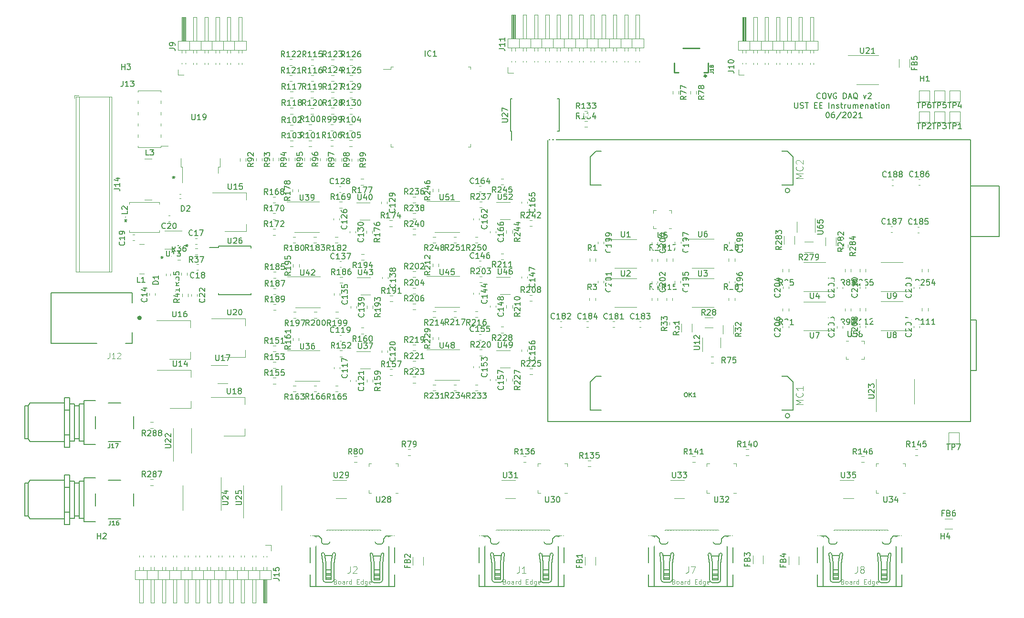
<source format=gto>
G04 #@! TF.GenerationSoftware,KiCad,Pcbnew,(5.1.9-0-10_14)*
G04 #@! TF.CreationDate,2021-07-02T21:36:42-05:00*
G04 #@! TF.ProjectId,covg_daq_v2,636f7667-5f64-4617-915f-76322e6b6963,rev?*
G04 #@! TF.SameCoordinates,Original*
G04 #@! TF.FileFunction,Legend,Top*
G04 #@! TF.FilePolarity,Positive*
%FSLAX46Y46*%
G04 Gerber Fmt 4.6, Leading zero omitted, Abs format (unit mm)*
G04 Created by KiCad (PCBNEW (5.1.9-0-10_14)) date 2021-07-02 21:36:42*
%MOMM*%
%LPD*%
G01*
G04 APERTURE LIST*
%ADD10C,0.200000*%
%ADD11C,0.120000*%
%ADD12C,0.127000*%
%ADD13C,0.398780*%
%ADD14C,0.254000*%
%ADD15C,0.400000*%
%ADD16C,0.203200*%
%ADD17C,0.150000*%
%ADD18C,0.146710*%
%ADD19C,0.101600*%
%ADD20C,0.096520*%
%ADD21C,0.100000*%
%ADD22C,0.015000*%
%ADD23C,2.500000*%
%ADD24C,1.016000*%
%ADD25C,2.153200*%
%ADD26O,1.350000X1.350000*%
%ADD27R,1.350000X1.350000*%
%ADD28R,2.670000X2.540000*%
%ADD29R,0.762000X1.270000*%
%ADD30R,2.540000X2.670000*%
%ADD31R,1.270000X0.762000*%
%ADD32R,1.650000X2.380000*%
%ADD33R,2.200000X1.000000*%
%ADD34R,1.800000X3.400000*%
%ADD35O,4.500000X2.250000*%
%ADD36O,2.250000X4.500000*%
%ADD37O,2.500000X5.000000*%
%ADD38R,2.006600X5.308600*%
%ADD39R,2.692400X7.289800*%
%ADD40R,1.498600X3.987800*%
%ADD41R,3.100000X3.100000*%
%ADD42C,2.870200*%
%ADD43C,2.108200*%
%ADD44R,0.650000X1.060000*%
%ADD45R,1.600000X1.600000*%
%ADD46R,1.220000X0.400000*%
%ADD47R,1.060000X0.650000*%
%ADD48R,0.450000X1.750000*%
%ADD49R,1.750000X0.450000*%
%ADD50R,5.800000X6.400000*%
%ADD51R,1.200000X2.200000*%
%ADD52R,1.560000X0.650000*%
%ADD53R,2.000000X1.500000*%
%ADD54R,2.000000X3.800000*%
%ADD55R,1.500000X1.500000*%
%ADD56R,2.580000X1.000000*%
%ADD57C,2.200000*%
%ADD58R,2.200000X2.200000*%
%ADD59C,5.600000*%
G04 APERTURE END LIST*
D10*
X131510614Y85581957D02*
X131462995Y85534338D01*
X131320138Y85486719D01*
X131224900Y85486719D01*
X131082042Y85534338D01*
X130986804Y85629576D01*
X130939185Y85724814D01*
X130891566Y85915290D01*
X130891566Y86058147D01*
X130939185Y86248623D01*
X130986804Y86343861D01*
X131082042Y86439100D01*
X131224900Y86486719D01*
X131320138Y86486719D01*
X131462995Y86439100D01*
X131510614Y86391480D01*
X132129661Y86486719D02*
X132320138Y86486719D01*
X132415376Y86439100D01*
X132510614Y86343861D01*
X132558233Y86153385D01*
X132558233Y85820052D01*
X132510614Y85629576D01*
X132415376Y85534338D01*
X132320138Y85486719D01*
X132129661Y85486719D01*
X132034423Y85534338D01*
X131939185Y85629576D01*
X131891566Y85820052D01*
X131891566Y86153385D01*
X131939185Y86343861D01*
X132034423Y86439100D01*
X132129661Y86486719D01*
X132843947Y86486719D02*
X133177280Y85486719D01*
X133510614Y86486719D01*
X134367757Y86439100D02*
X134272519Y86486719D01*
X134129661Y86486719D01*
X133986804Y86439100D01*
X133891566Y86343861D01*
X133843947Y86248623D01*
X133796328Y86058147D01*
X133796328Y85915290D01*
X133843947Y85724814D01*
X133891566Y85629576D01*
X133986804Y85534338D01*
X134129661Y85486719D01*
X134224900Y85486719D01*
X134367757Y85534338D01*
X134415376Y85581957D01*
X134415376Y85915290D01*
X134224900Y85915290D01*
X135605852Y85486719D02*
X135605852Y86486719D01*
X135843947Y86486719D01*
X135986804Y86439100D01*
X136082042Y86343861D01*
X136129661Y86248623D01*
X136177280Y86058147D01*
X136177280Y85915290D01*
X136129661Y85724814D01*
X136082042Y85629576D01*
X135986804Y85534338D01*
X135843947Y85486719D01*
X135605852Y85486719D01*
X136558233Y85772433D02*
X137034423Y85772433D01*
X136462995Y85486719D02*
X136796328Y86486719D01*
X137129661Y85486719D01*
X138129661Y85391480D02*
X138034423Y85439100D01*
X137939185Y85534338D01*
X137796328Y85677195D01*
X137701090Y85724814D01*
X137605852Y85724814D01*
X137653471Y85486719D02*
X137558233Y85534338D01*
X137462995Y85629576D01*
X137415376Y85820052D01*
X137415376Y86153385D01*
X137462995Y86343861D01*
X137558233Y86439100D01*
X137653471Y86486719D01*
X137843947Y86486719D01*
X137939185Y86439100D01*
X138034423Y86343861D01*
X138082042Y86153385D01*
X138082042Y85820052D01*
X138034423Y85629576D01*
X137939185Y85534338D01*
X137843947Y85486719D01*
X137653471Y85486719D01*
X139177280Y86153385D02*
X139415376Y85486719D01*
X139653471Y86153385D01*
X139986804Y86391480D02*
X140034423Y86439100D01*
X140129661Y86486719D01*
X140367757Y86486719D01*
X140462995Y86439100D01*
X140510614Y86391480D01*
X140558233Y86296242D01*
X140558233Y86201004D01*
X140510614Y86058147D01*
X139939185Y85486719D01*
X140558233Y85486719D01*
X126962995Y84786719D02*
X126962995Y83977195D01*
X127010614Y83881957D01*
X127058233Y83834338D01*
X127153471Y83786719D01*
X127343947Y83786719D01*
X127439185Y83834338D01*
X127486804Y83881957D01*
X127534423Y83977195D01*
X127534423Y84786719D01*
X127962995Y83834338D02*
X128105852Y83786719D01*
X128343947Y83786719D01*
X128439185Y83834338D01*
X128486804Y83881957D01*
X128534423Y83977195D01*
X128534423Y84072433D01*
X128486804Y84167671D01*
X128439185Y84215290D01*
X128343947Y84262909D01*
X128153471Y84310528D01*
X128058233Y84358147D01*
X128010614Y84405766D01*
X127962995Y84501004D01*
X127962995Y84596242D01*
X128010614Y84691480D01*
X128058233Y84739100D01*
X128153471Y84786719D01*
X128391566Y84786719D01*
X128534423Y84739100D01*
X128820138Y84786719D02*
X129391566Y84786719D01*
X129105852Y83786719D02*
X129105852Y84786719D01*
X130486804Y84310528D02*
X130820138Y84310528D01*
X130962995Y83786719D02*
X130486804Y83786719D01*
X130486804Y84786719D01*
X130962995Y84786719D01*
X131391566Y84310528D02*
X131724900Y84310528D01*
X131867757Y83786719D02*
X131391566Y83786719D01*
X131391566Y84786719D01*
X131867757Y84786719D01*
X133058233Y83786719D02*
X133058233Y84786719D01*
X133534423Y84453385D02*
X133534423Y83786719D01*
X133534423Y84358147D02*
X133582042Y84405766D01*
X133677280Y84453385D01*
X133820138Y84453385D01*
X133915376Y84405766D01*
X133962995Y84310528D01*
X133962995Y83786719D01*
X134391566Y83834338D02*
X134486804Y83786719D01*
X134677280Y83786719D01*
X134772519Y83834338D01*
X134820138Y83929576D01*
X134820138Y83977195D01*
X134772519Y84072433D01*
X134677280Y84120052D01*
X134534423Y84120052D01*
X134439185Y84167671D01*
X134391566Y84262909D01*
X134391566Y84310528D01*
X134439185Y84405766D01*
X134534423Y84453385D01*
X134677280Y84453385D01*
X134772519Y84405766D01*
X135105852Y84453385D02*
X135486804Y84453385D01*
X135248709Y84786719D02*
X135248709Y83929576D01*
X135296328Y83834338D01*
X135391566Y83786719D01*
X135486804Y83786719D01*
X135820138Y83786719D02*
X135820138Y84453385D01*
X135820138Y84262909D02*
X135867757Y84358147D01*
X135915376Y84405766D01*
X136010614Y84453385D01*
X136105852Y84453385D01*
X136867757Y84453385D02*
X136867757Y83786719D01*
X136439185Y84453385D02*
X136439185Y83929576D01*
X136486804Y83834338D01*
X136582042Y83786719D01*
X136724900Y83786719D01*
X136820138Y83834338D01*
X136867757Y83881957D01*
X137343947Y83786719D02*
X137343947Y84453385D01*
X137343947Y84358147D02*
X137391566Y84405766D01*
X137486804Y84453385D01*
X137629661Y84453385D01*
X137724900Y84405766D01*
X137772519Y84310528D01*
X137772519Y83786719D01*
X137772519Y84310528D02*
X137820138Y84405766D01*
X137915376Y84453385D01*
X138058233Y84453385D01*
X138153471Y84405766D01*
X138201090Y84310528D01*
X138201090Y83786719D01*
X139058233Y83834338D02*
X138962995Y83786719D01*
X138772519Y83786719D01*
X138677280Y83834338D01*
X138629661Y83929576D01*
X138629661Y84310528D01*
X138677280Y84405766D01*
X138772519Y84453385D01*
X138962995Y84453385D01*
X139058233Y84405766D01*
X139105852Y84310528D01*
X139105852Y84215290D01*
X138629661Y84120052D01*
X139534423Y84453385D02*
X139534423Y83786719D01*
X139534423Y84358147D02*
X139582042Y84405766D01*
X139677280Y84453385D01*
X139820138Y84453385D01*
X139915376Y84405766D01*
X139962995Y84310528D01*
X139962995Y83786719D01*
X140867757Y83786719D02*
X140867757Y84310528D01*
X140820138Y84405766D01*
X140724900Y84453385D01*
X140534423Y84453385D01*
X140439185Y84405766D01*
X140867757Y83834338D02*
X140772519Y83786719D01*
X140534423Y83786719D01*
X140439185Y83834338D01*
X140391566Y83929576D01*
X140391566Y84024814D01*
X140439185Y84120052D01*
X140534423Y84167671D01*
X140772519Y84167671D01*
X140867757Y84215290D01*
X141201090Y84453385D02*
X141582042Y84453385D01*
X141343947Y84786719D02*
X141343947Y83929576D01*
X141391566Y83834338D01*
X141486804Y83786719D01*
X141582042Y83786719D01*
X141915376Y83786719D02*
X141915376Y84453385D01*
X141915376Y84786719D02*
X141867757Y84739100D01*
X141915376Y84691480D01*
X141962995Y84739100D01*
X141915376Y84786719D01*
X141915376Y84691480D01*
X142534423Y83786719D02*
X142439185Y83834338D01*
X142391566Y83881957D01*
X142343947Y83977195D01*
X142343947Y84262909D01*
X142391566Y84358147D01*
X142439185Y84405766D01*
X142534423Y84453385D01*
X142677280Y84453385D01*
X142772519Y84405766D01*
X142820138Y84358147D01*
X142867757Y84262909D01*
X142867757Y83977195D01*
X142820138Y83881957D01*
X142772519Y83834338D01*
X142677280Y83786719D01*
X142534423Y83786719D01*
X143296328Y84453385D02*
X143296328Y83786719D01*
X143296328Y84358147D02*
X143343947Y84405766D01*
X143439185Y84453385D01*
X143582042Y84453385D01*
X143677280Y84405766D01*
X143724900Y84310528D01*
X143724900Y83786719D01*
X132772519Y83086719D02*
X132867757Y83086719D01*
X132962995Y83039100D01*
X133010614Y82991480D01*
X133058233Y82896242D01*
X133105852Y82705766D01*
X133105852Y82467671D01*
X133058233Y82277195D01*
X133010614Y82181957D01*
X132962995Y82134338D01*
X132867757Y82086719D01*
X132772519Y82086719D01*
X132677280Y82134338D01*
X132629661Y82181957D01*
X132582042Y82277195D01*
X132534423Y82467671D01*
X132534423Y82705766D01*
X132582042Y82896242D01*
X132629661Y82991480D01*
X132677280Y83039100D01*
X132772519Y83086719D01*
X133962995Y83086719D02*
X133772519Y83086719D01*
X133677280Y83039100D01*
X133629661Y82991480D01*
X133534423Y82848623D01*
X133486804Y82658147D01*
X133486804Y82277195D01*
X133534423Y82181957D01*
X133582042Y82134338D01*
X133677280Y82086719D01*
X133867757Y82086719D01*
X133962995Y82134338D01*
X134010614Y82181957D01*
X134058233Y82277195D01*
X134058233Y82515290D01*
X134010614Y82610528D01*
X133962995Y82658147D01*
X133867757Y82705766D01*
X133677280Y82705766D01*
X133582042Y82658147D01*
X133534423Y82610528D01*
X133486804Y82515290D01*
X135201090Y83134338D02*
X134343947Y81848623D01*
X135486804Y82991480D02*
X135534423Y83039100D01*
X135629661Y83086719D01*
X135867757Y83086719D01*
X135962995Y83039100D01*
X136010614Y82991480D01*
X136058233Y82896242D01*
X136058233Y82801004D01*
X136010614Y82658147D01*
X135439185Y82086719D01*
X136058233Y82086719D01*
X136677280Y83086719D02*
X136772519Y83086719D01*
X136867757Y83039100D01*
X136915376Y82991480D01*
X136962995Y82896242D01*
X137010614Y82705766D01*
X137010614Y82467671D01*
X136962995Y82277195D01*
X136915376Y82181957D01*
X136867757Y82134338D01*
X136772519Y82086719D01*
X136677280Y82086719D01*
X136582042Y82134338D01*
X136534423Y82181957D01*
X136486804Y82277195D01*
X136439185Y82467671D01*
X136439185Y82705766D01*
X136486804Y82896242D01*
X136534423Y82991480D01*
X136582042Y83039100D01*
X136677280Y83086719D01*
X137391566Y82991480D02*
X137439185Y83039100D01*
X137534423Y83086719D01*
X137772519Y83086719D01*
X137867757Y83039100D01*
X137915376Y82991480D01*
X137962995Y82896242D01*
X137962995Y82801004D01*
X137915376Y82658147D01*
X137343947Y82086719D01*
X137962995Y82086719D01*
X138915376Y82086719D02*
X138343947Y82086719D01*
X138629661Y82086719D02*
X138629661Y83086719D01*
X138534423Y82943861D01*
X138439185Y82848623D01*
X138343947Y82801004D01*
D11*
X138553400Y51807420D02*
X138553400Y52088580D01*
X139573400Y51807420D02*
X139573400Y52088580D01*
X148132200Y51769020D02*
X148132200Y52050180D01*
X149152200Y51769020D02*
X149152200Y52050180D01*
X138541400Y44851620D02*
X138541400Y45132780D01*
X139561400Y44851620D02*
X139561400Y45132780D01*
X148120200Y44813220D02*
X148120200Y45094380D01*
X149140200Y44813220D02*
X149140200Y45094380D01*
X124856400Y44817420D02*
X124856400Y45098580D01*
X125876400Y44817420D02*
X125876400Y45098580D01*
X134435200Y44779020D02*
X134435200Y45060180D01*
X135455200Y44779020D02*
X135455200Y45060180D01*
X124864400Y51809420D02*
X124864400Y52090580D01*
X125884400Y51809420D02*
X125884400Y52090580D01*
X134443200Y51771020D02*
X134443200Y52052180D01*
X135463200Y51771020D02*
X135463200Y52052180D01*
X102622000Y53063180D02*
X102622000Y52782020D01*
X101602000Y53063180D02*
X101602000Y52782020D01*
X93043200Y53101580D02*
X93043200Y52820420D01*
X92023200Y53101580D02*
X92023200Y52820420D01*
X102634200Y60018980D02*
X102634200Y59737820D01*
X101614200Y60018980D02*
X101614200Y59737820D01*
X93055400Y60057380D02*
X93055400Y59776220D01*
X92035400Y60057380D02*
X92035400Y59776220D01*
X116319600Y60053180D02*
X116319600Y59772020D01*
X115299600Y60053180D02*
X115299600Y59772020D01*
X106740800Y60091580D02*
X106740800Y59810420D01*
X105720800Y60091580D02*
X105720800Y59810420D01*
X116311600Y53061180D02*
X116311600Y52780020D01*
X115291600Y53061180D02*
X115291600Y52780020D01*
X106732800Y53099580D02*
X106732800Y52818420D01*
X105712800Y53099580D02*
X105712800Y52818420D01*
D10*
X126684900Y30181100D02*
X124684900Y30181100D01*
X92684900Y30181100D02*
X90684900Y30181100D01*
X126684900Y30181100D02*
X126684900Y35181100D01*
X126684900Y35181100D02*
X125684900Y36181100D01*
X125684900Y36181100D02*
X124684900Y36181100D01*
X92684900Y36181100D02*
X91684900Y36181100D01*
X91684900Y36181100D02*
X90684900Y35181100D01*
X90684900Y35181100D02*
X90684900Y30181100D01*
X126084900Y29181100D02*
G75*
G03*
X126084900Y29181100I-400000J0D01*
G01*
X126684900Y70181100D02*
X124684900Y70181100D01*
X92684900Y70181100D02*
X90684900Y70181100D01*
X126684900Y70181100D02*
X126684900Y75181100D01*
X126684900Y75181100D02*
X125684900Y76181100D01*
X125684900Y76181100D02*
X124684900Y76181100D01*
X92684900Y76181100D02*
X91684900Y76181100D01*
X91684900Y76181100D02*
X90684900Y75181100D01*
X90684900Y75181100D02*
X90684900Y70181100D01*
X126084900Y69181100D02*
G75*
G03*
X126084900Y69181100I-400000J0D01*
G01*
X158184900Y78181100D02*
X83184900Y78181100D01*
X83184900Y78181100D02*
X83184900Y28181100D01*
X83184900Y28181100D02*
X158184900Y28181100D01*
X158184900Y28181100D02*
X158184900Y39181100D01*
X158184900Y39181100D02*
X158184900Y48181100D01*
X158184900Y48181100D02*
X158184900Y53281100D01*
X158184900Y53281100D02*
X158184900Y65281100D01*
X158184900Y65281100D02*
X158184900Y78181100D01*
X158184900Y69981100D02*
X163284900Y69981100D01*
X163284900Y69981100D02*
X163284900Y60981100D01*
X163284900Y60981100D02*
X158184900Y60981100D01*
X158184900Y46181100D02*
X159184900Y46181100D01*
X159184900Y46181100D02*
X159184900Y37181100D01*
X159184900Y37181100D02*
X158184900Y37181100D01*
D12*
X42500000Y7860000D02*
X42000000Y7860000D01*
X42000000Y7860000D02*
X41000000Y7860000D01*
X41000000Y7860000D02*
X41000000Y2360000D01*
X41000000Y2360000D02*
X41000000Y1360000D01*
X41000000Y1360000D02*
X41000000Y-1140000D01*
X41000000Y-1140000D02*
X42000000Y-1140000D01*
X42000000Y-1140000D02*
X55000000Y-1140000D01*
X55000000Y-1140000D02*
X56000000Y-1140000D01*
X56000000Y-1140000D02*
X56000000Y1360000D01*
X56000000Y1360000D02*
X56000000Y2360000D01*
X56000000Y2360000D02*
X56000000Y7860000D01*
X56000000Y7860000D02*
X55000000Y7860000D01*
X55000000Y7860000D02*
X54500000Y7860000D01*
X42500000Y7860000D02*
X43000000Y7360000D01*
X43000000Y7360000D02*
X43000000Y6860000D01*
X43500000Y6360000D02*
X44000000Y6360000D01*
X44500000Y6860000D02*
X44500000Y7360000D01*
X44500000Y7360000D02*
X45000000Y7860000D01*
X45000000Y7860000D02*
X46000000Y7860000D01*
X46000000Y7860000D02*
X46000000Y7560000D01*
X46200000Y7360000D02*
X46300000Y7360000D01*
X46500000Y7560000D02*
X46500000Y7860000D01*
X46500000Y7860000D02*
X50500000Y7860000D01*
X50500000Y7860000D02*
X50500000Y7560000D01*
X50700000Y7360000D02*
X50800000Y7360000D01*
X51000000Y7560000D02*
X51000000Y7860000D01*
X51000000Y7860000D02*
X52000000Y7860000D01*
X52000000Y7860000D02*
X52500000Y7360000D01*
X52500000Y7360000D02*
X52500000Y6860000D01*
X53000000Y6360000D02*
X53500000Y6360000D01*
X54000000Y6860000D02*
X54000000Y7360000D01*
X54000000Y7360000D02*
X54500000Y7860000D01*
X42000000Y7860000D02*
X42000000Y-1140000D01*
X55000000Y7860000D02*
X55000000Y-1140000D01*
X41000000Y2360000D02*
X40500000Y2360000D01*
X40500000Y2360000D02*
X40500000Y1360000D01*
X40500000Y1360000D02*
X41000000Y1360000D01*
X56000000Y1360000D02*
X56500000Y1360000D01*
X56500000Y1360000D02*
X56500000Y2360000D01*
X56500000Y2360000D02*
X56000000Y2360000D01*
X43250000Y2860000D02*
X43028100Y4635200D01*
X43226557Y4860000D02*
X43326541Y4860000D01*
X43524532Y4688281D02*
X43750000Y3110000D01*
X43250000Y2860000D02*
X43250000Y110000D01*
X43750000Y-390000D02*
X44750000Y-390000D01*
X45250000Y110000D02*
X45250000Y2860000D01*
X45173460Y4860000D02*
X45273444Y4860000D01*
X45471900Y4635200D02*
X45250000Y2860000D01*
X43750000Y3110000D02*
X43750000Y1860000D01*
X43750000Y1860000D02*
X43750000Y1110000D01*
X43750000Y1110000D02*
X43750000Y860000D01*
X43750000Y860000D02*
X43750000Y360000D01*
X43750000Y360000D02*
X43750000Y110000D01*
X43750000Y110000D02*
X44750000Y110000D01*
X44750000Y110000D02*
X44750000Y360000D01*
X44750000Y360000D02*
X44750000Y860000D01*
X44750000Y860000D02*
X44750000Y1110000D01*
X44750000Y1110000D02*
X44750000Y1860000D01*
X44750000Y1860000D02*
X44750000Y3110000D01*
X44750000Y3110000D02*
X44975469Y4688281D01*
X43750000Y360000D02*
X44750000Y360000D01*
X43750000Y860000D02*
X44750000Y860000D01*
X43750000Y1110000D02*
X44750000Y1110000D01*
X43750000Y1860000D02*
X44750000Y1860000D01*
X43600000Y4360000D02*
X44900000Y4360000D01*
X51850000Y2810000D02*
X51628100Y4585200D01*
X51826556Y4810000D02*
X51926540Y4810000D01*
X52124531Y4638281D02*
X52350000Y3060000D01*
X51850000Y2810000D02*
X51850000Y60000D01*
X52350000Y-440000D02*
X53350000Y-440000D01*
X53850000Y60000D02*
X53850000Y2810000D01*
X53773459Y4810000D02*
X53873443Y4810000D01*
X54071900Y4585200D02*
X53850000Y2810000D01*
X52350000Y3060000D02*
X52350000Y1810000D01*
X52350000Y1810000D02*
X52350000Y1060000D01*
X52350000Y1060000D02*
X52350000Y810000D01*
X52350000Y810000D02*
X52350000Y310000D01*
X52350000Y310000D02*
X52350000Y60000D01*
X52350000Y60000D02*
X53350000Y60000D01*
X53350000Y60000D02*
X53350000Y310000D01*
X53350000Y310000D02*
X53350000Y810000D01*
X53350000Y810000D02*
X53350000Y1060000D01*
X53350000Y1060000D02*
X53350000Y1810000D01*
X53350000Y1810000D02*
X53350000Y3060000D01*
X53350000Y3060000D02*
X53575468Y4638281D01*
X52350000Y310000D02*
X53350000Y310000D01*
X52350000Y810000D02*
X53350000Y810000D01*
X52350000Y1060000D02*
X53350000Y1060000D01*
X52350000Y1810000D02*
X53350000Y1810000D01*
X52200000Y4310000D02*
X53500000Y4310000D01*
X44000000Y8860000D02*
X53500000Y8860000D01*
X53773459Y4809998D02*
G75*
G03*
X53575468Y4638281I0J-200001D01*
G01*
X54071899Y4585198D02*
G75*
G03*
X53873443Y4810000I-198457J24801D01*
G01*
X53850000Y60000D02*
G75*
G02*
X53350000Y-440000I-500000J0D01*
G01*
X52350000Y-440000D02*
G75*
G02*
X51850000Y60000I0J500000D01*
G01*
X52124530Y4638279D02*
G75*
G03*
X51926540Y4810000I-197991J-28280D01*
G01*
X51826557Y4809999D02*
G75*
G03*
X51628100Y4585200I-4J-199997D01*
G01*
X45173461Y4860000D02*
G75*
G03*
X44975469Y4688281I1J-200003D01*
G01*
X45471900Y4635200D02*
G75*
G03*
X45273444Y4860000I-198456J24800D01*
G01*
X45250000Y110000D02*
G75*
G02*
X44750000Y-390000I-500000J0D01*
G01*
X43750000Y-390000D02*
G75*
G02*
X43250000Y110000I0J500000D01*
G01*
X43524533Y4688281D02*
G75*
G03*
X43326541Y4860000I-197991J-28282D01*
G01*
X43226559Y4860001D02*
G75*
G03*
X43028100Y4635200I-4J-199999D01*
G01*
X54000000Y6860000D02*
G75*
G02*
X53500000Y6360000I-500000J0D01*
G01*
X53000000Y6360000D02*
G75*
G02*
X52500000Y6860000I0J500000D01*
G01*
X51000000Y7560000D02*
G75*
G02*
X50800000Y7360000I-200000J0D01*
G01*
X50700000Y7360000D02*
G75*
G02*
X50500000Y7560000I0J200000D01*
G01*
X46500000Y7560000D02*
G75*
G02*
X46300000Y7360000I-200000J0D01*
G01*
X46200000Y7360000D02*
G75*
G02*
X46000000Y7560000I0J200000D01*
G01*
X44500000Y6860000D02*
G75*
G02*
X44000000Y6360000I-500000J0D01*
G01*
X43500000Y6360000D02*
G75*
G02*
X43000000Y6860000I0J500000D01*
G01*
D11*
X76017200Y94524400D02*
X100137200Y94524400D01*
X100137200Y94524400D02*
X100137200Y96144400D01*
X100137200Y96144400D02*
X76017200Y96144400D01*
X76017200Y96144400D02*
X76017200Y94524400D01*
X76767200Y96144400D02*
X76767200Y100344400D01*
X76767200Y100344400D02*
X77387200Y100344400D01*
X77387200Y100344400D02*
X77387200Y96144400D01*
X76827200Y96144400D02*
X76827200Y100344400D01*
X76947200Y96144400D02*
X76947200Y100344400D01*
X77067200Y96144400D02*
X77067200Y100344400D01*
X77187200Y96144400D02*
X77187200Y100344400D01*
X77307200Y96144400D02*
X77307200Y100344400D01*
X76767200Y93966514D02*
X76767200Y94524400D01*
X77387200Y93966514D02*
X77387200Y94524400D01*
X76767200Y92019400D02*
X76767200Y92202286D01*
X77387200Y92019400D02*
X77387200Y92202286D01*
X78077200Y94524400D02*
X78077200Y96144400D01*
X78767200Y96144400D02*
X78767200Y100344400D01*
X78767200Y100344400D02*
X79387200Y100344400D01*
X79387200Y100344400D02*
X79387200Y96144400D01*
X78767200Y93966514D02*
X78767200Y94524400D01*
X79387200Y93966514D02*
X79387200Y94524400D01*
X78767200Y91966514D02*
X78767200Y92202286D01*
X79387200Y91966514D02*
X79387200Y92202286D01*
X80077200Y94524400D02*
X80077200Y96144400D01*
X80767200Y96144400D02*
X80767200Y100344400D01*
X80767200Y100344400D02*
X81387200Y100344400D01*
X81387200Y100344400D02*
X81387200Y96144400D01*
X80767200Y93966514D02*
X80767200Y94524400D01*
X81387200Y93966514D02*
X81387200Y94524400D01*
X80767200Y91966514D02*
X80767200Y92202286D01*
X81387200Y91966514D02*
X81387200Y92202286D01*
X82077200Y94524400D02*
X82077200Y96144400D01*
X82767200Y96144400D02*
X82767200Y100344400D01*
X82767200Y100344400D02*
X83387200Y100344400D01*
X83387200Y100344400D02*
X83387200Y96144400D01*
X82767200Y93966514D02*
X82767200Y94524400D01*
X83387200Y93966514D02*
X83387200Y94524400D01*
X82767200Y91966514D02*
X82767200Y92202286D01*
X83387200Y91966514D02*
X83387200Y92202286D01*
X84077200Y94524400D02*
X84077200Y96144400D01*
X84767200Y96144400D02*
X84767200Y100344400D01*
X84767200Y100344400D02*
X85387200Y100344400D01*
X85387200Y100344400D02*
X85387200Y96144400D01*
X84767200Y93966514D02*
X84767200Y94524400D01*
X85387200Y93966514D02*
X85387200Y94524400D01*
X84767200Y91966514D02*
X84767200Y92202286D01*
X85387200Y91966514D02*
X85387200Y92202286D01*
X86077200Y94524400D02*
X86077200Y96144400D01*
X86767200Y96144400D02*
X86767200Y100344400D01*
X86767200Y100344400D02*
X87387200Y100344400D01*
X87387200Y100344400D02*
X87387200Y96144400D01*
X86767200Y93966514D02*
X86767200Y94524400D01*
X87387200Y93966514D02*
X87387200Y94524400D01*
X86767200Y91966514D02*
X86767200Y92202286D01*
X87387200Y91966514D02*
X87387200Y92202286D01*
X88077200Y94524400D02*
X88077200Y96144400D01*
X88767200Y96144400D02*
X88767200Y100344400D01*
X88767200Y100344400D02*
X89387200Y100344400D01*
X89387200Y100344400D02*
X89387200Y96144400D01*
X88767200Y93966514D02*
X88767200Y94524400D01*
X89387200Y93966514D02*
X89387200Y94524400D01*
X88767200Y91966514D02*
X88767200Y92202286D01*
X89387200Y91966514D02*
X89387200Y92202286D01*
X90077200Y94524400D02*
X90077200Y96144400D01*
X90767200Y96144400D02*
X90767200Y100344400D01*
X90767200Y100344400D02*
X91387200Y100344400D01*
X91387200Y100344400D02*
X91387200Y96144400D01*
X90767200Y93966514D02*
X90767200Y94524400D01*
X91387200Y93966514D02*
X91387200Y94524400D01*
X90767200Y91966514D02*
X90767200Y92202286D01*
X91387200Y91966514D02*
X91387200Y92202286D01*
X92077200Y94524400D02*
X92077200Y96144400D01*
X92767200Y96144400D02*
X92767200Y100344400D01*
X92767200Y100344400D02*
X93387200Y100344400D01*
X93387200Y100344400D02*
X93387200Y96144400D01*
X92767200Y93966514D02*
X92767200Y94524400D01*
X93387200Y93966514D02*
X93387200Y94524400D01*
X92767200Y91966514D02*
X92767200Y92202286D01*
X93387200Y91966514D02*
X93387200Y92202286D01*
X94077200Y94524400D02*
X94077200Y96144400D01*
X94767200Y96144400D02*
X94767200Y100344400D01*
X94767200Y100344400D02*
X95387200Y100344400D01*
X95387200Y100344400D02*
X95387200Y96144400D01*
X94767200Y93966514D02*
X94767200Y94524400D01*
X95387200Y93966514D02*
X95387200Y94524400D01*
X94767200Y91966514D02*
X94767200Y92202286D01*
X95387200Y91966514D02*
X95387200Y92202286D01*
X96077200Y94524400D02*
X96077200Y96144400D01*
X96767200Y96144400D02*
X96767200Y100344400D01*
X96767200Y100344400D02*
X97387200Y100344400D01*
X97387200Y100344400D02*
X97387200Y96144400D01*
X96767200Y93966514D02*
X96767200Y94524400D01*
X97387200Y93966514D02*
X97387200Y94524400D01*
X96767200Y91966514D02*
X96767200Y92202286D01*
X97387200Y91966514D02*
X97387200Y92202286D01*
X98077200Y94524400D02*
X98077200Y96144400D01*
X98767200Y96144400D02*
X98767200Y100344400D01*
X98767200Y100344400D02*
X99387200Y100344400D01*
X99387200Y100344400D02*
X99387200Y96144400D01*
X98767200Y93966514D02*
X98767200Y94524400D01*
X99387200Y93966514D02*
X99387200Y94524400D01*
X98767200Y91966514D02*
X98767200Y92202286D01*
X99387200Y91966514D02*
X99387200Y92202286D01*
X77077200Y90084400D02*
X76077200Y90084400D01*
X76077200Y90084400D02*
X76077200Y91084400D01*
X17510400Y94119400D02*
X29630400Y94119400D01*
X29630400Y94119400D02*
X29630400Y95739400D01*
X29630400Y95739400D02*
X17510400Y95739400D01*
X17510400Y95739400D02*
X17510400Y94119400D01*
X18260400Y95739400D02*
X18260400Y99939400D01*
X18260400Y99939400D02*
X18880400Y99939400D01*
X18880400Y99939400D02*
X18880400Y95739400D01*
X18320400Y95739400D02*
X18320400Y99939400D01*
X18440400Y95739400D02*
X18440400Y99939400D01*
X18560400Y95739400D02*
X18560400Y99939400D01*
X18680400Y95739400D02*
X18680400Y99939400D01*
X18800400Y95739400D02*
X18800400Y99939400D01*
X18260400Y93561514D02*
X18260400Y94119400D01*
X18880400Y93561514D02*
X18880400Y94119400D01*
X18260400Y91614400D02*
X18260400Y91797286D01*
X18880400Y91614400D02*
X18880400Y91797286D01*
X19570400Y94119400D02*
X19570400Y95739400D01*
X20260400Y95739400D02*
X20260400Y99939400D01*
X20260400Y99939400D02*
X20880400Y99939400D01*
X20880400Y99939400D02*
X20880400Y95739400D01*
X20260400Y93561514D02*
X20260400Y94119400D01*
X20880400Y93561514D02*
X20880400Y94119400D01*
X20260400Y91561514D02*
X20260400Y91797286D01*
X20880400Y91561514D02*
X20880400Y91797286D01*
X21570400Y94119400D02*
X21570400Y95739400D01*
X22260400Y95739400D02*
X22260400Y99939400D01*
X22260400Y99939400D02*
X22880400Y99939400D01*
X22880400Y99939400D02*
X22880400Y95739400D01*
X22260400Y93561514D02*
X22260400Y94119400D01*
X22880400Y93561514D02*
X22880400Y94119400D01*
X22260400Y91561514D02*
X22260400Y91797286D01*
X22880400Y91561514D02*
X22880400Y91797286D01*
X23570400Y94119400D02*
X23570400Y95739400D01*
X24260400Y95739400D02*
X24260400Y99939400D01*
X24260400Y99939400D02*
X24880400Y99939400D01*
X24880400Y99939400D02*
X24880400Y95739400D01*
X24260400Y93561514D02*
X24260400Y94119400D01*
X24880400Y93561514D02*
X24880400Y94119400D01*
X24260400Y91561514D02*
X24260400Y91797286D01*
X24880400Y91561514D02*
X24880400Y91797286D01*
X25570400Y94119400D02*
X25570400Y95739400D01*
X26260400Y95739400D02*
X26260400Y99939400D01*
X26260400Y99939400D02*
X26880400Y99939400D01*
X26880400Y99939400D02*
X26880400Y95739400D01*
X26260400Y93561514D02*
X26260400Y94119400D01*
X26880400Y93561514D02*
X26880400Y94119400D01*
X26260400Y91561514D02*
X26260400Y91797286D01*
X26880400Y91561514D02*
X26880400Y91797286D01*
X27570400Y94119400D02*
X27570400Y95739400D01*
X28260400Y95739400D02*
X28260400Y99939400D01*
X28260400Y99939400D02*
X28880400Y99939400D01*
X28880400Y99939400D02*
X28880400Y95739400D01*
X28260400Y93561514D02*
X28260400Y94119400D01*
X28880400Y93561514D02*
X28880400Y94119400D01*
X28260400Y91561514D02*
X28260400Y91797286D01*
X28880400Y91561514D02*
X28880400Y91797286D01*
X18570400Y89679400D02*
X17570400Y89679400D01*
X17570400Y89679400D02*
X17570400Y90679400D01*
X144182420Y71096600D02*
X144463580Y71096600D01*
X144182420Y70076600D02*
X144463580Y70076600D01*
X144029420Y62765400D02*
X144310580Y62765400D01*
X144029420Y61745400D02*
X144310580Y61745400D01*
X148932420Y71147400D02*
X149213580Y71147400D01*
X148932420Y70127400D02*
X149213580Y70127400D01*
X148779420Y62714600D02*
X149060580Y62714600D01*
X148779420Y61694600D02*
X149060580Y61694600D01*
X90054820Y45925200D02*
X90335980Y45925200D01*
X90054820Y44905200D02*
X90335980Y44905200D01*
X99427420Y45899800D02*
X99708580Y45899800D01*
X99427420Y44879800D02*
X99708580Y44879800D01*
X85330420Y45925200D02*
X85611580Y45925200D01*
X85330420Y44905200D02*
X85611580Y44905200D01*
X94703020Y45899800D02*
X94984180Y45899800D01*
X94703020Y44879800D02*
X94984180Y44879800D01*
X144211000Y51287200D02*
X147661000Y51287200D01*
X144211000Y51287200D02*
X142261000Y51287200D01*
X144211000Y56407200D02*
X146161000Y56407200D01*
X144211000Y56407200D02*
X142261000Y56407200D01*
X144199000Y44331400D02*
X147649000Y44331400D01*
X144199000Y44331400D02*
X142249000Y44331400D01*
X144199000Y49451400D02*
X146149000Y49451400D01*
X144199000Y49451400D02*
X142249000Y49451400D01*
X130514000Y44297200D02*
X133964000Y44297200D01*
X130514000Y44297200D02*
X128564000Y44297200D01*
X130514000Y49417200D02*
X132464000Y49417200D01*
X130514000Y49417200D02*
X128564000Y49417200D01*
X110662000Y60573400D02*
X107212000Y60573400D01*
X110662000Y60573400D02*
X112612000Y60573400D01*
X110662000Y55453400D02*
X108712000Y55453400D01*
X110662000Y55453400D02*
X112612000Y55453400D01*
X130522000Y51289200D02*
X133972000Y51289200D01*
X130522000Y51289200D02*
X128572000Y51289200D01*
X130522000Y56409200D02*
X132472000Y56409200D01*
X130522000Y56409200D02*
X128572000Y56409200D01*
X110654000Y53581400D02*
X107204000Y53581400D01*
X110654000Y53581400D02*
X112604000Y53581400D01*
X110654000Y48461400D02*
X108704000Y48461400D01*
X110654000Y48461400D02*
X112604000Y48461400D01*
X96964400Y53583400D02*
X93514400Y53583400D01*
X96964400Y53583400D02*
X98914400Y53583400D01*
X96964400Y48463400D02*
X95014400Y48463400D01*
X96964400Y48463400D02*
X98914400Y48463400D01*
X96976600Y60539200D02*
X93526600Y60539200D01*
X96976600Y60539200D02*
X98926600Y60539200D01*
X96976600Y55419200D02*
X95026600Y55419200D01*
X96976600Y55419200D02*
X98926600Y55419200D01*
X138544900Y55247658D02*
X138544900Y54773142D01*
X139589900Y55247658D02*
X139589900Y54773142D01*
X149568500Y55222258D02*
X149568500Y54747742D01*
X150613500Y55222258D02*
X150613500Y54747742D01*
X138532900Y48291858D02*
X138532900Y47817342D01*
X139577900Y48291858D02*
X139577900Y47817342D01*
X149556500Y48266458D02*
X149556500Y47791942D01*
X150601500Y48266458D02*
X150601500Y47791942D01*
X124847900Y48257658D02*
X124847900Y47783142D01*
X125892900Y48257658D02*
X125892900Y47783142D01*
X135871500Y48232258D02*
X135871500Y47757742D01*
X136916500Y48232258D02*
X136916500Y47757742D01*
X124855900Y55249658D02*
X124855900Y54775142D01*
X125900900Y55249658D02*
X125900900Y54775142D01*
X135879500Y55224258D02*
X135879500Y54749742D01*
X136924500Y55224258D02*
X136924500Y54749742D01*
X116328100Y56612942D02*
X116328100Y57087458D01*
X115283100Y56612942D02*
X115283100Y57087458D01*
X105304500Y56638342D02*
X105304500Y57112858D01*
X104259500Y56638342D02*
X104259500Y57112858D01*
X116320100Y49620942D02*
X116320100Y50095458D01*
X115275100Y49620942D02*
X115275100Y50095458D01*
X105296500Y49646342D02*
X105296500Y50120858D01*
X104251500Y49646342D02*
X104251500Y50120858D01*
X102630500Y49622942D02*
X102630500Y50097458D01*
X101585500Y49622942D02*
X101585500Y50097458D01*
X91606900Y49648342D02*
X91606900Y50122858D01*
X90561900Y49648342D02*
X90561900Y50122858D01*
X102642700Y56578742D02*
X102642700Y57053258D01*
X101597700Y56578742D02*
X101597700Y57053258D01*
X91619100Y56604142D02*
X91619100Y57078658D01*
X90574100Y56604142D02*
X90574100Y57078658D01*
X17765800Y67763200D02*
X18065800Y67763200D01*
X17765800Y68533200D02*
X18065800Y68533200D01*
X15439200Y54389200D02*
X15439200Y54089200D01*
X16209200Y54389200D02*
X16209200Y54089200D01*
X16713200Y58791200D02*
X15213200Y58791200D01*
X18213200Y62011200D02*
X15213200Y62011200D01*
X13134058Y26985700D02*
X12659542Y26985700D01*
X13134058Y28030700D02*
X12659542Y28030700D01*
X12659542Y17870700D02*
X13134058Y17870700D01*
X12659542Y16825700D02*
X13134058Y16825700D01*
X34080000Y1767000D02*
X9960000Y1767000D01*
X9960000Y1767000D02*
X9960000Y147000D01*
X9960000Y147000D02*
X34080000Y147000D01*
X34080000Y147000D02*
X34080000Y1767000D01*
X33330000Y147000D02*
X33330000Y-4053000D01*
X33330000Y-4053000D02*
X32710000Y-4053000D01*
X32710000Y-4053000D02*
X32710000Y147000D01*
X33270000Y147000D02*
X33270000Y-4053000D01*
X33150000Y147000D02*
X33150000Y-4053000D01*
X33030000Y147000D02*
X33030000Y-4053000D01*
X32910000Y147000D02*
X32910000Y-4053000D01*
X32790000Y147000D02*
X32790000Y-4053000D01*
X33330000Y2324886D02*
X33330000Y1767000D01*
X32710000Y2324886D02*
X32710000Y1767000D01*
X33330000Y4272000D02*
X33330000Y4089114D01*
X32710000Y4272000D02*
X32710000Y4089114D01*
X32020000Y1767000D02*
X32020000Y147000D01*
X31330000Y147000D02*
X31330000Y-4053000D01*
X31330000Y-4053000D02*
X30710000Y-4053000D01*
X30710000Y-4053000D02*
X30710000Y147000D01*
X31330000Y2324886D02*
X31330000Y1767000D01*
X30710000Y2324886D02*
X30710000Y1767000D01*
X31330000Y4324886D02*
X31330000Y4089114D01*
X30710000Y4324886D02*
X30710000Y4089114D01*
X30020000Y1767000D02*
X30020000Y147000D01*
X29330000Y147000D02*
X29330000Y-4053000D01*
X29330000Y-4053000D02*
X28710000Y-4053000D01*
X28710000Y-4053000D02*
X28710000Y147000D01*
X29330000Y2324886D02*
X29330000Y1767000D01*
X28710000Y2324886D02*
X28710000Y1767000D01*
X29330000Y4324886D02*
X29330000Y4089114D01*
X28710000Y4324886D02*
X28710000Y4089114D01*
X28020000Y1767000D02*
X28020000Y147000D01*
X27330000Y147000D02*
X27330000Y-4053000D01*
X27330000Y-4053000D02*
X26710000Y-4053000D01*
X26710000Y-4053000D02*
X26710000Y147000D01*
X27330000Y2324886D02*
X27330000Y1767000D01*
X26710000Y2324886D02*
X26710000Y1767000D01*
X27330000Y4324886D02*
X27330000Y4089114D01*
X26710000Y4324886D02*
X26710000Y4089114D01*
X26020000Y1767000D02*
X26020000Y147000D01*
X25330000Y147000D02*
X25330000Y-4053000D01*
X25330000Y-4053000D02*
X24710000Y-4053000D01*
X24710000Y-4053000D02*
X24710000Y147000D01*
X25330000Y2324886D02*
X25330000Y1767000D01*
X24710000Y2324886D02*
X24710000Y1767000D01*
X25330000Y4324886D02*
X25330000Y4089114D01*
X24710000Y4324886D02*
X24710000Y4089114D01*
X24020000Y1767000D02*
X24020000Y147000D01*
X23330000Y147000D02*
X23330000Y-4053000D01*
X23330000Y-4053000D02*
X22710000Y-4053000D01*
X22710000Y-4053000D02*
X22710000Y147000D01*
X23330000Y2324886D02*
X23330000Y1767000D01*
X22710000Y2324886D02*
X22710000Y1767000D01*
X23330000Y4324886D02*
X23330000Y4089114D01*
X22710000Y4324886D02*
X22710000Y4089114D01*
X22020000Y1767000D02*
X22020000Y147000D01*
X21330000Y147000D02*
X21330000Y-4053000D01*
X21330000Y-4053000D02*
X20710000Y-4053000D01*
X20710000Y-4053000D02*
X20710000Y147000D01*
X21330000Y2324886D02*
X21330000Y1767000D01*
X20710000Y2324886D02*
X20710000Y1767000D01*
X21330000Y4324886D02*
X21330000Y4089114D01*
X20710000Y4324886D02*
X20710000Y4089114D01*
X20020000Y1767000D02*
X20020000Y147000D01*
X19330000Y147000D02*
X19330000Y-4053000D01*
X19330000Y-4053000D02*
X18710000Y-4053000D01*
X18710000Y-4053000D02*
X18710000Y147000D01*
X19330000Y2324886D02*
X19330000Y1767000D01*
X18710000Y2324886D02*
X18710000Y1767000D01*
X19330000Y4324886D02*
X19330000Y4089114D01*
X18710000Y4324886D02*
X18710000Y4089114D01*
X18020000Y1767000D02*
X18020000Y147000D01*
X17330000Y147000D02*
X17330000Y-4053000D01*
X17330000Y-4053000D02*
X16710000Y-4053000D01*
X16710000Y-4053000D02*
X16710000Y147000D01*
X17330000Y2324886D02*
X17330000Y1767000D01*
X16710000Y2324886D02*
X16710000Y1767000D01*
X17330000Y4324886D02*
X17330000Y4089114D01*
X16710000Y4324886D02*
X16710000Y4089114D01*
X16020000Y1767000D02*
X16020000Y147000D01*
X15330000Y147000D02*
X15330000Y-4053000D01*
X15330000Y-4053000D02*
X14710000Y-4053000D01*
X14710000Y-4053000D02*
X14710000Y147000D01*
X15330000Y2324886D02*
X15330000Y1767000D01*
X14710000Y2324886D02*
X14710000Y1767000D01*
X15330000Y4324886D02*
X15330000Y4089114D01*
X14710000Y4324886D02*
X14710000Y4089114D01*
X14020000Y1767000D02*
X14020000Y147000D01*
X13330000Y147000D02*
X13330000Y-4053000D01*
X13330000Y-4053000D02*
X12710000Y-4053000D01*
X12710000Y-4053000D02*
X12710000Y147000D01*
X13330000Y2324886D02*
X13330000Y1767000D01*
X12710000Y2324886D02*
X12710000Y1767000D01*
X13330000Y4324886D02*
X13330000Y4089114D01*
X12710000Y4324886D02*
X12710000Y4089114D01*
X12020000Y1767000D02*
X12020000Y147000D01*
X11330000Y147000D02*
X11330000Y-4053000D01*
X11330000Y-4053000D02*
X10710000Y-4053000D01*
X10710000Y-4053000D02*
X10710000Y147000D01*
X11330000Y2324886D02*
X11330000Y1767000D01*
X10710000Y2324886D02*
X10710000Y1767000D01*
X11330000Y4324886D02*
X11330000Y4089114D01*
X10710000Y4324886D02*
X10710000Y4089114D01*
X33020000Y6207000D02*
X34020000Y6207000D01*
X34020000Y6207000D02*
X34020000Y5207000D01*
D13*
X111249060Y89514680D02*
G75*
G03*
X111249060Y89514680I-139700J0D01*
G01*
D14*
X111609740Y90162380D02*
X110857900Y90162380D01*
X105610260Y90162380D02*
X105610260Y91813380D01*
X106362100Y90162380D02*
X105610260Y90162380D01*
X111609740Y91813380D02*
X111609740Y90162380D01*
X110108600Y94414340D02*
X107111400Y94414340D01*
D11*
X59211142Y61315700D02*
X59685658Y61315700D01*
X59211142Y62360700D02*
X59685658Y62360700D01*
X59211142Y67030700D02*
X59685658Y67030700D01*
X59211142Y68075700D02*
X59685658Y68075700D01*
X59213142Y35031700D02*
X59687658Y35031700D01*
X59213142Y36076700D02*
X59687658Y36076700D01*
X59213142Y40746700D02*
X59687658Y40746700D01*
X59213142Y41791700D02*
X59687658Y41791700D01*
X59212142Y48053700D02*
X59686658Y48053700D01*
X59212142Y49098700D02*
X59686658Y49098700D01*
X59212142Y53768700D02*
X59686658Y53768700D01*
X59212142Y54813700D02*
X59686658Y54813700D01*
X34455142Y47940700D02*
X34929658Y47940700D01*
X34455142Y48985700D02*
X34929658Y48985700D01*
X34455142Y53655700D02*
X34929658Y53655700D01*
X34455142Y54700700D02*
X34929658Y54700700D01*
X34351142Y61275700D02*
X34825658Y61275700D01*
X34351142Y62320700D02*
X34825658Y62320700D01*
X34351142Y66990700D02*
X34825658Y66990700D01*
X34351142Y68035700D02*
X34825658Y68035700D01*
X34425142Y34860700D02*
X34899658Y34860700D01*
X34425142Y35905700D02*
X34899658Y35905700D01*
X34425142Y40575700D02*
X34899658Y40575700D01*
X34425142Y41620700D02*
X34899658Y41620700D01*
X23485100Y46445100D02*
X29495100Y46445100D01*
X25735100Y39625100D02*
X29495100Y39625100D01*
X29495100Y46445100D02*
X29495100Y45185100D01*
X29495100Y39625100D02*
X29495100Y40885100D01*
X23413500Y32454900D02*
X29423500Y32454900D01*
X25663500Y25634900D02*
X29423500Y25634900D01*
X29423500Y32454900D02*
X29423500Y31194900D01*
X29423500Y25634900D02*
X29423500Y26894900D01*
X23604000Y68764200D02*
X29614000Y68764200D01*
X25854000Y61944200D02*
X29614000Y61944200D01*
X29614000Y68764200D02*
X29614000Y67504200D01*
X29614000Y61944200D02*
X29614000Y63204200D01*
X13825000Y37319000D02*
X19835000Y37319000D01*
X16075000Y30499000D02*
X19835000Y30499000D01*
X19835000Y37319000D02*
X19835000Y36059000D01*
X19835000Y30499000D02*
X19835000Y31759000D01*
X117000000Y89679400D02*
X117000000Y90679400D01*
X118000000Y89679400D02*
X117000000Y89679400D01*
X130310000Y91561514D02*
X130310000Y91797286D01*
X129690000Y91561514D02*
X129690000Y91797286D01*
X130310000Y93561514D02*
X130310000Y94119400D01*
X129690000Y93561514D02*
X129690000Y94119400D01*
X130310000Y99939400D02*
X130310000Y95739400D01*
X129690000Y99939400D02*
X130310000Y99939400D01*
X129690000Y95739400D02*
X129690000Y99939400D01*
X129000000Y94119400D02*
X129000000Y95739400D01*
X128310000Y91561514D02*
X128310000Y91797286D01*
X127690000Y91561514D02*
X127690000Y91797286D01*
X128310000Y93561514D02*
X128310000Y94119400D01*
X127690000Y93561514D02*
X127690000Y94119400D01*
X128310000Y99939400D02*
X128310000Y95739400D01*
X127690000Y99939400D02*
X128310000Y99939400D01*
X127690000Y95739400D02*
X127690000Y99939400D01*
X127000000Y94119400D02*
X127000000Y95739400D01*
X126310000Y91561514D02*
X126310000Y91797286D01*
X125690000Y91561514D02*
X125690000Y91797286D01*
X126310000Y93561514D02*
X126310000Y94119400D01*
X125690000Y93561514D02*
X125690000Y94119400D01*
X126310000Y99939400D02*
X126310000Y95739400D01*
X125690000Y99939400D02*
X126310000Y99939400D01*
X125690000Y95739400D02*
X125690000Y99939400D01*
X125000000Y94119400D02*
X125000000Y95739400D01*
X124310000Y91561514D02*
X124310000Y91797286D01*
X123690000Y91561514D02*
X123690000Y91797286D01*
X124310000Y93561514D02*
X124310000Y94119400D01*
X123690000Y93561514D02*
X123690000Y94119400D01*
X124310000Y99939400D02*
X124310000Y95739400D01*
X123690000Y99939400D02*
X124310000Y99939400D01*
X123690000Y95739400D02*
X123690000Y99939400D01*
X123000000Y94119400D02*
X123000000Y95739400D01*
X122310000Y91561514D02*
X122310000Y91797286D01*
X121690000Y91561514D02*
X121690000Y91797286D01*
X122310000Y93561514D02*
X122310000Y94119400D01*
X121690000Y93561514D02*
X121690000Y94119400D01*
X122310000Y99939400D02*
X122310000Y95739400D01*
X121690000Y99939400D02*
X122310000Y99939400D01*
X121690000Y95739400D02*
X121690000Y99939400D01*
X121000000Y94119400D02*
X121000000Y95739400D01*
X120310000Y91561514D02*
X120310000Y91797286D01*
X119690000Y91561514D02*
X119690000Y91797286D01*
X120310000Y93561514D02*
X120310000Y94119400D01*
X119690000Y93561514D02*
X119690000Y94119400D01*
X120310000Y99939400D02*
X120310000Y95739400D01*
X119690000Y99939400D02*
X120310000Y99939400D01*
X119690000Y95739400D02*
X119690000Y99939400D01*
X119000000Y94119400D02*
X119000000Y95739400D01*
X118310000Y91614400D02*
X118310000Y91797286D01*
X117690000Y91614400D02*
X117690000Y91797286D01*
X118310000Y93561514D02*
X118310000Y94119400D01*
X117690000Y93561514D02*
X117690000Y94119400D01*
X118230000Y95739400D02*
X118230000Y99939400D01*
X118110000Y95739400D02*
X118110000Y99939400D01*
X117990000Y95739400D02*
X117990000Y99939400D01*
X117870000Y95739400D02*
X117870000Y99939400D01*
X117750000Y95739400D02*
X117750000Y99939400D01*
X118310000Y99939400D02*
X118310000Y95739400D01*
X117690000Y99939400D02*
X118310000Y99939400D01*
X117690000Y95739400D02*
X117690000Y99939400D01*
X116940000Y95739400D02*
X116940000Y94119400D01*
X131060000Y95739400D02*
X116940000Y95739400D01*
X131060000Y94119400D02*
X131060000Y95739400D01*
X116940000Y94119400D02*
X131060000Y94119400D01*
D15*
X10905800Y46558200D02*
G75*
G03*
X10905800Y46558200I-200000J0D01*
G01*
D12*
X9405800Y44008200D02*
X9405800Y42058200D01*
X3155800Y42058200D02*
X-4994200Y42058200D01*
X9405800Y51058200D02*
X9405800Y49208200D01*
X9405800Y42058200D02*
X8255800Y42058200D01*
X-4994200Y51058200D02*
X9405800Y51058200D01*
X-4994200Y42058200D02*
X-4994200Y51058200D01*
D11*
X10683240Y54368700D02*
X11516360Y54368700D01*
X11516360Y59626500D02*
X10683240Y59626500D01*
X11642040Y67564000D02*
X12881560Y67564000D01*
X12881560Y74828400D02*
X11642040Y74828400D01*
X8318500Y64439800D02*
G75*
G03*
X8318500Y64439800I-76200J0D01*
G01*
X14236700Y66741250D02*
X14236700Y67119500D01*
X8877300Y62138350D02*
X8877300Y61760100D01*
X8877300Y67119500D02*
X8877300Y66741250D01*
X14236700Y67119500D02*
X8877300Y67119500D01*
X14236700Y61760100D02*
X14236700Y62138350D01*
X8877300Y61760100D02*
X14236700Y61760100D01*
X69011000Y76964000D02*
X69486000Y76964000D01*
X69486000Y76964000D02*
X69486000Y77439000D01*
X55741000Y76964000D02*
X55266000Y76964000D01*
X55266000Y76964000D02*
X55266000Y77439000D01*
X69011000Y91184000D02*
X69486000Y91184000D01*
X69486000Y91184000D02*
X69486000Y90709000D01*
X55741000Y91184000D02*
X55266000Y91184000D01*
X55266000Y91184000D02*
X55266000Y90709000D01*
X55266000Y90709000D02*
X53926000Y90709000D01*
X141865000Y15490000D02*
X141390000Y15490000D01*
X141390000Y15490000D02*
X141390000Y15965000D01*
X146135000Y20710000D02*
X146610000Y20710000D01*
X146610000Y20710000D02*
X146610000Y20235000D01*
X141865000Y20710000D02*
X141390000Y20710000D01*
X141390000Y20710000D02*
X141390000Y20235000D01*
X146135000Y15490000D02*
X146610000Y15490000D01*
X111865000Y15490000D02*
X111390000Y15490000D01*
X111390000Y15490000D02*
X111390000Y15965000D01*
X116135000Y20710000D02*
X116610000Y20710000D01*
X116610000Y20710000D02*
X116610000Y20235000D01*
X111865000Y20710000D02*
X111390000Y20710000D01*
X111390000Y20710000D02*
X111390000Y20235000D01*
X116135000Y15490000D02*
X116610000Y15490000D01*
X81865000Y15490000D02*
X81390000Y15490000D01*
X81390000Y15490000D02*
X81390000Y15965000D01*
X86135000Y20710000D02*
X86610000Y20710000D01*
X86610000Y20710000D02*
X86610000Y20235000D01*
X81865000Y20710000D02*
X81390000Y20710000D01*
X81390000Y20710000D02*
X81390000Y20235000D01*
X86135000Y15490000D02*
X86610000Y15490000D01*
X51865000Y15490000D02*
X51390000Y15490000D01*
X51390000Y15490000D02*
X51390000Y15965000D01*
X56135000Y20710000D02*
X56610000Y20710000D01*
X56610000Y20710000D02*
X56610000Y20235000D01*
X51865000Y20710000D02*
X51390000Y20710000D01*
X51390000Y20710000D02*
X51390000Y20235000D01*
X56135000Y15490000D02*
X56610000Y15490000D01*
D16*
X-807200Y11400200D02*
X-807200Y17200200D01*
X-7200Y11400200D02*
X-7200Y17200200D01*
X2892800Y18200200D02*
X892800Y18200200D01*
X2892800Y10400200D02*
X892800Y10400200D01*
X-2607200Y17700200D02*
X-2607200Y16500200D01*
X-2607200Y18700200D02*
X-2607200Y17700200D01*
X-2607200Y12100200D02*
X-2607200Y16500200D01*
X-2607200Y10900200D02*
X-2607200Y9900200D01*
X-2607200Y12100200D02*
X-2607200Y10900200D01*
X-1707200Y11000200D02*
X-1707200Y9900200D01*
X-1707200Y12100200D02*
X-1707200Y11000200D01*
X-1707200Y12100200D02*
X-2607200Y12100200D01*
X-1707200Y17600200D02*
X-1707200Y18700200D01*
X-1707200Y16500200D02*
X-1707200Y17600200D01*
X-1707200Y16500200D02*
X-2607200Y16500200D01*
X-1707200Y16500200D02*
X-1707200Y12100200D01*
X-2607200Y18700200D02*
X-1707200Y18700200D01*
X-1707200Y9900200D02*
X-2607200Y9900200D01*
X892800Y11000200D02*
X892800Y10400200D01*
X892800Y17600200D02*
X892800Y11000200D01*
X892800Y18200200D02*
X892800Y17600200D01*
X-9007200Y17200200D02*
X-9007200Y11400200D01*
X-2607200Y17700200D02*
X-8707200Y17700200D01*
X-9007200Y17200200D02*
X-9607200Y17200200D01*
X-8707200Y17700200D02*
X-9007200Y17200200D01*
X-807200Y17600200D02*
X-1707200Y17600200D01*
X-807200Y17200200D02*
X-807200Y17600200D01*
X-7200Y17200200D02*
X-807200Y17200200D01*
X-7200Y17600200D02*
X-7200Y17200200D01*
X892800Y17600200D02*
X-7200Y17600200D01*
X-2607200Y10900200D02*
X-8707200Y10900200D01*
X-9607200Y17200200D02*
X-9607200Y11400200D01*
X-9007200Y11400200D02*
X-9607200Y11400200D01*
X-8707200Y10900200D02*
X-9007200Y11400200D01*
X-807200Y11000200D02*
X-1707200Y11000200D01*
X-807200Y11400200D02*
X-807200Y11000200D01*
X-7200Y11400200D02*
X-807200Y11400200D01*
X-7200Y11000200D02*
X-7200Y11400200D01*
X892800Y11000200D02*
X-7200Y11000200D01*
X9692800Y15400200D02*
X9692800Y13200200D01*
X5192800Y17700200D02*
X7392800Y17700200D01*
X2892800Y13200200D02*
X2892800Y15400200D01*
X7392800Y10900200D02*
X5192800Y10900200D01*
X-807200Y25116200D02*
X-807200Y30916200D01*
X-7200Y25116200D02*
X-7200Y30916200D01*
X2892800Y31916200D02*
X892800Y31916200D01*
X2892800Y24116200D02*
X892800Y24116200D01*
X-2607200Y31416200D02*
X-2607200Y30216200D01*
X-2607200Y32416200D02*
X-2607200Y31416200D01*
X-2607200Y25816200D02*
X-2607200Y30216200D01*
X-2607200Y24616200D02*
X-2607200Y23616200D01*
X-2607200Y25816200D02*
X-2607200Y24616200D01*
X-1707200Y24716200D02*
X-1707200Y23616200D01*
X-1707200Y25816200D02*
X-1707200Y24716200D01*
X-1707200Y25816200D02*
X-2607200Y25816200D01*
X-1707200Y31316200D02*
X-1707200Y32416200D01*
X-1707200Y30216200D02*
X-1707200Y31316200D01*
X-1707200Y30216200D02*
X-2607200Y30216200D01*
X-1707200Y30216200D02*
X-1707200Y25816200D01*
X-2607200Y32416200D02*
X-1707200Y32416200D01*
X-1707200Y23616200D02*
X-2607200Y23616200D01*
X892800Y24716200D02*
X892800Y24116200D01*
X892800Y31316200D02*
X892800Y24716200D01*
X892800Y31916200D02*
X892800Y31316200D01*
X-9007200Y30916200D02*
X-9007200Y25116200D01*
X-2607200Y31416200D02*
X-8707200Y31416200D01*
X-9007200Y30916200D02*
X-9607200Y30916200D01*
X-8707200Y31416200D02*
X-9007200Y30916200D01*
X-807200Y31316200D02*
X-1707200Y31316200D01*
X-807200Y30916200D02*
X-807200Y31316200D01*
X-7200Y30916200D02*
X-807200Y30916200D01*
X-7200Y31316200D02*
X-7200Y30916200D01*
X892800Y31316200D02*
X-7200Y31316200D01*
X-2607200Y24616200D02*
X-8707200Y24616200D01*
X-9607200Y30916200D02*
X-9607200Y25116200D01*
X-9007200Y25116200D02*
X-9607200Y25116200D01*
X-8707200Y24616200D02*
X-9007200Y25116200D01*
X-807200Y24716200D02*
X-1707200Y24716200D01*
X-807200Y25116200D02*
X-807200Y24716200D01*
X-7200Y25116200D02*
X-807200Y25116200D01*
X-7200Y24716200D02*
X-7200Y25116200D01*
X892800Y24716200D02*
X-7200Y24716200D01*
X9692800Y29116200D02*
X9692800Y26916200D01*
X5192800Y31416200D02*
X7392800Y31416200D01*
X2892800Y26916200D02*
X2892800Y29116200D01*
X7392800Y24616200D02*
X5192800Y24616200D01*
D11*
X139878000Y88041800D02*
X141828000Y88041800D01*
X139878000Y88041800D02*
X137928000Y88041800D01*
X139878000Y93161800D02*
X141828000Y93161800D01*
X139878000Y93161800D02*
X136428000Y93161800D01*
X127353000Y63595600D02*
X127353000Y61795600D01*
X130573000Y61795600D02*
X130573000Y64245600D01*
X138797000Y42453200D02*
X139272000Y42453200D01*
X139272000Y42453200D02*
X139272000Y41978200D01*
X136527000Y39233200D02*
X136052000Y39233200D01*
X136052000Y39233200D02*
X136052000Y39708200D01*
X138797000Y39233200D02*
X139272000Y39233200D01*
X139272000Y39233200D02*
X139272000Y39708200D01*
X136527000Y42453200D02*
X136052000Y42453200D01*
X74697400Y64022200D02*
X76457400Y64022200D01*
X76457400Y67092200D02*
X74027400Y67092200D01*
X65290400Y61770200D02*
X67490400Y61770200D01*
X65290400Y61770200D02*
X63090400Y61770200D01*
X65290400Y67240200D02*
X67490400Y67240200D01*
X65290400Y67240200D02*
X61690400Y67240200D01*
X74699400Y37738200D02*
X76459400Y37738200D01*
X76459400Y40808200D02*
X74029400Y40808200D01*
X65292400Y35486200D02*
X67492400Y35486200D01*
X65292400Y35486200D02*
X63092400Y35486200D01*
X65292400Y40956200D02*
X67492400Y40956200D01*
X65292400Y40956200D02*
X61692400Y40956200D01*
X74698400Y50760200D02*
X76458400Y50760200D01*
X76458400Y53830200D02*
X74028400Y53830200D01*
X65291400Y48508200D02*
X67491400Y48508200D01*
X65291400Y48508200D02*
X63091400Y48508200D01*
X65291400Y53978200D02*
X67491400Y53978200D01*
X65291400Y53978200D02*
X61691400Y53978200D01*
X49941400Y50647200D02*
X51701400Y50647200D01*
X51701400Y53717200D02*
X49271400Y53717200D01*
X40534400Y48395200D02*
X42734400Y48395200D01*
X40534400Y48395200D02*
X38334400Y48395200D01*
X40534400Y53865200D02*
X42734400Y53865200D01*
X40534400Y53865200D02*
X36934400Y53865200D01*
X49837400Y63982200D02*
X51597400Y63982200D01*
X51597400Y67052200D02*
X49167400Y67052200D01*
X40430400Y61730200D02*
X42630400Y61730200D01*
X40430400Y61730200D02*
X38230400Y61730200D01*
X40430400Y67200200D02*
X42630400Y67200200D01*
X40430400Y67200200D02*
X36830400Y67200200D01*
X49911400Y37567200D02*
X51671400Y37567200D01*
X51671400Y40637200D02*
X49241400Y40637200D01*
X40504400Y35315200D02*
X42704400Y35315200D01*
X40504400Y35315200D02*
X38304400Y35315200D01*
X40504400Y40785200D02*
X42704400Y40785200D01*
X40504400Y40785200D02*
X36904400Y40785200D01*
X135607000Y14493600D02*
X137407000Y14493600D01*
X137407000Y17713600D02*
X134957000Y17713600D01*
X105607000Y14493600D02*
X107407000Y14493600D01*
X107407000Y17713600D02*
X104957000Y17713600D01*
X75607400Y14493600D02*
X77407400Y14493600D01*
X77407400Y17713600D02*
X74957400Y17713600D01*
D17*
X76523200Y79700400D02*
X76748200Y79700400D01*
X76523200Y85450400D02*
X76823200Y85450400D01*
X85173200Y85450400D02*
X84873200Y85450400D01*
X85173200Y79700400D02*
X84873200Y79700400D01*
X76523200Y79700400D02*
X76523200Y85450400D01*
X85173200Y79700400D02*
X85173200Y85450400D01*
X76748200Y79700400D02*
X76748200Y78100400D01*
X24760200Y59316000D02*
X24760200Y59091000D01*
X30510200Y59316000D02*
X30510200Y59016000D01*
X30510200Y50666000D02*
X30510200Y50966000D01*
X24760200Y50666000D02*
X24760200Y50966000D01*
X24760200Y59316000D02*
X30510200Y59316000D01*
X24760200Y50666000D02*
X30510200Y50666000D01*
X24760200Y59091000D02*
X23160200Y59091000D01*
D11*
X45607400Y14493600D02*
X47407400Y14493600D01*
X47407400Y17713600D02*
X44957400Y17713600D01*
X18057400Y74899800D02*
X18057400Y73399800D01*
X18057400Y73399800D02*
X18327400Y73399800D01*
X18327400Y73399800D02*
X18327400Y70569800D01*
X24957400Y74899800D02*
X24957400Y73399800D01*
X24957400Y73399800D02*
X24687400Y73399800D01*
X24687400Y73399800D02*
X24687400Y72299800D01*
X35947800Y14630400D02*
X35947800Y16830400D01*
X35947800Y14630400D02*
X35947800Y12430400D01*
X29177800Y14630400D02*
X29177800Y16830400D01*
X29177800Y14630400D02*
X29177800Y11030400D01*
X24569800Y34915200D02*
X26369800Y34915200D01*
X26369800Y38135200D02*
X23419800Y38135200D01*
X18382800Y14630400D02*
X18382800Y12430400D01*
X18382800Y14630400D02*
X18382800Y16830400D01*
X25152800Y14630400D02*
X25152800Y12430400D01*
X25152800Y14630400D02*
X25152800Y18230400D01*
X19740300Y39284200D02*
X19740300Y40544200D01*
X19740300Y46104200D02*
X19740300Y44844200D01*
X15980300Y39284200D02*
X19740300Y39284200D01*
X13730300Y46104200D02*
X19740300Y46104200D01*
X148184000Y33528000D02*
X148184000Y35728000D01*
X148184000Y33528000D02*
X148184000Y31328000D01*
X141414000Y33528000D02*
X141414000Y35728000D01*
X141414000Y33528000D02*
X141414000Y29928000D01*
X19891600Y24739600D02*
X19891600Y26939600D01*
X19891600Y24739600D02*
X19891600Y22539600D01*
X16671600Y24739600D02*
X16671600Y26939600D01*
X16671600Y24739600D02*
X16671600Y21139600D01*
X113823000Y41275000D02*
X113823000Y43075000D01*
X110603000Y43075000D02*
X110603000Y40625000D01*
X102379000Y62417400D02*
X101904000Y62417400D01*
X101904000Y62417400D02*
X101904000Y62892400D01*
X104649000Y65637400D02*
X105124000Y65637400D01*
X105124000Y65637400D02*
X105124000Y65162400D01*
X102379000Y65637400D02*
X101904000Y65637400D01*
X101904000Y65637400D02*
X101904000Y65162400D01*
X104649000Y62417400D02*
X105124000Y62417400D01*
X156144000Y24297600D02*
X154244000Y24297600D01*
X154244000Y24297600D02*
X154244000Y26197600D01*
X154244000Y26197600D02*
X156144000Y26197600D01*
X156144000Y26197600D02*
X156144000Y24297600D01*
X150911000Y84978200D02*
X149011000Y84978200D01*
X149011000Y84978200D02*
X149011000Y86878200D01*
X149011000Y86878200D02*
X150911000Y86878200D01*
X150911000Y86878200D02*
X150911000Y84978200D01*
X153619000Y84978200D02*
X151719000Y84978200D01*
X151719000Y84978200D02*
X151719000Y86878200D01*
X151719000Y86878200D02*
X153619000Y86878200D01*
X153619000Y86878200D02*
X153619000Y84978200D01*
X156341000Y84978200D02*
X154441000Y84978200D01*
X154441000Y84978200D02*
X154441000Y86878200D01*
X154441000Y86878200D02*
X156341000Y86878200D01*
X156341000Y86878200D02*
X156341000Y84978200D01*
X153619000Y81295200D02*
X151719000Y81295200D01*
X151719000Y81295200D02*
X151719000Y83195200D01*
X151719000Y83195200D02*
X153619000Y83195200D01*
X153619000Y83195200D02*
X153619000Y81295200D01*
X150911000Y81295200D02*
X149011000Y81295200D01*
X149011000Y81295200D02*
X149011000Y83195200D01*
X149011000Y83195200D02*
X150911000Y83195200D01*
X150911000Y83195200D02*
X150911000Y81295200D01*
X156341000Y81295200D02*
X154441000Y81295200D01*
X154441000Y81295200D02*
X154441000Y83195200D01*
X154441000Y83195200D02*
X156341000Y83195200D01*
X156341000Y83195200D02*
X156341000Y81295200D01*
X135374500Y59075942D02*
X135374500Y59550458D01*
X136419500Y59075942D02*
X136419500Y59550458D01*
X125083000Y59642736D02*
X125083000Y61096864D01*
X126903000Y59642736D02*
X126903000Y61096864D01*
X134267000Y60827664D02*
X134267000Y59373536D01*
X132447000Y60827664D02*
X132447000Y59373536D01*
X130197064Y58250800D02*
X128742936Y58250800D01*
X130197064Y60070800D02*
X128742936Y60070800D01*
X66450142Y60963700D02*
X66924658Y60963700D01*
X66450142Y59918700D02*
X66924658Y59918700D01*
X70734658Y59918700D02*
X70260142Y59918700D01*
X70734658Y60963700D02*
X70260142Y60963700D01*
X63241658Y59918700D02*
X62767142Y59918700D01*
X63241658Y60963700D02*
X62767142Y60963700D01*
X62735900Y68966942D02*
X62735900Y69441458D01*
X63780900Y68966942D02*
X63780900Y69441458D01*
X75306658Y70205700D02*
X74832142Y70205700D01*
X75306658Y71250700D02*
X74832142Y71250700D01*
X76861900Y62075458D02*
X76861900Y61600942D01*
X75816900Y62075458D02*
X75816900Y61600942D01*
X79912142Y63884700D02*
X80386658Y63884700D01*
X79912142Y62839700D02*
X80386658Y62839700D01*
X59211142Y65154700D02*
X59685658Y65154700D01*
X59211142Y64109700D02*
X59685658Y64109700D01*
X71022142Y67186700D02*
X71496658Y67186700D01*
X71022142Y66141700D02*
X71496658Y66141700D01*
X66452142Y34679700D02*
X66926658Y34679700D01*
X66452142Y33634700D02*
X66926658Y33634700D01*
X70736658Y33634700D02*
X70262142Y33634700D01*
X70736658Y34679700D02*
X70262142Y34679700D01*
X63243658Y33634700D02*
X62769142Y33634700D01*
X63243658Y34679700D02*
X62769142Y34679700D01*
X62737900Y42682942D02*
X62737900Y43157458D01*
X63782900Y42682942D02*
X63782900Y43157458D01*
X75308658Y43921700D02*
X74834142Y43921700D01*
X75308658Y44966700D02*
X74834142Y44966700D01*
X76863900Y35791458D02*
X76863900Y35316942D01*
X75818900Y35791458D02*
X75818900Y35316942D01*
X79944142Y37555700D02*
X80418658Y37555700D01*
X79944142Y36510700D02*
X80418658Y36510700D01*
X59213142Y38870700D02*
X59687658Y38870700D01*
X59213142Y37825700D02*
X59687658Y37825700D01*
X71024142Y40902700D02*
X71498658Y40902700D01*
X71024142Y39857700D02*
X71498658Y39857700D01*
X66451142Y47701700D02*
X66925658Y47701700D01*
X66451142Y46656700D02*
X66925658Y46656700D01*
X70735658Y46656700D02*
X70261142Y46656700D01*
X70735658Y47701700D02*
X70261142Y47701700D01*
X63242658Y46656700D02*
X62768142Y46656700D01*
X63242658Y47701700D02*
X62768142Y47701700D01*
X62736900Y55704942D02*
X62736900Y56179458D01*
X63781900Y55704942D02*
X63781900Y56179458D01*
X75307658Y56943700D02*
X74833142Y56943700D01*
X75307658Y57988700D02*
X74833142Y57988700D01*
X76862900Y48813458D02*
X76862900Y48338942D01*
X75817900Y48813458D02*
X75817900Y48338942D01*
X79913142Y50622700D02*
X80387658Y50622700D01*
X79913142Y49577700D02*
X80387658Y49577700D01*
X59212142Y51892700D02*
X59686658Y51892700D01*
X59212142Y50847700D02*
X59686658Y50847700D01*
X71023142Y53924700D02*
X71497658Y53924700D01*
X71023142Y52879700D02*
X71497658Y52879700D01*
X41694142Y47588700D02*
X42168658Y47588700D01*
X41694142Y46543700D02*
X42168658Y46543700D01*
X45978658Y46543700D02*
X45504142Y46543700D01*
X45978658Y47588700D02*
X45504142Y47588700D01*
X38485658Y46543700D02*
X38011142Y46543700D01*
X38485658Y47588700D02*
X38011142Y47588700D01*
X37979900Y55591942D02*
X37979900Y56066458D01*
X39024900Y55591942D02*
X39024900Y56066458D01*
X50550658Y56830700D02*
X50076142Y56830700D01*
X50550658Y57875700D02*
X50076142Y57875700D01*
X52105900Y48700458D02*
X52105900Y48225942D01*
X51060900Y48700458D02*
X51060900Y48225942D01*
X55156142Y50509700D02*
X55630658Y50509700D01*
X55156142Y49464700D02*
X55630658Y49464700D01*
X34455142Y51779700D02*
X34929658Y51779700D01*
X34455142Y50734700D02*
X34929658Y50734700D01*
X46266142Y53811700D02*
X46740658Y53811700D01*
X46266142Y52766700D02*
X46740658Y52766700D01*
X41590142Y60923700D02*
X42064658Y60923700D01*
X41590142Y59878700D02*
X42064658Y59878700D01*
X45874658Y59878700D02*
X45400142Y59878700D01*
X45874658Y60923700D02*
X45400142Y60923700D01*
X38381658Y59878700D02*
X37907142Y59878700D01*
X38381658Y60923700D02*
X37907142Y60923700D01*
X37875900Y68926942D02*
X37875900Y69401458D01*
X38920900Y68926942D02*
X38920900Y69401458D01*
X50446658Y70165700D02*
X49972142Y70165700D01*
X50446658Y71210700D02*
X49972142Y71210700D01*
X52001900Y62035458D02*
X52001900Y61560942D01*
X50956900Y62035458D02*
X50956900Y61560942D01*
X55052142Y63844700D02*
X55526658Y63844700D01*
X55052142Y62799700D02*
X55526658Y62799700D01*
X34351142Y65114700D02*
X34825658Y65114700D01*
X34351142Y64069700D02*
X34825658Y64069700D01*
X46162142Y67146700D02*
X46636658Y67146700D01*
X46162142Y66101700D02*
X46636658Y66101700D01*
X41664142Y34508700D02*
X42138658Y34508700D01*
X41664142Y33463700D02*
X42138658Y33463700D01*
X45948658Y33463700D02*
X45474142Y33463700D01*
X45948658Y34508700D02*
X45474142Y34508700D01*
X38455658Y33463700D02*
X37981142Y33463700D01*
X38455658Y34508700D02*
X37981142Y34508700D01*
X37949900Y42511942D02*
X37949900Y42986458D01*
X38994900Y42511942D02*
X38994900Y42986458D01*
X50520658Y43750700D02*
X50046142Y43750700D01*
X50520658Y44795700D02*
X50046142Y44795700D01*
X52075900Y35620458D02*
X52075900Y35145942D01*
X51030900Y35620458D02*
X51030900Y35145942D01*
X55126142Y37429700D02*
X55600658Y37429700D01*
X55126142Y36384700D02*
X55600658Y36384700D01*
X34425142Y38699700D02*
X34899658Y38699700D01*
X34425142Y37654700D02*
X34899658Y37654700D01*
X46236142Y40731700D02*
X46710658Y40731700D01*
X46236142Y39686700D02*
X46710658Y39686700D01*
X139297258Y20953200D02*
X138822742Y20953200D01*
X139297258Y21998200D02*
X138822742Y21998200D01*
X148319742Y23230100D02*
X148794258Y23230100D01*
X148319742Y22185100D02*
X148794258Y22185100D01*
X109297258Y20953200D02*
X108822742Y20953200D01*
X109297258Y21998200D02*
X108822742Y21998200D01*
X118319742Y23230100D02*
X118794258Y23230100D01*
X118319742Y22185100D02*
X118794258Y22185100D01*
X47990942Y83809100D02*
X48465458Y83809100D01*
X47990942Y82764100D02*
X48465458Y82764100D01*
X44727042Y83834500D02*
X45201558Y83834500D01*
X44727042Y82789500D02*
X45201558Y82789500D01*
X48016342Y92445100D02*
X48490858Y92445100D01*
X48016342Y91400100D02*
X48490858Y91400100D01*
X79297358Y20953200D02*
X78822842Y20953200D01*
X79297358Y21998200D02*
X78822842Y21998200D01*
X44752442Y89651100D02*
X45226958Y89651100D01*
X44752442Y88606100D02*
X45226958Y88606100D01*
X37335642Y92483200D02*
X37810158Y92483200D01*
X37335642Y91438200D02*
X37810158Y91438200D01*
X41097342Y83824300D02*
X41571858Y83824300D01*
X41097342Y82779300D02*
X41571858Y82779300D01*
X37455042Y83844700D02*
X37929558Y83844700D01*
X37455042Y82799700D02*
X37929558Y82799700D01*
X41132942Y89613000D02*
X41607458Y89613000D01*
X41132942Y88568000D02*
X41607458Y88568000D01*
X44612742Y78106800D02*
X45087258Y78106800D01*
X44612742Y77061800D02*
X45087258Y77061800D01*
X47940142Y78081400D02*
X48414658Y78081400D01*
X47940142Y77036400D02*
X48414658Y77036400D01*
X37462642Y78043300D02*
X37937158Y78043300D01*
X37462642Y76998300D02*
X37937158Y76998300D01*
X40751942Y78056000D02*
X41226458Y78056000D01*
X40751942Y77011000D02*
X41226458Y77011000D01*
X49449300Y74849758D02*
X49449300Y74375242D01*
X48404300Y74849758D02*
X48404300Y74375242D01*
X43861300Y74913258D02*
X43861300Y74438742D01*
X42816300Y74913258D02*
X42816300Y74438742D01*
X38273300Y74938658D02*
X38273300Y74464142D01*
X37228300Y74938658D02*
X37228300Y74464142D01*
X32482100Y74913258D02*
X32482100Y74438742D01*
X31437100Y74913258D02*
X31437100Y74438742D01*
X89698342Y81484700D02*
X90172858Y81484700D01*
X89698342Y80439700D02*
X90172858Y80439700D01*
X89698342Y83284700D02*
X90172858Y83284700D01*
X89698342Y82239700D02*
X90172858Y82239700D01*
X90301042Y21223500D02*
X90775558Y21223500D01*
X90301042Y20178500D02*
X90775558Y20178500D01*
X47990942Y86692000D02*
X48465458Y86692000D01*
X47990942Y85647000D02*
X48465458Y85647000D01*
X44752442Y86692000D02*
X45226958Y86692000D01*
X44752442Y85647000D02*
X45226958Y85647000D01*
X48016342Y89613000D02*
X48490858Y89613000D01*
X48016342Y88568000D02*
X48490858Y88568000D01*
X44739742Y92457800D02*
X45214258Y92457800D01*
X44739742Y91412800D02*
X45214258Y91412800D01*
X37338142Y89620600D02*
X37812658Y89620600D01*
X37338142Y88575600D02*
X37812658Y88575600D01*
X41094842Y86730100D02*
X41569358Y86730100D01*
X41094842Y85685100D02*
X41569358Y85685100D01*
X37434742Y86719900D02*
X37909258Y86719900D01*
X37434742Y85674900D02*
X37909258Y85674900D01*
X41145642Y92457800D02*
X41620158Y92457800D01*
X41145642Y91412800D02*
X41620158Y91412800D01*
X44625442Y80875400D02*
X45099958Y80875400D01*
X44625442Y79830400D02*
X45099958Y79830400D01*
X47978242Y80862700D02*
X48452758Y80862700D01*
X47978242Y79817700D02*
X48452758Y79817700D01*
X37462642Y80811900D02*
X37937158Y80811900D01*
X37462642Y79766900D02*
X37937158Y79766900D01*
X40751942Y80938900D02*
X41226458Y80938900D01*
X40751942Y79893900D02*
X41226458Y79893900D01*
X46553700Y74875158D02*
X46553700Y74400642D01*
X45508700Y74875158D02*
X45508700Y74400642D01*
X41016500Y74964058D02*
X41016500Y74489542D01*
X39971500Y74964058D02*
X39971500Y74489542D01*
X35403100Y74938658D02*
X35403100Y74464142D01*
X34358100Y74938658D02*
X34358100Y74464142D01*
X29566500Y74894258D02*
X29566500Y74419742D01*
X28521500Y74894258D02*
X28521500Y74419742D01*
X109513500Y86825858D02*
X109513500Y86351342D01*
X108468500Y86825858D02*
X108468500Y86351342D01*
X106364500Y86813658D02*
X106364500Y86339142D01*
X105319500Y86813658D02*
X105319500Y86339142D01*
X112581258Y38593500D02*
X112106742Y38593500D01*
X112581258Y39638500D02*
X112106742Y39638500D01*
X18267100Y50334142D02*
X18267100Y50808658D01*
X19312100Y50334142D02*
X19312100Y50808658D01*
X49297358Y20953200D02*
X48822842Y20953200D01*
X49297358Y21998200D02*
X48822842Y21998200D01*
X58319842Y23230100D02*
X58794358Y23230100D01*
X58319842Y22185100D02*
X58794358Y22185100D01*
X21039858Y57821300D02*
X20565342Y57821300D01*
X21039858Y58866300D02*
X20565342Y58866300D01*
X105801500Y45794658D02*
X105801500Y45320142D01*
X104756500Y45794658D02*
X104756500Y45320142D01*
X17466542Y57926500D02*
X17941058Y57926500D01*
X17466542Y56881500D02*
X17941058Y56881500D01*
X19191500Y54593258D02*
X19191500Y54118742D01*
X18146500Y54593258D02*
X18146500Y54118742D01*
X116093000Y45227864D02*
X116093000Y43773736D01*
X114273000Y45227864D02*
X114273000Y43773736D01*
X106909000Y44042936D02*
X106909000Y45497064D01*
X108729000Y44042936D02*
X108729000Y45497064D01*
X110977936Y46619800D02*
X112432064Y46619800D01*
X110977936Y44799800D02*
X112432064Y44799800D01*
X14512300Y76804200D02*
X10392300Y76804200D01*
X14512300Y86924200D02*
X10392300Y86924200D01*
X15767300Y77104200D02*
X14512300Y77104200D01*
X14512300Y76804200D02*
X14512300Y77104200D01*
X10392300Y76804200D02*
X10392300Y77104200D01*
X14512300Y86624200D02*
X14512300Y86924200D01*
X10392300Y86624200D02*
X10392300Y86924200D01*
X14512300Y78624200D02*
X14512300Y79104200D01*
X10392300Y78624200D02*
X10392300Y79104200D01*
X14512300Y80624200D02*
X14512300Y81104200D01*
X10392300Y80624200D02*
X10392300Y81104200D01*
X14512300Y82624200D02*
X14512300Y83104200D01*
X10392300Y82624200D02*
X10392300Y83104200D01*
X14512300Y84624200D02*
X14512300Y85104200D01*
X10392300Y84624200D02*
X10392300Y85104200D01*
D12*
X132500000Y7860000D02*
X132000000Y7860000D01*
X132000000Y7860000D02*
X131000000Y7860000D01*
X131000000Y7860000D02*
X131000000Y2360000D01*
X131000000Y2360000D02*
X131000000Y1360000D01*
X131000000Y1360000D02*
X131000000Y-1140000D01*
X131000000Y-1140000D02*
X132000000Y-1140000D01*
X132000000Y-1140000D02*
X145000000Y-1140000D01*
X145000000Y-1140000D02*
X146000000Y-1140000D01*
X146000000Y-1140000D02*
X146000000Y1360000D01*
X146000000Y1360000D02*
X146000000Y2360000D01*
X146000000Y2360000D02*
X146000000Y7860000D01*
X146000000Y7860000D02*
X145000000Y7860000D01*
X145000000Y7860000D02*
X144500000Y7860000D01*
X132500000Y7860000D02*
X133000000Y7360000D01*
X133000000Y7360000D02*
X133000000Y6860000D01*
X133500000Y6360000D02*
X134000000Y6360000D01*
X134500000Y6860000D02*
X134500000Y7360000D01*
X134500000Y7360000D02*
X135000000Y7860000D01*
X135000000Y7860000D02*
X136000000Y7860000D01*
X136000000Y7860000D02*
X136000000Y7560000D01*
X136200000Y7360000D02*
X136300000Y7360000D01*
X136500000Y7560000D02*
X136500000Y7860000D01*
X136500000Y7860000D02*
X140500000Y7860000D01*
X140500000Y7860000D02*
X140500000Y7560000D01*
X140700000Y7360000D02*
X140800000Y7360000D01*
X141000000Y7560000D02*
X141000000Y7860000D01*
X141000000Y7860000D02*
X142000000Y7860000D01*
X142000000Y7860000D02*
X142500000Y7360000D01*
X142500000Y7360000D02*
X142500000Y6860000D01*
X143000000Y6360000D02*
X143500000Y6360000D01*
X144000000Y6860000D02*
X144000000Y7360000D01*
X144000000Y7360000D02*
X144500000Y7860000D01*
X132000000Y7860000D02*
X132000000Y-1140000D01*
X145000000Y7860000D02*
X145000000Y-1140000D01*
X131000000Y2360000D02*
X130500000Y2360000D01*
X130500000Y2360000D02*
X130500000Y1360000D01*
X130500000Y1360000D02*
X131000000Y1360000D01*
X146000000Y1360000D02*
X146500000Y1360000D01*
X146500000Y1360000D02*
X146500000Y2360000D01*
X146500000Y2360000D02*
X146000000Y2360000D01*
X133250000Y2860000D02*
X133028100Y4635200D01*
X133226557Y4860000D02*
X133326541Y4860000D01*
X133524532Y4688281D02*
X133750000Y3110000D01*
X133250000Y2860000D02*
X133250000Y110000D01*
X133750000Y-390000D02*
X134750000Y-390000D01*
X135250000Y110000D02*
X135250000Y2860000D01*
X135173460Y4860000D02*
X135273444Y4860000D01*
X135471900Y4635200D02*
X135250000Y2860000D01*
X133750000Y3110000D02*
X133750000Y1860000D01*
X133750000Y1860000D02*
X133750000Y1110000D01*
X133750000Y1110000D02*
X133750000Y860000D01*
X133750000Y860000D02*
X133750000Y360000D01*
X133750000Y360000D02*
X133750000Y110000D01*
X133750000Y110000D02*
X134750000Y110000D01*
X134750000Y110000D02*
X134750000Y360000D01*
X134750000Y360000D02*
X134750000Y860000D01*
X134750000Y860000D02*
X134750000Y1110000D01*
X134750000Y1110000D02*
X134750000Y1860000D01*
X134750000Y1860000D02*
X134750000Y3110000D01*
X134750000Y3110000D02*
X134975469Y4688281D01*
X133750000Y360000D02*
X134750000Y360000D01*
X133750000Y860000D02*
X134750000Y860000D01*
X133750000Y1110000D02*
X134750000Y1110000D01*
X133750000Y1860000D02*
X134750000Y1860000D01*
X133600000Y4360000D02*
X134900000Y4360000D01*
X141850000Y2810000D02*
X141628100Y4585200D01*
X141826556Y4810000D02*
X141926540Y4810000D01*
X142124531Y4638281D02*
X142350000Y3060000D01*
X141850000Y2810000D02*
X141850000Y60000D01*
X142350000Y-440000D02*
X143350000Y-440000D01*
X143850000Y60000D02*
X143850000Y2810000D01*
X143773459Y4810000D02*
X143873443Y4810000D01*
X144071900Y4585200D02*
X143850000Y2810000D01*
X142350000Y3060000D02*
X142350000Y1810000D01*
X142350000Y1810000D02*
X142350000Y1060000D01*
X142350000Y1060000D02*
X142350000Y810000D01*
X142350000Y810000D02*
X142350000Y310000D01*
X142350000Y310000D02*
X142350000Y60000D01*
X142350000Y60000D02*
X143350000Y60000D01*
X143350000Y60000D02*
X143350000Y310000D01*
X143350000Y310000D02*
X143350000Y810000D01*
X143350000Y810000D02*
X143350000Y1060000D01*
X143350000Y1060000D02*
X143350000Y1810000D01*
X143350000Y1810000D02*
X143350000Y3060000D01*
X143350000Y3060000D02*
X143575468Y4638281D01*
X142350000Y310000D02*
X143350000Y310000D01*
X142350000Y810000D02*
X143350000Y810000D01*
X142350000Y1060000D02*
X143350000Y1060000D01*
X142350000Y1810000D02*
X143350000Y1810000D01*
X142200000Y4310000D02*
X143500000Y4310000D01*
X134000000Y8860000D02*
X143500000Y8860000D01*
X143773459Y4809998D02*
G75*
G03*
X143575468Y4638281I0J-200001D01*
G01*
X144071899Y4585198D02*
G75*
G03*
X143873443Y4810000I-198457J24801D01*
G01*
X143850000Y60000D02*
G75*
G02*
X143350000Y-440000I-500000J0D01*
G01*
X142350000Y-440000D02*
G75*
G02*
X141850000Y60000I0J500000D01*
G01*
X142124530Y4638279D02*
G75*
G03*
X141926540Y4810000I-197991J-28280D01*
G01*
X141826557Y4809999D02*
G75*
G03*
X141628100Y4585200I-4J-199997D01*
G01*
X135173461Y4860000D02*
G75*
G03*
X134975469Y4688281I1J-200003D01*
G01*
X135471900Y4635200D02*
G75*
G03*
X135273444Y4860000I-198456J24800D01*
G01*
X135250000Y110000D02*
G75*
G02*
X134750000Y-390000I-500000J0D01*
G01*
X133750000Y-390000D02*
G75*
G02*
X133250000Y110000I0J500000D01*
G01*
X133524533Y4688281D02*
G75*
G03*
X133326541Y4860000I-197991J-28282D01*
G01*
X133226559Y4860001D02*
G75*
G03*
X133028100Y4635200I-4J-199999D01*
G01*
X144000000Y6860000D02*
G75*
G02*
X143500000Y6360000I-500000J0D01*
G01*
X143000000Y6360000D02*
G75*
G02*
X142500000Y6860000I0J500000D01*
G01*
X141000000Y7560000D02*
G75*
G02*
X140800000Y7360000I-200000J0D01*
G01*
X140700000Y7360000D02*
G75*
G02*
X140500000Y7560000I0J200000D01*
G01*
X136500000Y7560000D02*
G75*
G02*
X136300000Y7360000I-200000J0D01*
G01*
X136200000Y7360000D02*
G75*
G02*
X136000000Y7560000I0J200000D01*
G01*
X134500000Y6860000D02*
G75*
G02*
X134000000Y6360000I-500000J0D01*
G01*
X133500000Y6360000D02*
G75*
G02*
X133000000Y6860000I0J500000D01*
G01*
X102500000Y7860000D02*
X102000000Y7860000D01*
X102000000Y7860000D02*
X101000000Y7860000D01*
X101000000Y7860000D02*
X101000000Y2360000D01*
X101000000Y2360000D02*
X101000000Y1360000D01*
X101000000Y1360000D02*
X101000000Y-1140000D01*
X101000000Y-1140000D02*
X102000000Y-1140000D01*
X102000000Y-1140000D02*
X115000000Y-1140000D01*
X115000000Y-1140000D02*
X116000000Y-1140000D01*
X116000000Y-1140000D02*
X116000000Y1360000D01*
X116000000Y1360000D02*
X116000000Y2360000D01*
X116000000Y2360000D02*
X116000000Y7860000D01*
X116000000Y7860000D02*
X115000000Y7860000D01*
X115000000Y7860000D02*
X114500000Y7860000D01*
X102500000Y7860000D02*
X103000000Y7360000D01*
X103000000Y7360000D02*
X103000000Y6860000D01*
X103500000Y6360000D02*
X104000000Y6360000D01*
X104500000Y6860000D02*
X104500000Y7360000D01*
X104500000Y7360000D02*
X105000000Y7860000D01*
X105000000Y7860000D02*
X106000000Y7860000D01*
X106000000Y7860000D02*
X106000000Y7560000D01*
X106200000Y7360000D02*
X106300000Y7360000D01*
X106500000Y7560000D02*
X106500000Y7860000D01*
X106500000Y7860000D02*
X110500000Y7860000D01*
X110500000Y7860000D02*
X110500000Y7560000D01*
X110700000Y7360000D02*
X110800000Y7360000D01*
X111000000Y7560000D02*
X111000000Y7860000D01*
X111000000Y7860000D02*
X112000000Y7860000D01*
X112000000Y7860000D02*
X112500000Y7360000D01*
X112500000Y7360000D02*
X112500000Y6860000D01*
X113000000Y6360000D02*
X113500000Y6360000D01*
X114000000Y6860000D02*
X114000000Y7360000D01*
X114000000Y7360000D02*
X114500000Y7860000D01*
X102000000Y7860000D02*
X102000000Y-1140000D01*
X115000000Y7860000D02*
X115000000Y-1140000D01*
X101000000Y2360000D02*
X100500000Y2360000D01*
X100500000Y2360000D02*
X100500000Y1360000D01*
X100500000Y1360000D02*
X101000000Y1360000D01*
X116000000Y1360000D02*
X116500000Y1360000D01*
X116500000Y1360000D02*
X116500000Y2360000D01*
X116500000Y2360000D02*
X116000000Y2360000D01*
X103250000Y2860000D02*
X103028100Y4635200D01*
X103226557Y4860000D02*
X103326541Y4860000D01*
X103524532Y4688281D02*
X103750000Y3110000D01*
X103250000Y2860000D02*
X103250000Y110000D01*
X103750000Y-390000D02*
X104750000Y-390000D01*
X105250000Y110000D02*
X105250000Y2860000D01*
X105173460Y4860000D02*
X105273444Y4860000D01*
X105471900Y4635200D02*
X105250000Y2860000D01*
X103750000Y3110000D02*
X103750000Y1860000D01*
X103750000Y1860000D02*
X103750000Y1110000D01*
X103750000Y1110000D02*
X103750000Y860000D01*
X103750000Y860000D02*
X103750000Y360000D01*
X103750000Y360000D02*
X103750000Y110000D01*
X103750000Y110000D02*
X104750000Y110000D01*
X104750000Y110000D02*
X104750000Y360000D01*
X104750000Y360000D02*
X104750000Y860000D01*
X104750000Y860000D02*
X104750000Y1110000D01*
X104750000Y1110000D02*
X104750000Y1860000D01*
X104750000Y1860000D02*
X104750000Y3110000D01*
X104750000Y3110000D02*
X104975469Y4688281D01*
X103750000Y360000D02*
X104750000Y360000D01*
X103750000Y860000D02*
X104750000Y860000D01*
X103750000Y1110000D02*
X104750000Y1110000D01*
X103750000Y1860000D02*
X104750000Y1860000D01*
X103600000Y4360000D02*
X104900000Y4360000D01*
X111850000Y2810000D02*
X111628100Y4585200D01*
X111826556Y4810000D02*
X111926540Y4810000D01*
X112124531Y4638281D02*
X112350000Y3060000D01*
X111850000Y2810000D02*
X111850000Y60000D01*
X112350000Y-440000D02*
X113350000Y-440000D01*
X113850000Y60000D02*
X113850000Y2810000D01*
X113773459Y4810000D02*
X113873443Y4810000D01*
X114071900Y4585200D02*
X113850000Y2810000D01*
X112350000Y3060000D02*
X112350000Y1810000D01*
X112350000Y1810000D02*
X112350000Y1060000D01*
X112350000Y1060000D02*
X112350000Y810000D01*
X112350000Y810000D02*
X112350000Y310000D01*
X112350000Y310000D02*
X112350000Y60000D01*
X112350000Y60000D02*
X113350000Y60000D01*
X113350000Y60000D02*
X113350000Y310000D01*
X113350000Y310000D02*
X113350000Y810000D01*
X113350000Y810000D02*
X113350000Y1060000D01*
X113350000Y1060000D02*
X113350000Y1810000D01*
X113350000Y1810000D02*
X113350000Y3060000D01*
X113350000Y3060000D02*
X113575468Y4638281D01*
X112350000Y310000D02*
X113350000Y310000D01*
X112350000Y810000D02*
X113350000Y810000D01*
X112350000Y1060000D02*
X113350000Y1060000D01*
X112350000Y1810000D02*
X113350000Y1810000D01*
X112200000Y4310000D02*
X113500000Y4310000D01*
X104000000Y8860000D02*
X113500000Y8860000D01*
X113773459Y4809998D02*
G75*
G03*
X113575468Y4638281I0J-200001D01*
G01*
X114071899Y4585198D02*
G75*
G03*
X113873443Y4810000I-198457J24801D01*
G01*
X113850000Y60000D02*
G75*
G02*
X113350000Y-440000I-500000J0D01*
G01*
X112350000Y-440000D02*
G75*
G02*
X111850000Y60000I0J500000D01*
G01*
X112124530Y4638279D02*
G75*
G03*
X111926540Y4810000I-197991J-28280D01*
G01*
X111826557Y4809999D02*
G75*
G03*
X111628100Y4585200I-4J-199997D01*
G01*
X105173461Y4860000D02*
G75*
G03*
X104975469Y4688281I1J-200003D01*
G01*
X105471900Y4635200D02*
G75*
G03*
X105273444Y4860000I-198456J24800D01*
G01*
X105250000Y110000D02*
G75*
G02*
X104750000Y-390000I-500000J0D01*
G01*
X103750000Y-390000D02*
G75*
G02*
X103250000Y110000I0J500000D01*
G01*
X103524533Y4688281D02*
G75*
G03*
X103326541Y4860000I-197991J-28282D01*
G01*
X103226559Y4860001D02*
G75*
G03*
X103028100Y4635200I-4J-199999D01*
G01*
X114000000Y6860000D02*
G75*
G02*
X113500000Y6360000I-500000J0D01*
G01*
X113000000Y6360000D02*
G75*
G02*
X112500000Y6860000I0J500000D01*
G01*
X111000000Y7560000D02*
G75*
G02*
X110800000Y7360000I-200000J0D01*
G01*
X110700000Y7360000D02*
G75*
G02*
X110500000Y7560000I0J200000D01*
G01*
X106500000Y7560000D02*
G75*
G02*
X106300000Y7360000I-200000J0D01*
G01*
X106200000Y7360000D02*
G75*
G02*
X106000000Y7560000I0J200000D01*
G01*
X104500000Y6860000D02*
G75*
G02*
X104000000Y6360000I-500000J0D01*
G01*
X103500000Y6360000D02*
G75*
G02*
X103000000Y6860000I0J500000D01*
G01*
D11*
X9800Y85837200D02*
X9800Y54776200D01*
X5309800Y85837200D02*
X5309800Y54776200D01*
X5769800Y85837200D02*
X5769800Y54776200D01*
X-550200Y85837200D02*
X-550200Y54776200D01*
X5769800Y85837200D02*
X-550200Y85837200D01*
X5769800Y54776200D02*
X-550200Y54776200D01*
X-50200Y86077200D02*
X-790200Y86077200D01*
X-790200Y86077200D02*
X-790200Y85577200D01*
D12*
X72500000Y7860000D02*
X72000000Y7860000D01*
X72000000Y7860000D02*
X71000000Y7860000D01*
X71000000Y7860000D02*
X71000000Y2360000D01*
X71000000Y2360000D02*
X71000000Y1360000D01*
X71000000Y1360000D02*
X71000000Y-1140000D01*
X71000000Y-1140000D02*
X72000000Y-1140000D01*
X72000000Y-1140000D02*
X85000000Y-1140000D01*
X85000000Y-1140000D02*
X86000000Y-1140000D01*
X86000000Y-1140000D02*
X86000000Y1360000D01*
X86000000Y1360000D02*
X86000000Y2360000D01*
X86000000Y2360000D02*
X86000000Y7860000D01*
X86000000Y7860000D02*
X85000000Y7860000D01*
X85000000Y7860000D02*
X84500000Y7860000D01*
X72500000Y7860000D02*
X73000000Y7360000D01*
X73000000Y7360000D02*
X73000000Y6860000D01*
X73500000Y6360000D02*
X74000000Y6360000D01*
X74500000Y6860000D02*
X74500000Y7360000D01*
X74500000Y7360000D02*
X75000000Y7860000D01*
X75000000Y7860000D02*
X76000000Y7860000D01*
X76000000Y7860000D02*
X76000000Y7560000D01*
X76200000Y7360000D02*
X76300000Y7360000D01*
X76500000Y7560000D02*
X76500000Y7860000D01*
X76500000Y7860000D02*
X80500000Y7860000D01*
X80500000Y7860000D02*
X80500000Y7560000D01*
X80700000Y7360000D02*
X80800000Y7360000D01*
X81000000Y7560000D02*
X81000000Y7860000D01*
X81000000Y7860000D02*
X82000000Y7860000D01*
X82000000Y7860000D02*
X82500000Y7360000D01*
X82500000Y7360000D02*
X82500000Y6860000D01*
X83000000Y6360000D02*
X83500000Y6360000D01*
X84000000Y6860000D02*
X84000000Y7360000D01*
X84000000Y7360000D02*
X84500000Y7860000D01*
X72000000Y7860000D02*
X72000000Y-1140000D01*
X85000000Y7860000D02*
X85000000Y-1140000D01*
X71000000Y2360000D02*
X70500000Y2360000D01*
X70500000Y2360000D02*
X70500000Y1360000D01*
X70500000Y1360000D02*
X71000000Y1360000D01*
X86000000Y1360000D02*
X86500000Y1360000D01*
X86500000Y1360000D02*
X86500000Y2360000D01*
X86500000Y2360000D02*
X86000000Y2360000D01*
X73250000Y2860000D02*
X73028100Y4635200D01*
X73226557Y4860000D02*
X73326541Y4860000D01*
X73524532Y4688281D02*
X73750000Y3110000D01*
X73250000Y2860000D02*
X73250000Y110000D01*
X73750000Y-390000D02*
X74750000Y-390000D01*
X75250000Y110000D02*
X75250000Y2860000D01*
X75173460Y4860000D02*
X75273444Y4860000D01*
X75471900Y4635200D02*
X75250000Y2860000D01*
X73750000Y3110000D02*
X73750000Y1860000D01*
X73750000Y1860000D02*
X73750000Y1110000D01*
X73750000Y1110000D02*
X73750000Y860000D01*
X73750000Y860000D02*
X73750000Y360000D01*
X73750000Y360000D02*
X73750000Y110000D01*
X73750000Y110000D02*
X74750000Y110000D01*
X74750000Y110000D02*
X74750000Y360000D01*
X74750000Y360000D02*
X74750000Y860000D01*
X74750000Y860000D02*
X74750000Y1110000D01*
X74750000Y1110000D02*
X74750000Y1860000D01*
X74750000Y1860000D02*
X74750000Y3110000D01*
X74750000Y3110000D02*
X74975469Y4688281D01*
X73750000Y360000D02*
X74750000Y360000D01*
X73750000Y860000D02*
X74750000Y860000D01*
X73750000Y1110000D02*
X74750000Y1110000D01*
X73750000Y1860000D02*
X74750000Y1860000D01*
X73600000Y4360000D02*
X74900000Y4360000D01*
X81850000Y2810000D02*
X81628100Y4585200D01*
X81826556Y4810000D02*
X81926540Y4810000D01*
X82124531Y4638281D02*
X82350000Y3060000D01*
X81850000Y2810000D02*
X81850000Y60000D01*
X82350000Y-440000D02*
X83350000Y-440000D01*
X83850000Y60000D02*
X83850000Y2810000D01*
X83773459Y4810000D02*
X83873443Y4810000D01*
X84071900Y4585200D02*
X83850000Y2810000D01*
X82350000Y3060000D02*
X82350000Y1810000D01*
X82350000Y1810000D02*
X82350000Y1060000D01*
X82350000Y1060000D02*
X82350000Y810000D01*
X82350000Y810000D02*
X82350000Y310000D01*
X82350000Y310000D02*
X82350000Y60000D01*
X82350000Y60000D02*
X83350000Y60000D01*
X83350000Y60000D02*
X83350000Y310000D01*
X83350000Y310000D02*
X83350000Y810000D01*
X83350000Y810000D02*
X83350000Y1060000D01*
X83350000Y1060000D02*
X83350000Y1810000D01*
X83350000Y1810000D02*
X83350000Y3060000D01*
X83350000Y3060000D02*
X83575468Y4638281D01*
X82350000Y310000D02*
X83350000Y310000D01*
X82350000Y810000D02*
X83350000Y810000D01*
X82350000Y1060000D02*
X83350000Y1060000D01*
X82350000Y1810000D02*
X83350000Y1810000D01*
X82200000Y4310000D02*
X83500000Y4310000D01*
X74000000Y8860000D02*
X83500000Y8860000D01*
X83773459Y4809998D02*
G75*
G03*
X83575468Y4638281I0J-200001D01*
G01*
X84071899Y4585198D02*
G75*
G03*
X83873443Y4810000I-198457J24801D01*
G01*
X83850000Y60000D02*
G75*
G02*
X83350000Y-440000I-500000J0D01*
G01*
X82350000Y-440000D02*
G75*
G02*
X81850000Y60000I0J500000D01*
G01*
X82124530Y4638279D02*
G75*
G03*
X81926540Y4810000I-197991J-28280D01*
G01*
X81826557Y4809999D02*
G75*
G03*
X81628100Y4585200I-4J-199997D01*
G01*
X75173461Y4860000D02*
G75*
G03*
X74975469Y4688281I1J-200003D01*
G01*
X75471900Y4635200D02*
G75*
G03*
X75273444Y4860000I-198456J24800D01*
G01*
X75250000Y110000D02*
G75*
G02*
X74750000Y-390000I-500000J0D01*
G01*
X73750000Y-390000D02*
G75*
G02*
X73250000Y110000I0J500000D01*
G01*
X73524533Y4688281D02*
G75*
G03*
X73326541Y4860000I-197991J-28282D01*
G01*
X73226559Y4860001D02*
G75*
G03*
X73028100Y4635200I-4J-199999D01*
G01*
X84000000Y6860000D02*
G75*
G02*
X83500000Y6360000I-500000J0D01*
G01*
X83000000Y6360000D02*
G75*
G02*
X82500000Y6860000I0J500000D01*
G01*
X81000000Y7560000D02*
G75*
G02*
X80800000Y7360000I-200000J0D01*
G01*
X80700000Y7360000D02*
G75*
G02*
X80500000Y7560000I0J200000D01*
G01*
X76500000Y7560000D02*
G75*
G02*
X76300000Y7360000I-200000J0D01*
G01*
X76200000Y7360000D02*
G75*
G02*
X76000000Y7560000I0J200000D01*
G01*
X74500000Y6860000D02*
G75*
G02*
X74000000Y6360000I-500000J0D01*
G01*
X73500000Y6360000D02*
G75*
G02*
X73000000Y6860000I0J500000D01*
G01*
D11*
X125912000Y2793948D02*
X125912000Y4216452D01*
X127732000Y2793948D02*
X127732000Y4216452D01*
X119537000Y2946348D02*
X119537000Y4368852D01*
X121357000Y2946348D02*
X121357000Y4368852D01*
X59237200Y2692348D02*
X59237200Y4114852D01*
X61057200Y2692348D02*
X61057200Y4114852D01*
X89768000Y2692348D02*
X89768000Y4114852D01*
X91588000Y2692348D02*
X91588000Y4114852D01*
X153574448Y10892200D02*
X154996952Y10892200D01*
X153574448Y9072200D02*
X154996952Y9072200D01*
X147309000Y92481452D02*
X147309000Y91058948D01*
X145489000Y92481452D02*
X145489000Y91058948D01*
X73928400Y61978780D02*
X73928400Y61697620D01*
X72908400Y61978780D02*
X72908400Y61697620D01*
X79516400Y67185780D02*
X79516400Y66904620D01*
X78496400Y67185780D02*
X78496400Y66904620D01*
X71272980Y68948200D02*
X70991820Y68948200D01*
X71272980Y69968200D02*
X70991820Y69968200D01*
X71007400Y64264780D02*
X71007400Y63983620D01*
X69987400Y64264780D02*
X69987400Y63983620D01*
X73930400Y35694780D02*
X73930400Y35413620D01*
X72910400Y35694780D02*
X72910400Y35413620D01*
X79518400Y40901780D02*
X79518400Y40620620D01*
X78498400Y40901780D02*
X78498400Y40620620D01*
X71274980Y42664200D02*
X70993820Y42664200D01*
X71274980Y43684200D02*
X70993820Y43684200D01*
X71009400Y37980780D02*
X71009400Y37699620D01*
X69989400Y37980780D02*
X69989400Y37699620D01*
X73929400Y48716780D02*
X73929400Y48435620D01*
X72909400Y48716780D02*
X72909400Y48435620D01*
X79517400Y53923780D02*
X79517400Y53642620D01*
X78497400Y53923780D02*
X78497400Y53642620D01*
X71273980Y55686200D02*
X70992820Y55686200D01*
X71273980Y56706200D02*
X70992820Y56706200D01*
X71008400Y51002780D02*
X71008400Y50721620D01*
X69988400Y51002780D02*
X69988400Y50721620D01*
X49172400Y48603780D02*
X49172400Y48322620D01*
X48152400Y48603780D02*
X48152400Y48322620D01*
X54760400Y53810780D02*
X54760400Y53529620D01*
X53740400Y53810780D02*
X53740400Y53529620D01*
X46516980Y55573200D02*
X46235820Y55573200D01*
X46516980Y56593200D02*
X46235820Y56593200D01*
X46251400Y50889780D02*
X46251400Y50608620D01*
X45231400Y50889780D02*
X45231400Y50608620D01*
X49068400Y61938780D02*
X49068400Y61657620D01*
X48048400Y61938780D02*
X48048400Y61657620D01*
X54656400Y67145780D02*
X54656400Y66864620D01*
X53636400Y67145780D02*
X53636400Y66864620D01*
X46412980Y68908200D02*
X46131820Y68908200D01*
X46412980Y69928200D02*
X46131820Y69928200D01*
X46147400Y64224780D02*
X46147400Y63943620D01*
X45127400Y64224780D02*
X45127400Y63943620D01*
X49142400Y35523780D02*
X49142400Y35242620D01*
X48122400Y35523780D02*
X48122400Y35242620D01*
X54730400Y40730780D02*
X54730400Y40449620D01*
X53710400Y40730780D02*
X53710400Y40449620D01*
X46486980Y42493200D02*
X46205820Y42493200D01*
X46486980Y43513200D02*
X46205820Y43513200D01*
X46221400Y37809780D02*
X46221400Y37528620D01*
X45201400Y37809780D02*
X45201400Y37528620D01*
X20950600Y50737380D02*
X20950600Y50456220D01*
X19930600Y50737380D02*
X19930600Y50456220D01*
X21146380Y55039800D02*
X20865220Y55039800D01*
X21146380Y56059800D02*
X20865220Y56059800D01*
X16091780Y63752000D02*
X15810620Y63752000D01*
X16091780Y64772000D02*
X15810620Y64772000D01*
X9817980Y60323000D02*
X9536820Y60323000D01*
X9817980Y61343000D02*
X9536820Y61343000D01*
X20611220Y60708000D02*
X20892380Y60708000D01*
X20611220Y59688000D02*
X20892380Y59688000D01*
X13464000Y50915180D02*
X13464000Y50634020D01*
X12444000Y50915180D02*
X12444000Y50634020D01*
D17*
X137990542Y50828952D02*
X138038161Y50781333D01*
X138085780Y50638476D01*
X138085780Y50543238D01*
X138038161Y50400380D01*
X137942923Y50305142D01*
X137847685Y50257523D01*
X137657209Y50209904D01*
X137514352Y50209904D01*
X137323876Y50257523D01*
X137228638Y50305142D01*
X137133400Y50400380D01*
X137085780Y50543238D01*
X137085780Y50638476D01*
X137133400Y50781333D01*
X137181019Y50828952D01*
X137181019Y51209904D02*
X137133400Y51257523D01*
X137085780Y51352761D01*
X137085780Y51590857D01*
X137133400Y51686095D01*
X137181019Y51733714D01*
X137276257Y51781333D01*
X137371495Y51781333D01*
X137514352Y51733714D01*
X138085780Y51162285D01*
X138085780Y51781333D01*
X138085780Y52733714D02*
X138085780Y52162285D01*
X138085780Y52448000D02*
X137085780Y52448000D01*
X137228638Y52352761D01*
X137323876Y52257523D01*
X137371495Y52162285D01*
X137085780Y53352761D02*
X137085780Y53448000D01*
X137133400Y53543238D01*
X137181019Y53590857D01*
X137276257Y53638476D01*
X137466733Y53686095D01*
X137704828Y53686095D01*
X137895304Y53638476D01*
X137990542Y53590857D01*
X138038161Y53543238D01*
X138085780Y53448000D01*
X138085780Y53352761D01*
X138038161Y53257523D01*
X137990542Y53209904D01*
X137895304Y53162285D01*
X137704828Y53114666D01*
X137466733Y53114666D01*
X137276257Y53162285D01*
X137181019Y53209904D01*
X137133400Y53257523D01*
X137085780Y53352761D01*
X147569342Y50790552D02*
X147616961Y50742933D01*
X147664580Y50600076D01*
X147664580Y50504838D01*
X147616961Y50361980D01*
X147521723Y50266742D01*
X147426485Y50219123D01*
X147236009Y50171504D01*
X147093152Y50171504D01*
X146902676Y50219123D01*
X146807438Y50266742D01*
X146712200Y50361980D01*
X146664580Y50504838D01*
X146664580Y50600076D01*
X146712200Y50742933D01*
X146759819Y50790552D01*
X146759819Y51171504D02*
X146712200Y51219123D01*
X146664580Y51314361D01*
X146664580Y51552457D01*
X146712200Y51647695D01*
X146759819Y51695314D01*
X146855057Y51742933D01*
X146950295Y51742933D01*
X147093152Y51695314D01*
X147664580Y51123885D01*
X147664580Y51742933D01*
X146664580Y52361980D02*
X146664580Y52457219D01*
X146712200Y52552457D01*
X146759819Y52600076D01*
X146855057Y52647695D01*
X147045533Y52695314D01*
X147283628Y52695314D01*
X147474104Y52647695D01*
X147569342Y52600076D01*
X147616961Y52552457D01*
X147664580Y52457219D01*
X147664580Y52361980D01*
X147616961Y52266742D01*
X147569342Y52219123D01*
X147474104Y52171504D01*
X147283628Y52123885D01*
X147045533Y52123885D01*
X146855057Y52171504D01*
X146759819Y52219123D01*
X146712200Y52266742D01*
X146664580Y52361980D01*
X147664580Y53171504D02*
X147664580Y53361980D01*
X147616961Y53457219D01*
X147569342Y53504838D01*
X147426485Y53600076D01*
X147236009Y53647695D01*
X146855057Y53647695D01*
X146759819Y53600076D01*
X146712200Y53552457D01*
X146664580Y53457219D01*
X146664580Y53266742D01*
X146712200Y53171504D01*
X146759819Y53123885D01*
X146855057Y53076266D01*
X147093152Y53076266D01*
X147188390Y53123885D01*
X147236009Y53171504D01*
X147283628Y53266742D01*
X147283628Y53457219D01*
X147236009Y53552457D01*
X147188390Y53600076D01*
X147093152Y53647695D01*
X137978542Y43873152D02*
X138026161Y43825533D01*
X138073780Y43682676D01*
X138073780Y43587438D01*
X138026161Y43444580D01*
X137930923Y43349342D01*
X137835685Y43301723D01*
X137645209Y43254104D01*
X137502352Y43254104D01*
X137311876Y43301723D01*
X137216638Y43349342D01*
X137121400Y43444580D01*
X137073780Y43587438D01*
X137073780Y43682676D01*
X137121400Y43825533D01*
X137169019Y43873152D01*
X137169019Y44254104D02*
X137121400Y44301723D01*
X137073780Y44396961D01*
X137073780Y44635057D01*
X137121400Y44730295D01*
X137169019Y44777914D01*
X137264257Y44825533D01*
X137359495Y44825533D01*
X137502352Y44777914D01*
X138073780Y44206485D01*
X138073780Y44825533D01*
X137073780Y45444580D02*
X137073780Y45539819D01*
X137121400Y45635057D01*
X137169019Y45682676D01*
X137264257Y45730295D01*
X137454733Y45777914D01*
X137692828Y45777914D01*
X137883304Y45730295D01*
X137978542Y45682676D01*
X138026161Y45635057D01*
X138073780Y45539819D01*
X138073780Y45444580D01*
X138026161Y45349342D01*
X137978542Y45301723D01*
X137883304Y45254104D01*
X137692828Y45206485D01*
X137454733Y45206485D01*
X137264257Y45254104D01*
X137169019Y45301723D01*
X137121400Y45349342D01*
X137073780Y45444580D01*
X137502352Y46349342D02*
X137454733Y46254104D01*
X137407114Y46206485D01*
X137311876Y46158866D01*
X137264257Y46158866D01*
X137169019Y46206485D01*
X137121400Y46254104D01*
X137073780Y46349342D01*
X137073780Y46539819D01*
X137121400Y46635057D01*
X137169019Y46682676D01*
X137264257Y46730295D01*
X137311876Y46730295D01*
X137407114Y46682676D01*
X137454733Y46635057D01*
X137502352Y46539819D01*
X137502352Y46349342D01*
X137549971Y46254104D01*
X137597590Y46206485D01*
X137692828Y46158866D01*
X137883304Y46158866D01*
X137978542Y46206485D01*
X138026161Y46254104D01*
X138073780Y46349342D01*
X138073780Y46539819D01*
X138026161Y46635057D01*
X137978542Y46682676D01*
X137883304Y46730295D01*
X137692828Y46730295D01*
X137597590Y46682676D01*
X137549971Y46635057D01*
X137502352Y46539819D01*
X147557342Y43834752D02*
X147604961Y43787133D01*
X147652580Y43644276D01*
X147652580Y43549038D01*
X147604961Y43406180D01*
X147509723Y43310942D01*
X147414485Y43263323D01*
X147224009Y43215704D01*
X147081152Y43215704D01*
X146890676Y43263323D01*
X146795438Y43310942D01*
X146700200Y43406180D01*
X146652580Y43549038D01*
X146652580Y43644276D01*
X146700200Y43787133D01*
X146747819Y43834752D01*
X146747819Y44215704D02*
X146700200Y44263323D01*
X146652580Y44358561D01*
X146652580Y44596657D01*
X146700200Y44691895D01*
X146747819Y44739514D01*
X146843057Y44787133D01*
X146938295Y44787133D01*
X147081152Y44739514D01*
X147652580Y44168085D01*
X147652580Y44787133D01*
X146652580Y45406180D02*
X146652580Y45501419D01*
X146700200Y45596657D01*
X146747819Y45644276D01*
X146843057Y45691895D01*
X147033533Y45739514D01*
X147271628Y45739514D01*
X147462104Y45691895D01*
X147557342Y45644276D01*
X147604961Y45596657D01*
X147652580Y45501419D01*
X147652580Y45406180D01*
X147604961Y45310942D01*
X147557342Y45263323D01*
X147462104Y45215704D01*
X147271628Y45168085D01*
X147033533Y45168085D01*
X146843057Y45215704D01*
X146747819Y45263323D01*
X146700200Y45310942D01*
X146652580Y45406180D01*
X146652580Y46072847D02*
X146652580Y46739514D01*
X147652580Y46310942D01*
X124293542Y43838952D02*
X124341161Y43791333D01*
X124388780Y43648476D01*
X124388780Y43553238D01*
X124341161Y43410380D01*
X124245923Y43315142D01*
X124150685Y43267523D01*
X123960209Y43219904D01*
X123817352Y43219904D01*
X123626876Y43267523D01*
X123531638Y43315142D01*
X123436400Y43410380D01*
X123388780Y43553238D01*
X123388780Y43648476D01*
X123436400Y43791333D01*
X123484019Y43838952D01*
X123484019Y44219904D02*
X123436400Y44267523D01*
X123388780Y44362761D01*
X123388780Y44600857D01*
X123436400Y44696095D01*
X123484019Y44743714D01*
X123579257Y44791333D01*
X123674495Y44791333D01*
X123817352Y44743714D01*
X124388780Y44172285D01*
X124388780Y44791333D01*
X123388780Y45410380D02*
X123388780Y45505619D01*
X123436400Y45600857D01*
X123484019Y45648476D01*
X123579257Y45696095D01*
X123769733Y45743714D01*
X124007828Y45743714D01*
X124198304Y45696095D01*
X124293542Y45648476D01*
X124341161Y45600857D01*
X124388780Y45505619D01*
X124388780Y45410380D01*
X124341161Y45315142D01*
X124293542Y45267523D01*
X124198304Y45219904D01*
X124007828Y45172285D01*
X123769733Y45172285D01*
X123579257Y45219904D01*
X123484019Y45267523D01*
X123436400Y45315142D01*
X123388780Y45410380D01*
X123388780Y46600857D02*
X123388780Y46410380D01*
X123436400Y46315142D01*
X123484019Y46267523D01*
X123626876Y46172285D01*
X123817352Y46124666D01*
X124198304Y46124666D01*
X124293542Y46172285D01*
X124341161Y46219904D01*
X124388780Y46315142D01*
X124388780Y46505619D01*
X124341161Y46600857D01*
X124293542Y46648476D01*
X124198304Y46696095D01*
X123960209Y46696095D01*
X123864971Y46648476D01*
X123817352Y46600857D01*
X123769733Y46505619D01*
X123769733Y46315142D01*
X123817352Y46219904D01*
X123864971Y46172285D01*
X123960209Y46124666D01*
X133872342Y43800552D02*
X133919961Y43752933D01*
X133967580Y43610076D01*
X133967580Y43514838D01*
X133919961Y43371980D01*
X133824723Y43276742D01*
X133729485Y43229123D01*
X133539009Y43181504D01*
X133396152Y43181504D01*
X133205676Y43229123D01*
X133110438Y43276742D01*
X133015200Y43371980D01*
X132967580Y43514838D01*
X132967580Y43610076D01*
X133015200Y43752933D01*
X133062819Y43800552D01*
X133062819Y44181504D02*
X133015200Y44229123D01*
X132967580Y44324361D01*
X132967580Y44562457D01*
X133015200Y44657695D01*
X133062819Y44705314D01*
X133158057Y44752933D01*
X133253295Y44752933D01*
X133396152Y44705314D01*
X133967580Y44133885D01*
X133967580Y44752933D01*
X132967580Y45371980D02*
X132967580Y45467219D01*
X133015200Y45562457D01*
X133062819Y45610076D01*
X133158057Y45657695D01*
X133348533Y45705314D01*
X133586628Y45705314D01*
X133777104Y45657695D01*
X133872342Y45610076D01*
X133919961Y45562457D01*
X133967580Y45467219D01*
X133967580Y45371980D01*
X133919961Y45276742D01*
X133872342Y45229123D01*
X133777104Y45181504D01*
X133586628Y45133885D01*
X133348533Y45133885D01*
X133158057Y45181504D01*
X133062819Y45229123D01*
X133015200Y45276742D01*
X132967580Y45371980D01*
X132967580Y46610076D02*
X132967580Y46133885D01*
X133443771Y46086266D01*
X133396152Y46133885D01*
X133348533Y46229123D01*
X133348533Y46467219D01*
X133396152Y46562457D01*
X133443771Y46610076D01*
X133539009Y46657695D01*
X133777104Y46657695D01*
X133872342Y46610076D01*
X133919961Y46562457D01*
X133967580Y46467219D01*
X133967580Y46229123D01*
X133919961Y46133885D01*
X133872342Y46086266D01*
X124301542Y50830952D02*
X124349161Y50783333D01*
X124396780Y50640476D01*
X124396780Y50545238D01*
X124349161Y50402380D01*
X124253923Y50307142D01*
X124158685Y50259523D01*
X123968209Y50211904D01*
X123825352Y50211904D01*
X123634876Y50259523D01*
X123539638Y50307142D01*
X123444400Y50402380D01*
X123396780Y50545238D01*
X123396780Y50640476D01*
X123444400Y50783333D01*
X123492019Y50830952D01*
X123492019Y51211904D02*
X123444400Y51259523D01*
X123396780Y51354761D01*
X123396780Y51592857D01*
X123444400Y51688095D01*
X123492019Y51735714D01*
X123587257Y51783333D01*
X123682495Y51783333D01*
X123825352Y51735714D01*
X124396780Y51164285D01*
X124396780Y51783333D01*
X123396780Y52402380D02*
X123396780Y52497619D01*
X123444400Y52592857D01*
X123492019Y52640476D01*
X123587257Y52688095D01*
X123777733Y52735714D01*
X124015828Y52735714D01*
X124206304Y52688095D01*
X124301542Y52640476D01*
X124349161Y52592857D01*
X124396780Y52497619D01*
X124396780Y52402380D01*
X124349161Y52307142D01*
X124301542Y52259523D01*
X124206304Y52211904D01*
X124015828Y52164285D01*
X123777733Y52164285D01*
X123587257Y52211904D01*
X123492019Y52259523D01*
X123444400Y52307142D01*
X123396780Y52402380D01*
X123730114Y53592857D02*
X124396780Y53592857D01*
X123349161Y53354761D02*
X124063447Y53116666D01*
X124063447Y53735714D01*
X133880342Y50792552D02*
X133927961Y50744933D01*
X133975580Y50602076D01*
X133975580Y50506838D01*
X133927961Y50363980D01*
X133832723Y50268742D01*
X133737485Y50221123D01*
X133547009Y50173504D01*
X133404152Y50173504D01*
X133213676Y50221123D01*
X133118438Y50268742D01*
X133023200Y50363980D01*
X132975580Y50506838D01*
X132975580Y50602076D01*
X133023200Y50744933D01*
X133070819Y50792552D01*
X133070819Y51173504D02*
X133023200Y51221123D01*
X132975580Y51316361D01*
X132975580Y51554457D01*
X133023200Y51649695D01*
X133070819Y51697314D01*
X133166057Y51744933D01*
X133261295Y51744933D01*
X133404152Y51697314D01*
X133975580Y51125885D01*
X133975580Y51744933D01*
X132975580Y52363980D02*
X132975580Y52459219D01*
X133023200Y52554457D01*
X133070819Y52602076D01*
X133166057Y52649695D01*
X133356533Y52697314D01*
X133594628Y52697314D01*
X133785104Y52649695D01*
X133880342Y52602076D01*
X133927961Y52554457D01*
X133975580Y52459219D01*
X133975580Y52363980D01*
X133927961Y52268742D01*
X133880342Y52221123D01*
X133785104Y52173504D01*
X133594628Y52125885D01*
X133356533Y52125885D01*
X133166057Y52173504D01*
X133070819Y52221123D01*
X133023200Y52268742D01*
X132975580Y52363980D01*
X132975580Y53030647D02*
X132975580Y53649695D01*
X133356533Y53316361D01*
X133356533Y53459219D01*
X133404152Y53554457D01*
X133451771Y53602076D01*
X133547009Y53649695D01*
X133785104Y53649695D01*
X133880342Y53602076D01*
X133927961Y53554457D01*
X133975580Y53459219D01*
X133975580Y53173504D01*
X133927961Y53078266D01*
X133880342Y53030647D01*
X103899142Y51803552D02*
X103946761Y51755933D01*
X103994380Y51613076D01*
X103994380Y51517838D01*
X103946761Y51374980D01*
X103851523Y51279742D01*
X103756285Y51232123D01*
X103565809Y51184504D01*
X103422952Y51184504D01*
X103232476Y51232123D01*
X103137238Y51279742D01*
X103042000Y51374980D01*
X102994380Y51517838D01*
X102994380Y51613076D01*
X103042000Y51755933D01*
X103089619Y51803552D01*
X103089619Y52184504D02*
X103042000Y52232123D01*
X102994380Y52327361D01*
X102994380Y52565457D01*
X103042000Y52660695D01*
X103089619Y52708314D01*
X103184857Y52755933D01*
X103280095Y52755933D01*
X103422952Y52708314D01*
X103994380Y52136885D01*
X103994380Y52755933D01*
X102994380Y53374980D02*
X102994380Y53470219D01*
X103042000Y53565457D01*
X103089619Y53613076D01*
X103184857Y53660695D01*
X103375333Y53708314D01*
X103613428Y53708314D01*
X103803904Y53660695D01*
X103899142Y53613076D01*
X103946761Y53565457D01*
X103994380Y53470219D01*
X103994380Y53374980D01*
X103946761Y53279742D01*
X103899142Y53232123D01*
X103803904Y53184504D01*
X103613428Y53136885D01*
X103375333Y53136885D01*
X103184857Y53184504D01*
X103089619Y53232123D01*
X103042000Y53279742D01*
X102994380Y53374980D01*
X103089619Y54089266D02*
X103042000Y54136885D01*
X102994380Y54232123D01*
X102994380Y54470219D01*
X103042000Y54565457D01*
X103089619Y54613076D01*
X103184857Y54660695D01*
X103280095Y54660695D01*
X103422952Y54613076D01*
X103994380Y54041647D01*
X103994380Y54660695D01*
X94320342Y51841952D02*
X94367961Y51794333D01*
X94415580Y51651476D01*
X94415580Y51556238D01*
X94367961Y51413380D01*
X94272723Y51318142D01*
X94177485Y51270523D01*
X93987009Y51222904D01*
X93844152Y51222904D01*
X93653676Y51270523D01*
X93558438Y51318142D01*
X93463200Y51413380D01*
X93415580Y51556238D01*
X93415580Y51651476D01*
X93463200Y51794333D01*
X93510819Y51841952D01*
X93510819Y52222904D02*
X93463200Y52270523D01*
X93415580Y52365761D01*
X93415580Y52603857D01*
X93463200Y52699095D01*
X93510819Y52746714D01*
X93606057Y52794333D01*
X93701295Y52794333D01*
X93844152Y52746714D01*
X94415580Y52175285D01*
X94415580Y52794333D01*
X93415580Y53413380D02*
X93415580Y53508619D01*
X93463200Y53603857D01*
X93510819Y53651476D01*
X93606057Y53699095D01*
X93796533Y53746714D01*
X94034628Y53746714D01*
X94225104Y53699095D01*
X94320342Y53651476D01*
X94367961Y53603857D01*
X94415580Y53508619D01*
X94415580Y53413380D01*
X94367961Y53318142D01*
X94320342Y53270523D01*
X94225104Y53222904D01*
X94034628Y53175285D01*
X93796533Y53175285D01*
X93606057Y53222904D01*
X93510819Y53270523D01*
X93463200Y53318142D01*
X93415580Y53413380D01*
X94415580Y54699095D02*
X94415580Y54127666D01*
X94415580Y54413380D02*
X93415580Y54413380D01*
X93558438Y54318142D01*
X93653676Y54222904D01*
X93701295Y54127666D01*
X103911342Y58759352D02*
X103958961Y58711733D01*
X104006580Y58568876D01*
X104006580Y58473638D01*
X103958961Y58330780D01*
X103863723Y58235542D01*
X103768485Y58187923D01*
X103578009Y58140304D01*
X103435152Y58140304D01*
X103244676Y58187923D01*
X103149438Y58235542D01*
X103054200Y58330780D01*
X103006580Y58473638D01*
X103006580Y58568876D01*
X103054200Y58711733D01*
X103101819Y58759352D01*
X103101819Y59140304D02*
X103054200Y59187923D01*
X103006580Y59283161D01*
X103006580Y59521257D01*
X103054200Y59616495D01*
X103101819Y59664114D01*
X103197057Y59711733D01*
X103292295Y59711733D01*
X103435152Y59664114D01*
X104006580Y59092685D01*
X104006580Y59711733D01*
X103006580Y60330780D02*
X103006580Y60426019D01*
X103054200Y60521257D01*
X103101819Y60568876D01*
X103197057Y60616495D01*
X103387533Y60664114D01*
X103625628Y60664114D01*
X103816104Y60616495D01*
X103911342Y60568876D01*
X103958961Y60521257D01*
X104006580Y60426019D01*
X104006580Y60330780D01*
X103958961Y60235542D01*
X103911342Y60187923D01*
X103816104Y60140304D01*
X103625628Y60092685D01*
X103387533Y60092685D01*
X103197057Y60140304D01*
X103101819Y60187923D01*
X103054200Y60235542D01*
X103006580Y60330780D01*
X103006580Y61283161D02*
X103006580Y61378400D01*
X103054200Y61473638D01*
X103101819Y61521257D01*
X103197057Y61568876D01*
X103387533Y61616495D01*
X103625628Y61616495D01*
X103816104Y61568876D01*
X103911342Y61521257D01*
X103958961Y61473638D01*
X104006580Y61378400D01*
X104006580Y61283161D01*
X103958961Y61187923D01*
X103911342Y61140304D01*
X103816104Y61092685D01*
X103625628Y61045066D01*
X103387533Y61045066D01*
X103197057Y61092685D01*
X103101819Y61140304D01*
X103054200Y61187923D01*
X103006580Y61283161D01*
X94332542Y58797752D02*
X94380161Y58750133D01*
X94427780Y58607276D01*
X94427780Y58512038D01*
X94380161Y58369180D01*
X94284923Y58273942D01*
X94189685Y58226323D01*
X93999209Y58178704D01*
X93856352Y58178704D01*
X93665876Y58226323D01*
X93570638Y58273942D01*
X93475400Y58369180D01*
X93427780Y58512038D01*
X93427780Y58607276D01*
X93475400Y58750133D01*
X93523019Y58797752D01*
X94427780Y59750133D02*
X94427780Y59178704D01*
X94427780Y59464419D02*
X93427780Y59464419D01*
X93570638Y59369180D01*
X93665876Y59273942D01*
X93713495Y59178704D01*
X94427780Y60226323D02*
X94427780Y60416800D01*
X94380161Y60512038D01*
X94332542Y60559657D01*
X94189685Y60654895D01*
X93999209Y60702514D01*
X93618257Y60702514D01*
X93523019Y60654895D01*
X93475400Y60607276D01*
X93427780Y60512038D01*
X93427780Y60321561D01*
X93475400Y60226323D01*
X93523019Y60178704D01*
X93618257Y60131085D01*
X93856352Y60131085D01*
X93951590Y60178704D01*
X93999209Y60226323D01*
X94046828Y60321561D01*
X94046828Y60512038D01*
X93999209Y60607276D01*
X93951590Y60654895D01*
X93856352Y60702514D01*
X94427780Y61178704D02*
X94427780Y61369180D01*
X94380161Y61464419D01*
X94332542Y61512038D01*
X94189685Y61607276D01*
X93999209Y61654895D01*
X93618257Y61654895D01*
X93523019Y61607276D01*
X93475400Y61559657D01*
X93427780Y61464419D01*
X93427780Y61273942D01*
X93475400Y61178704D01*
X93523019Y61131085D01*
X93618257Y61083466D01*
X93856352Y61083466D01*
X93951590Y61131085D01*
X93999209Y61178704D01*
X94046828Y61273942D01*
X94046828Y61464419D01*
X93999209Y61559657D01*
X93951590Y61607276D01*
X93856352Y61654895D01*
X117596742Y58793552D02*
X117644361Y58745933D01*
X117691980Y58603076D01*
X117691980Y58507838D01*
X117644361Y58364980D01*
X117549123Y58269742D01*
X117453885Y58222123D01*
X117263409Y58174504D01*
X117120552Y58174504D01*
X116930076Y58222123D01*
X116834838Y58269742D01*
X116739600Y58364980D01*
X116691980Y58507838D01*
X116691980Y58603076D01*
X116739600Y58745933D01*
X116787219Y58793552D01*
X117691980Y59745933D02*
X117691980Y59174504D01*
X117691980Y59460219D02*
X116691980Y59460219D01*
X116834838Y59364980D01*
X116930076Y59269742D01*
X116977695Y59174504D01*
X117691980Y60222123D02*
X117691980Y60412600D01*
X117644361Y60507838D01*
X117596742Y60555457D01*
X117453885Y60650695D01*
X117263409Y60698314D01*
X116882457Y60698314D01*
X116787219Y60650695D01*
X116739600Y60603076D01*
X116691980Y60507838D01*
X116691980Y60317361D01*
X116739600Y60222123D01*
X116787219Y60174504D01*
X116882457Y60126885D01*
X117120552Y60126885D01*
X117215790Y60174504D01*
X117263409Y60222123D01*
X117311028Y60317361D01*
X117311028Y60507838D01*
X117263409Y60603076D01*
X117215790Y60650695D01*
X117120552Y60698314D01*
X117120552Y61269742D02*
X117072933Y61174504D01*
X117025314Y61126885D01*
X116930076Y61079266D01*
X116882457Y61079266D01*
X116787219Y61126885D01*
X116739600Y61174504D01*
X116691980Y61269742D01*
X116691980Y61460219D01*
X116739600Y61555457D01*
X116787219Y61603076D01*
X116882457Y61650695D01*
X116930076Y61650695D01*
X117025314Y61603076D01*
X117072933Y61555457D01*
X117120552Y61460219D01*
X117120552Y61269742D01*
X117168171Y61174504D01*
X117215790Y61126885D01*
X117311028Y61079266D01*
X117501504Y61079266D01*
X117596742Y61126885D01*
X117644361Y61174504D01*
X117691980Y61269742D01*
X117691980Y61460219D01*
X117644361Y61555457D01*
X117596742Y61603076D01*
X117501504Y61650695D01*
X117311028Y61650695D01*
X117215790Y61603076D01*
X117168171Y61555457D01*
X117120552Y61460219D01*
X108017942Y58831952D02*
X108065561Y58784333D01*
X108113180Y58641476D01*
X108113180Y58546238D01*
X108065561Y58403380D01*
X107970323Y58308142D01*
X107875085Y58260523D01*
X107684609Y58212904D01*
X107541752Y58212904D01*
X107351276Y58260523D01*
X107256038Y58308142D01*
X107160800Y58403380D01*
X107113180Y58546238D01*
X107113180Y58641476D01*
X107160800Y58784333D01*
X107208419Y58831952D01*
X108113180Y59784333D02*
X108113180Y59212904D01*
X108113180Y59498619D02*
X107113180Y59498619D01*
X107256038Y59403380D01*
X107351276Y59308142D01*
X107398895Y59212904D01*
X108113180Y60260523D02*
X108113180Y60451000D01*
X108065561Y60546238D01*
X108017942Y60593857D01*
X107875085Y60689095D01*
X107684609Y60736714D01*
X107303657Y60736714D01*
X107208419Y60689095D01*
X107160800Y60641476D01*
X107113180Y60546238D01*
X107113180Y60355761D01*
X107160800Y60260523D01*
X107208419Y60212904D01*
X107303657Y60165285D01*
X107541752Y60165285D01*
X107636990Y60212904D01*
X107684609Y60260523D01*
X107732228Y60355761D01*
X107732228Y60546238D01*
X107684609Y60641476D01*
X107636990Y60689095D01*
X107541752Y60736714D01*
X107113180Y61070047D02*
X107113180Y61736714D01*
X108113180Y61308142D01*
X117588742Y51801552D02*
X117636361Y51753933D01*
X117683980Y51611076D01*
X117683980Y51515838D01*
X117636361Y51372980D01*
X117541123Y51277742D01*
X117445885Y51230123D01*
X117255409Y51182504D01*
X117112552Y51182504D01*
X116922076Y51230123D01*
X116826838Y51277742D01*
X116731600Y51372980D01*
X116683980Y51515838D01*
X116683980Y51611076D01*
X116731600Y51753933D01*
X116779219Y51801552D01*
X117683980Y52753933D02*
X117683980Y52182504D01*
X117683980Y52468219D02*
X116683980Y52468219D01*
X116826838Y52372980D01*
X116922076Y52277742D01*
X116969695Y52182504D01*
X117683980Y53230123D02*
X117683980Y53420600D01*
X117636361Y53515838D01*
X117588742Y53563457D01*
X117445885Y53658695D01*
X117255409Y53706314D01*
X116874457Y53706314D01*
X116779219Y53658695D01*
X116731600Y53611076D01*
X116683980Y53515838D01*
X116683980Y53325361D01*
X116731600Y53230123D01*
X116779219Y53182504D01*
X116874457Y53134885D01*
X117112552Y53134885D01*
X117207790Y53182504D01*
X117255409Y53230123D01*
X117303028Y53325361D01*
X117303028Y53515838D01*
X117255409Y53611076D01*
X117207790Y53658695D01*
X117112552Y53706314D01*
X116683980Y54563457D02*
X116683980Y54372980D01*
X116731600Y54277742D01*
X116779219Y54230123D01*
X116922076Y54134885D01*
X117112552Y54087266D01*
X117493504Y54087266D01*
X117588742Y54134885D01*
X117636361Y54182504D01*
X117683980Y54277742D01*
X117683980Y54468219D01*
X117636361Y54563457D01*
X117588742Y54611076D01*
X117493504Y54658695D01*
X117255409Y54658695D01*
X117160171Y54611076D01*
X117112552Y54563457D01*
X117064933Y54468219D01*
X117064933Y54277742D01*
X117112552Y54182504D01*
X117160171Y54134885D01*
X117255409Y54087266D01*
X108009942Y51839952D02*
X108057561Y51792333D01*
X108105180Y51649476D01*
X108105180Y51554238D01*
X108057561Y51411380D01*
X107962323Y51316142D01*
X107867085Y51268523D01*
X107676609Y51220904D01*
X107533752Y51220904D01*
X107343276Y51268523D01*
X107248038Y51316142D01*
X107152800Y51411380D01*
X107105180Y51554238D01*
X107105180Y51649476D01*
X107152800Y51792333D01*
X107200419Y51839952D01*
X108105180Y52792333D02*
X108105180Y52220904D01*
X108105180Y52506619D02*
X107105180Y52506619D01*
X107248038Y52411380D01*
X107343276Y52316142D01*
X107390895Y52220904D01*
X108105180Y53268523D02*
X108105180Y53459000D01*
X108057561Y53554238D01*
X108009942Y53601857D01*
X107867085Y53697095D01*
X107676609Y53744714D01*
X107295657Y53744714D01*
X107200419Y53697095D01*
X107152800Y53649476D01*
X107105180Y53554238D01*
X107105180Y53363761D01*
X107152800Y53268523D01*
X107200419Y53220904D01*
X107295657Y53173285D01*
X107533752Y53173285D01*
X107628990Y53220904D01*
X107676609Y53268523D01*
X107724228Y53363761D01*
X107724228Y53554238D01*
X107676609Y53649476D01*
X107628990Y53697095D01*
X107533752Y53744714D01*
X107105180Y54649476D02*
X107105180Y54173285D01*
X107581371Y54125666D01*
X107533752Y54173285D01*
X107486133Y54268523D01*
X107486133Y54506619D01*
X107533752Y54601857D01*
X107581371Y54649476D01*
X107676609Y54697095D01*
X107914704Y54697095D01*
X108009942Y54649476D01*
X108057561Y54601857D01*
X108105180Y54506619D01*
X108105180Y54268523D01*
X108057561Y54173285D01*
X108009942Y54125666D01*
D18*
X107596284Y33295529D02*
X107743362Y33295529D01*
X107816901Y33258760D01*
X107890440Y33185220D01*
X107927209Y33038142D01*
X107927209Y32780756D01*
X107890440Y32633678D01*
X107816901Y32560139D01*
X107743362Y32523369D01*
X107596284Y32523369D01*
X107522745Y32560139D01*
X107449206Y32633678D01*
X107412436Y32780756D01*
X107412436Y33038142D01*
X107449206Y33185220D01*
X107522745Y33258760D01*
X107596284Y33295529D01*
X108258135Y32523369D02*
X108258135Y33295529D01*
X108699369Y32523369D02*
X108368444Y32964603D01*
X108699369Y33295529D02*
X108258135Y32854295D01*
X109434760Y32523369D02*
X108993526Y32523369D01*
X109214143Y32523369D02*
X109214143Y33295529D01*
X109140604Y33185220D01*
X109067065Y33111681D01*
X108993526Y33074912D01*
D19*
X128428447Y71366017D02*
X127221947Y71366017D01*
X128083733Y71768183D01*
X127221947Y72170350D01*
X128428447Y72170350D01*
X128313542Y73434302D02*
X128370995Y73376850D01*
X128428447Y73204493D01*
X128428447Y73089588D01*
X128370995Y72917231D01*
X128256090Y72802326D01*
X128141185Y72744874D01*
X127911376Y72687421D01*
X127739019Y72687421D01*
X127509209Y72744874D01*
X127394304Y72802326D01*
X127279400Y72917231D01*
X127221947Y73089588D01*
X127221947Y73204493D01*
X127279400Y73376850D01*
X127336852Y73434302D01*
X127336852Y73893921D02*
X127279400Y73951374D01*
X127221947Y74066279D01*
X127221947Y74353540D01*
X127279400Y74468445D01*
X127336852Y74525898D01*
X127451757Y74583350D01*
X127566661Y74583350D01*
X127739019Y74525898D01*
X128428447Y73836469D01*
X128428447Y74583350D01*
X128415747Y31170517D02*
X127209247Y31170517D01*
X128071033Y31572683D01*
X127209247Y31974850D01*
X128415747Y31974850D01*
X128300842Y33238802D02*
X128358295Y33181350D01*
X128415747Y33008993D01*
X128415747Y32894088D01*
X128358295Y32721731D01*
X128243390Y32606826D01*
X128128485Y32549374D01*
X127898676Y32491921D01*
X127726319Y32491921D01*
X127496509Y32549374D01*
X127381604Y32606826D01*
X127266700Y32721731D01*
X127209247Y32894088D01*
X127209247Y33008993D01*
X127266700Y33181350D01*
X127324152Y33238802D01*
X128415747Y34387850D02*
X128415747Y33698421D01*
X128415747Y34043136D02*
X127209247Y34043136D01*
X127381604Y33928231D01*
X127496509Y33813326D01*
X127553961Y33698421D01*
D20*
X48097833Y2440702D02*
X48097833Y1578916D01*
X48040380Y1406559D01*
X47925476Y1291654D01*
X47753119Y1234202D01*
X47638214Y1234202D01*
X48614904Y2325797D02*
X48672357Y2383250D01*
X48787261Y2440702D01*
X49074523Y2440702D01*
X49189428Y2383250D01*
X49246880Y2325797D01*
X49304333Y2210892D01*
X49304333Y2095988D01*
X49246880Y1923630D01*
X48557452Y1234202D01*
X49304333Y1234202D01*
D21*
X45490476Y-282857D02*
X45604761Y-320952D01*
X45642857Y-359047D01*
X45680952Y-435238D01*
X45680952Y-549523D01*
X45642857Y-625714D01*
X45604761Y-663809D01*
X45528571Y-701904D01*
X45223809Y-701904D01*
X45223809Y98095D01*
X45490476Y98095D01*
X45566666Y60000D01*
X45604761Y21904D01*
X45642857Y-54285D01*
X45642857Y-130476D01*
X45604761Y-206666D01*
X45566666Y-244761D01*
X45490476Y-282857D01*
X45223809Y-282857D01*
X46138095Y-701904D02*
X46061904Y-663809D01*
X46023809Y-625714D01*
X45985714Y-549523D01*
X45985714Y-320952D01*
X46023809Y-244761D01*
X46061904Y-206666D01*
X46138095Y-168571D01*
X46252380Y-168571D01*
X46328571Y-206666D01*
X46366666Y-244761D01*
X46404761Y-320952D01*
X46404761Y-549523D01*
X46366666Y-625714D01*
X46328571Y-663809D01*
X46252380Y-701904D01*
X46138095Y-701904D01*
X47090476Y-701904D02*
X47090476Y-282857D01*
X47052380Y-206666D01*
X46976190Y-168571D01*
X46823809Y-168571D01*
X46747619Y-206666D01*
X47090476Y-663809D02*
X47014285Y-701904D01*
X46823809Y-701904D01*
X46747619Y-663809D01*
X46709523Y-587619D01*
X46709523Y-511428D01*
X46747619Y-435238D01*
X46823809Y-397142D01*
X47014285Y-397142D01*
X47090476Y-359047D01*
X47471428Y-701904D02*
X47471428Y-168571D01*
X47471428Y-320952D02*
X47509523Y-244761D01*
X47547619Y-206666D01*
X47623809Y-168571D01*
X47700000Y-168571D01*
X48309523Y-701904D02*
X48309523Y98095D01*
X48309523Y-663809D02*
X48233333Y-701904D01*
X48080952Y-701904D01*
X48004761Y-663809D01*
X47966666Y-625714D01*
X47928571Y-549523D01*
X47928571Y-320952D01*
X47966666Y-244761D01*
X48004761Y-206666D01*
X48080952Y-168571D01*
X48233333Y-168571D01*
X48309523Y-206666D01*
X49300000Y-282857D02*
X49566666Y-282857D01*
X49680952Y-701904D02*
X49300000Y-701904D01*
X49300000Y98095D01*
X49680952Y98095D01*
X50366666Y-701904D02*
X50366666Y98095D01*
X50366666Y-663809D02*
X50290476Y-701904D01*
X50138095Y-701904D01*
X50061904Y-663809D01*
X50023809Y-625714D01*
X49985714Y-549523D01*
X49985714Y-320952D01*
X50023809Y-244761D01*
X50061904Y-206666D01*
X50138095Y-168571D01*
X50290476Y-168571D01*
X50366666Y-206666D01*
X51090476Y-168571D02*
X51090476Y-816190D01*
X51052380Y-892380D01*
X51014285Y-930476D01*
X50938095Y-968571D01*
X50823809Y-968571D01*
X50747619Y-930476D01*
X51090476Y-663809D02*
X51014285Y-701904D01*
X50861904Y-701904D01*
X50785714Y-663809D01*
X50747619Y-625714D01*
X50709523Y-549523D01*
X50709523Y-320952D01*
X50747619Y-244761D01*
X50785714Y-206666D01*
X50861904Y-168571D01*
X51014285Y-168571D01*
X51090476Y-206666D01*
X51776190Y-663809D02*
X51700000Y-701904D01*
X51547619Y-701904D01*
X51471428Y-663809D01*
X51433333Y-587619D01*
X51433333Y-282857D01*
X51471428Y-206666D01*
X51547619Y-168571D01*
X51700000Y-168571D01*
X51776190Y-206666D01*
X51814285Y-282857D01*
X51814285Y-359047D01*
X51433333Y-435238D01*
D17*
X74529580Y94374876D02*
X75243866Y94374876D01*
X75386723Y94327257D01*
X75481961Y94232019D01*
X75529580Y94089161D01*
X75529580Y93993923D01*
X75529580Y95374876D02*
X75529580Y94803447D01*
X75529580Y95089161D02*
X74529580Y95089161D01*
X74672438Y94993923D01*
X74767676Y94898685D01*
X74815295Y94803447D01*
X75529580Y96327257D02*
X75529580Y95755828D01*
X75529580Y96041542D02*
X74529580Y96041542D01*
X74672438Y95946304D01*
X74767676Y95851066D01*
X74815295Y95755828D01*
X16022780Y94446066D02*
X16737066Y94446066D01*
X16879923Y94398447D01*
X16975161Y94303209D01*
X17022780Y94160352D01*
X17022780Y94065114D01*
X17022780Y94969876D02*
X17022780Y95160352D01*
X16975161Y95255590D01*
X16927542Y95303209D01*
X16784685Y95398447D01*
X16594209Y95446066D01*
X16213257Y95446066D01*
X16118019Y95398447D01*
X16070400Y95350828D01*
X16022780Y95255590D01*
X16022780Y95065114D01*
X16070400Y94969876D01*
X16118019Y94922257D01*
X16213257Y94874638D01*
X16451352Y94874638D01*
X16546590Y94922257D01*
X16594209Y94969876D01*
X16641828Y95065114D01*
X16641828Y95255590D01*
X16594209Y95350828D01*
X16546590Y95398447D01*
X16451352Y95446066D01*
X143203952Y71659457D02*
X143156333Y71611838D01*
X143013476Y71564219D01*
X142918238Y71564219D01*
X142775380Y71611838D01*
X142680142Y71707076D01*
X142632523Y71802314D01*
X142584904Y71992790D01*
X142584904Y72135647D01*
X142632523Y72326123D01*
X142680142Y72421361D01*
X142775380Y72516600D01*
X142918238Y72564219D01*
X143013476Y72564219D01*
X143156333Y72516600D01*
X143203952Y72468980D01*
X144156333Y71564219D02*
X143584904Y71564219D01*
X143870619Y71564219D02*
X143870619Y72564219D01*
X143775380Y72421361D01*
X143680142Y72326123D01*
X143584904Y72278504D01*
X144727761Y72135647D02*
X144632523Y72183266D01*
X144584904Y72230885D01*
X144537285Y72326123D01*
X144537285Y72373742D01*
X144584904Y72468980D01*
X144632523Y72516600D01*
X144727761Y72564219D01*
X144918238Y72564219D01*
X145013476Y72516600D01*
X145061095Y72468980D01*
X145108714Y72373742D01*
X145108714Y72326123D01*
X145061095Y72230885D01*
X145013476Y72183266D01*
X144918238Y72135647D01*
X144727761Y72135647D01*
X144632523Y72088028D01*
X144584904Y72040409D01*
X144537285Y71945171D01*
X144537285Y71754695D01*
X144584904Y71659457D01*
X144632523Y71611838D01*
X144727761Y71564219D01*
X144918238Y71564219D01*
X145013476Y71611838D01*
X145061095Y71659457D01*
X145108714Y71754695D01*
X145108714Y71945171D01*
X145061095Y72040409D01*
X145013476Y72088028D01*
X144918238Y72135647D01*
X145680142Y72135647D02*
X145584904Y72183266D01*
X145537285Y72230885D01*
X145489666Y72326123D01*
X145489666Y72373742D01*
X145537285Y72468980D01*
X145584904Y72516600D01*
X145680142Y72564219D01*
X145870619Y72564219D01*
X145965857Y72516600D01*
X146013476Y72468980D01*
X146061095Y72373742D01*
X146061095Y72326123D01*
X146013476Y72230885D01*
X145965857Y72183266D01*
X145870619Y72135647D01*
X145680142Y72135647D01*
X145584904Y72088028D01*
X145537285Y72040409D01*
X145489666Y71945171D01*
X145489666Y71754695D01*
X145537285Y71659457D01*
X145584904Y71611838D01*
X145680142Y71564219D01*
X145870619Y71564219D01*
X145965857Y71611838D01*
X146013476Y71659457D01*
X146061095Y71754695D01*
X146061095Y71945171D01*
X146013476Y72040409D01*
X145965857Y72088028D01*
X145870619Y72135647D01*
X143050952Y63328257D02*
X143003333Y63280638D01*
X142860476Y63233019D01*
X142765238Y63233019D01*
X142622380Y63280638D01*
X142527142Y63375876D01*
X142479523Y63471114D01*
X142431904Y63661590D01*
X142431904Y63804447D01*
X142479523Y63994923D01*
X142527142Y64090161D01*
X142622380Y64185400D01*
X142765238Y64233019D01*
X142860476Y64233019D01*
X143003333Y64185400D01*
X143050952Y64137780D01*
X144003333Y63233019D02*
X143431904Y63233019D01*
X143717619Y63233019D02*
X143717619Y64233019D01*
X143622380Y64090161D01*
X143527142Y63994923D01*
X143431904Y63947304D01*
X144574761Y63804447D02*
X144479523Y63852066D01*
X144431904Y63899685D01*
X144384285Y63994923D01*
X144384285Y64042542D01*
X144431904Y64137780D01*
X144479523Y64185400D01*
X144574761Y64233019D01*
X144765238Y64233019D01*
X144860476Y64185400D01*
X144908095Y64137780D01*
X144955714Y64042542D01*
X144955714Y63994923D01*
X144908095Y63899685D01*
X144860476Y63852066D01*
X144765238Y63804447D01*
X144574761Y63804447D01*
X144479523Y63756828D01*
X144431904Y63709209D01*
X144384285Y63613971D01*
X144384285Y63423495D01*
X144431904Y63328257D01*
X144479523Y63280638D01*
X144574761Y63233019D01*
X144765238Y63233019D01*
X144860476Y63280638D01*
X144908095Y63328257D01*
X144955714Y63423495D01*
X144955714Y63613971D01*
X144908095Y63709209D01*
X144860476Y63756828D01*
X144765238Y63804447D01*
X145289047Y64233019D02*
X145955714Y64233019D01*
X145527142Y63233019D01*
X147953952Y71710257D02*
X147906333Y71662638D01*
X147763476Y71615019D01*
X147668238Y71615019D01*
X147525380Y71662638D01*
X147430142Y71757876D01*
X147382523Y71853114D01*
X147334904Y72043590D01*
X147334904Y72186447D01*
X147382523Y72376923D01*
X147430142Y72472161D01*
X147525380Y72567400D01*
X147668238Y72615019D01*
X147763476Y72615019D01*
X147906333Y72567400D01*
X147953952Y72519780D01*
X148906333Y71615019D02*
X148334904Y71615019D01*
X148620619Y71615019D02*
X148620619Y72615019D01*
X148525380Y72472161D01*
X148430142Y72376923D01*
X148334904Y72329304D01*
X149477761Y72186447D02*
X149382523Y72234066D01*
X149334904Y72281685D01*
X149287285Y72376923D01*
X149287285Y72424542D01*
X149334904Y72519780D01*
X149382523Y72567400D01*
X149477761Y72615019D01*
X149668238Y72615019D01*
X149763476Y72567400D01*
X149811095Y72519780D01*
X149858714Y72424542D01*
X149858714Y72376923D01*
X149811095Y72281685D01*
X149763476Y72234066D01*
X149668238Y72186447D01*
X149477761Y72186447D01*
X149382523Y72138828D01*
X149334904Y72091209D01*
X149287285Y71995971D01*
X149287285Y71805495D01*
X149334904Y71710257D01*
X149382523Y71662638D01*
X149477761Y71615019D01*
X149668238Y71615019D01*
X149763476Y71662638D01*
X149811095Y71710257D01*
X149858714Y71805495D01*
X149858714Y71995971D01*
X149811095Y72091209D01*
X149763476Y72138828D01*
X149668238Y72186447D01*
X150715857Y72615019D02*
X150525380Y72615019D01*
X150430142Y72567400D01*
X150382523Y72519780D01*
X150287285Y72376923D01*
X150239666Y72186447D01*
X150239666Y71805495D01*
X150287285Y71710257D01*
X150334904Y71662638D01*
X150430142Y71615019D01*
X150620619Y71615019D01*
X150715857Y71662638D01*
X150763476Y71710257D01*
X150811095Y71805495D01*
X150811095Y72043590D01*
X150763476Y72138828D01*
X150715857Y72186447D01*
X150620619Y72234066D01*
X150430142Y72234066D01*
X150334904Y72186447D01*
X150287285Y72138828D01*
X150239666Y72043590D01*
X147800952Y63277457D02*
X147753333Y63229838D01*
X147610476Y63182219D01*
X147515238Y63182219D01*
X147372380Y63229838D01*
X147277142Y63325076D01*
X147229523Y63420314D01*
X147181904Y63610790D01*
X147181904Y63753647D01*
X147229523Y63944123D01*
X147277142Y64039361D01*
X147372380Y64134600D01*
X147515238Y64182219D01*
X147610476Y64182219D01*
X147753333Y64134600D01*
X147800952Y64086980D01*
X148753333Y63182219D02*
X148181904Y63182219D01*
X148467619Y63182219D02*
X148467619Y64182219D01*
X148372380Y64039361D01*
X148277142Y63944123D01*
X148181904Y63896504D01*
X149324761Y63753647D02*
X149229523Y63801266D01*
X149181904Y63848885D01*
X149134285Y63944123D01*
X149134285Y63991742D01*
X149181904Y64086980D01*
X149229523Y64134600D01*
X149324761Y64182219D01*
X149515238Y64182219D01*
X149610476Y64134600D01*
X149658095Y64086980D01*
X149705714Y63991742D01*
X149705714Y63944123D01*
X149658095Y63848885D01*
X149610476Y63801266D01*
X149515238Y63753647D01*
X149324761Y63753647D01*
X149229523Y63706028D01*
X149181904Y63658409D01*
X149134285Y63563171D01*
X149134285Y63372695D01*
X149181904Y63277457D01*
X149229523Y63229838D01*
X149324761Y63182219D01*
X149515238Y63182219D01*
X149610476Y63229838D01*
X149658095Y63277457D01*
X149705714Y63372695D01*
X149705714Y63563171D01*
X149658095Y63658409D01*
X149610476Y63706028D01*
X149515238Y63753647D01*
X150610476Y64182219D02*
X150134285Y64182219D01*
X150086666Y63706028D01*
X150134285Y63753647D01*
X150229523Y63801266D01*
X150467619Y63801266D01*
X150562857Y63753647D01*
X150610476Y63706028D01*
X150658095Y63610790D01*
X150658095Y63372695D01*
X150610476Y63277457D01*
X150562857Y63229838D01*
X150467619Y63182219D01*
X150229523Y63182219D01*
X150134285Y63229838D01*
X150086666Y63277457D01*
X89076352Y46488057D02*
X89028733Y46440438D01*
X88885876Y46392819D01*
X88790638Y46392819D01*
X88647780Y46440438D01*
X88552542Y46535676D01*
X88504923Y46630914D01*
X88457304Y46821390D01*
X88457304Y46964247D01*
X88504923Y47154723D01*
X88552542Y47249961D01*
X88647780Y47345200D01*
X88790638Y47392819D01*
X88885876Y47392819D01*
X89028733Y47345200D01*
X89076352Y47297580D01*
X90028733Y46392819D02*
X89457304Y46392819D01*
X89743019Y46392819D02*
X89743019Y47392819D01*
X89647780Y47249961D01*
X89552542Y47154723D01*
X89457304Y47107104D01*
X90600161Y46964247D02*
X90504923Y47011866D01*
X90457304Y47059485D01*
X90409685Y47154723D01*
X90409685Y47202342D01*
X90457304Y47297580D01*
X90504923Y47345200D01*
X90600161Y47392819D01*
X90790638Y47392819D01*
X90885876Y47345200D01*
X90933495Y47297580D01*
X90981114Y47202342D01*
X90981114Y47154723D01*
X90933495Y47059485D01*
X90885876Y47011866D01*
X90790638Y46964247D01*
X90600161Y46964247D01*
X90504923Y46916628D01*
X90457304Y46869009D01*
X90409685Y46773771D01*
X90409685Y46583295D01*
X90457304Y46488057D01*
X90504923Y46440438D01*
X90600161Y46392819D01*
X90790638Y46392819D01*
X90885876Y46440438D01*
X90933495Y46488057D01*
X90981114Y46583295D01*
X90981114Y46773771D01*
X90933495Y46869009D01*
X90885876Y46916628D01*
X90790638Y46964247D01*
X91838257Y47059485D02*
X91838257Y46392819D01*
X91600161Y47440438D02*
X91362066Y46726152D01*
X91981114Y46726152D01*
X98448952Y46462657D02*
X98401333Y46415038D01*
X98258476Y46367419D01*
X98163238Y46367419D01*
X98020380Y46415038D01*
X97925142Y46510276D01*
X97877523Y46605514D01*
X97829904Y46795990D01*
X97829904Y46938847D01*
X97877523Y47129323D01*
X97925142Y47224561D01*
X98020380Y47319800D01*
X98163238Y47367419D01*
X98258476Y47367419D01*
X98401333Y47319800D01*
X98448952Y47272180D01*
X99401333Y46367419D02*
X98829904Y46367419D01*
X99115619Y46367419D02*
X99115619Y47367419D01*
X99020380Y47224561D01*
X98925142Y47129323D01*
X98829904Y47081704D01*
X99972761Y46938847D02*
X99877523Y46986466D01*
X99829904Y47034085D01*
X99782285Y47129323D01*
X99782285Y47176942D01*
X99829904Y47272180D01*
X99877523Y47319800D01*
X99972761Y47367419D01*
X100163238Y47367419D01*
X100258476Y47319800D01*
X100306095Y47272180D01*
X100353714Y47176942D01*
X100353714Y47129323D01*
X100306095Y47034085D01*
X100258476Y46986466D01*
X100163238Y46938847D01*
X99972761Y46938847D01*
X99877523Y46891228D01*
X99829904Y46843609D01*
X99782285Y46748371D01*
X99782285Y46557895D01*
X99829904Y46462657D01*
X99877523Y46415038D01*
X99972761Y46367419D01*
X100163238Y46367419D01*
X100258476Y46415038D01*
X100306095Y46462657D01*
X100353714Y46557895D01*
X100353714Y46748371D01*
X100306095Y46843609D01*
X100258476Y46891228D01*
X100163238Y46938847D01*
X100687047Y47367419D02*
X101306095Y47367419D01*
X100972761Y46986466D01*
X101115619Y46986466D01*
X101210857Y46938847D01*
X101258476Y46891228D01*
X101306095Y46795990D01*
X101306095Y46557895D01*
X101258476Y46462657D01*
X101210857Y46415038D01*
X101115619Y46367419D01*
X100829904Y46367419D01*
X100734666Y46415038D01*
X100687047Y46462657D01*
X84351952Y46488057D02*
X84304333Y46440438D01*
X84161476Y46392819D01*
X84066238Y46392819D01*
X83923380Y46440438D01*
X83828142Y46535676D01*
X83780523Y46630914D01*
X83732904Y46821390D01*
X83732904Y46964247D01*
X83780523Y47154723D01*
X83828142Y47249961D01*
X83923380Y47345200D01*
X84066238Y47392819D01*
X84161476Y47392819D01*
X84304333Y47345200D01*
X84351952Y47297580D01*
X85304333Y46392819D02*
X84732904Y46392819D01*
X85018619Y46392819D02*
X85018619Y47392819D01*
X84923380Y47249961D01*
X84828142Y47154723D01*
X84732904Y47107104D01*
X85875761Y46964247D02*
X85780523Y47011866D01*
X85732904Y47059485D01*
X85685285Y47154723D01*
X85685285Y47202342D01*
X85732904Y47297580D01*
X85780523Y47345200D01*
X85875761Y47392819D01*
X86066238Y47392819D01*
X86161476Y47345200D01*
X86209095Y47297580D01*
X86256714Y47202342D01*
X86256714Y47154723D01*
X86209095Y47059485D01*
X86161476Y47011866D01*
X86066238Y46964247D01*
X85875761Y46964247D01*
X85780523Y46916628D01*
X85732904Y46869009D01*
X85685285Y46773771D01*
X85685285Y46583295D01*
X85732904Y46488057D01*
X85780523Y46440438D01*
X85875761Y46392819D01*
X86066238Y46392819D01*
X86161476Y46440438D01*
X86209095Y46488057D01*
X86256714Y46583295D01*
X86256714Y46773771D01*
X86209095Y46869009D01*
X86161476Y46916628D01*
X86066238Y46964247D01*
X86637666Y47297580D02*
X86685285Y47345200D01*
X86780523Y47392819D01*
X87018619Y47392819D01*
X87113857Y47345200D01*
X87161476Y47297580D01*
X87209095Y47202342D01*
X87209095Y47107104D01*
X87161476Y46964247D01*
X86590047Y46392819D01*
X87209095Y46392819D01*
X93724552Y46462657D02*
X93676933Y46415038D01*
X93534076Y46367419D01*
X93438838Y46367419D01*
X93295980Y46415038D01*
X93200742Y46510276D01*
X93153123Y46605514D01*
X93105504Y46795990D01*
X93105504Y46938847D01*
X93153123Y47129323D01*
X93200742Y47224561D01*
X93295980Y47319800D01*
X93438838Y47367419D01*
X93534076Y47367419D01*
X93676933Y47319800D01*
X93724552Y47272180D01*
X94676933Y46367419D02*
X94105504Y46367419D01*
X94391219Y46367419D02*
X94391219Y47367419D01*
X94295980Y47224561D01*
X94200742Y47129323D01*
X94105504Y47081704D01*
X95248361Y46938847D02*
X95153123Y46986466D01*
X95105504Y47034085D01*
X95057885Y47129323D01*
X95057885Y47176942D01*
X95105504Y47272180D01*
X95153123Y47319800D01*
X95248361Y47367419D01*
X95438838Y47367419D01*
X95534076Y47319800D01*
X95581695Y47272180D01*
X95629314Y47176942D01*
X95629314Y47129323D01*
X95581695Y47034085D01*
X95534076Y46986466D01*
X95438838Y46938847D01*
X95248361Y46938847D01*
X95153123Y46891228D01*
X95105504Y46843609D01*
X95057885Y46748371D01*
X95057885Y46557895D01*
X95105504Y46462657D01*
X95153123Y46415038D01*
X95248361Y46367419D01*
X95438838Y46367419D01*
X95534076Y46415038D01*
X95581695Y46462657D01*
X95629314Y46557895D01*
X95629314Y46748371D01*
X95581695Y46843609D01*
X95534076Y46891228D01*
X95438838Y46938847D01*
X96581695Y46367419D02*
X96010266Y46367419D01*
X96295980Y46367419D02*
X96295980Y47367419D01*
X96200742Y47224561D01*
X96105504Y47129323D01*
X96010266Y47081704D01*
X143449095Y50994819D02*
X143449095Y50185295D01*
X143496714Y50090057D01*
X143544333Y50042438D01*
X143639571Y49994819D01*
X143830047Y49994819D01*
X143925285Y50042438D01*
X143972904Y50090057D01*
X144020523Y50185295D01*
X144020523Y50994819D01*
X144544333Y49994819D02*
X144734809Y49994819D01*
X144830047Y50042438D01*
X144877666Y50090057D01*
X144972904Y50232914D01*
X145020523Y50423390D01*
X145020523Y50804342D01*
X144972904Y50899580D01*
X144925285Y50947200D01*
X144830047Y50994819D01*
X144639571Y50994819D01*
X144544333Y50947200D01*
X144496714Y50899580D01*
X144449095Y50804342D01*
X144449095Y50566247D01*
X144496714Y50471009D01*
X144544333Y50423390D01*
X144639571Y50375771D01*
X144830047Y50375771D01*
X144925285Y50423390D01*
X144972904Y50471009D01*
X145020523Y50566247D01*
X143437095Y44039019D02*
X143437095Y43229495D01*
X143484714Y43134257D01*
X143532333Y43086638D01*
X143627571Y43039019D01*
X143818047Y43039019D01*
X143913285Y43086638D01*
X143960904Y43134257D01*
X144008523Y43229495D01*
X144008523Y44039019D01*
X144627571Y43610447D02*
X144532333Y43658066D01*
X144484714Y43705685D01*
X144437095Y43800923D01*
X144437095Y43848542D01*
X144484714Y43943780D01*
X144532333Y43991400D01*
X144627571Y44039019D01*
X144818047Y44039019D01*
X144913285Y43991400D01*
X144960904Y43943780D01*
X145008523Y43848542D01*
X145008523Y43800923D01*
X144960904Y43705685D01*
X144913285Y43658066D01*
X144818047Y43610447D01*
X144627571Y43610447D01*
X144532333Y43562828D01*
X144484714Y43515209D01*
X144437095Y43419971D01*
X144437095Y43229495D01*
X144484714Y43134257D01*
X144532333Y43086638D01*
X144627571Y43039019D01*
X144818047Y43039019D01*
X144913285Y43086638D01*
X144960904Y43134257D01*
X145008523Y43229495D01*
X145008523Y43419971D01*
X144960904Y43515209D01*
X144913285Y43562828D01*
X144818047Y43610447D01*
X129752095Y44004819D02*
X129752095Y43195295D01*
X129799714Y43100057D01*
X129847333Y43052438D01*
X129942571Y43004819D01*
X130133047Y43004819D01*
X130228285Y43052438D01*
X130275904Y43100057D01*
X130323523Y43195295D01*
X130323523Y44004819D01*
X130704476Y44004819D02*
X131371142Y44004819D01*
X130942571Y43004819D01*
X109900095Y61961019D02*
X109900095Y61151495D01*
X109947714Y61056257D01*
X109995333Y61008638D01*
X110090571Y60961019D01*
X110281047Y60961019D01*
X110376285Y61008638D01*
X110423904Y61056257D01*
X110471523Y61151495D01*
X110471523Y61961019D01*
X111376285Y61961019D02*
X111185809Y61961019D01*
X111090571Y61913400D01*
X111042952Y61865780D01*
X110947714Y61722923D01*
X110900095Y61532447D01*
X110900095Y61151495D01*
X110947714Y61056257D01*
X110995333Y61008638D01*
X111090571Y60961019D01*
X111281047Y60961019D01*
X111376285Y61008638D01*
X111423904Y61056257D01*
X111471523Y61151495D01*
X111471523Y61389590D01*
X111423904Y61484828D01*
X111376285Y61532447D01*
X111281047Y61580066D01*
X111090571Y61580066D01*
X110995333Y61532447D01*
X110947714Y61484828D01*
X110900095Y61389590D01*
X129760095Y50996819D02*
X129760095Y50187295D01*
X129807714Y50092057D01*
X129855333Y50044438D01*
X129950571Y49996819D01*
X130141047Y49996819D01*
X130236285Y50044438D01*
X130283904Y50092057D01*
X130331523Y50187295D01*
X130331523Y50996819D01*
X131236285Y50663485D02*
X131236285Y49996819D01*
X130998190Y51044438D02*
X130760095Y50330152D01*
X131379142Y50330152D01*
X109892095Y54969019D02*
X109892095Y54159495D01*
X109939714Y54064257D01*
X109987333Y54016638D01*
X110082571Y53969019D01*
X110273047Y53969019D01*
X110368285Y54016638D01*
X110415904Y54064257D01*
X110463523Y54159495D01*
X110463523Y54969019D01*
X110844476Y54969019D02*
X111463523Y54969019D01*
X111130190Y54588066D01*
X111273047Y54588066D01*
X111368285Y54540447D01*
X111415904Y54492828D01*
X111463523Y54397590D01*
X111463523Y54159495D01*
X111415904Y54064257D01*
X111368285Y54016638D01*
X111273047Y53969019D01*
X110987333Y53969019D01*
X110892095Y54016638D01*
X110844476Y54064257D01*
X96202495Y54971019D02*
X96202495Y54161495D01*
X96250114Y54066257D01*
X96297733Y54018638D01*
X96392971Y53971019D01*
X96583447Y53971019D01*
X96678685Y54018638D01*
X96726304Y54066257D01*
X96773923Y54161495D01*
X96773923Y54971019D01*
X97202495Y54875780D02*
X97250114Y54923400D01*
X97345352Y54971019D01*
X97583447Y54971019D01*
X97678685Y54923400D01*
X97726304Y54875780D01*
X97773923Y54780542D01*
X97773923Y54685304D01*
X97726304Y54542447D01*
X97154876Y53971019D01*
X97773923Y53971019D01*
X96214695Y61926819D02*
X96214695Y61117295D01*
X96262314Y61022057D01*
X96309933Y60974438D01*
X96405171Y60926819D01*
X96595647Y60926819D01*
X96690885Y60974438D01*
X96738504Y61022057D01*
X96786123Y61117295D01*
X96786123Y61926819D01*
X97786123Y60926819D02*
X97214695Y60926819D01*
X97500409Y60926819D02*
X97500409Y61926819D01*
X97405171Y61783961D01*
X97309933Y61688723D01*
X97214695Y61641104D01*
X138042352Y52362819D02*
X137709019Y52839009D01*
X137470923Y52362819D02*
X137470923Y53362819D01*
X137851876Y53362819D01*
X137947114Y53315200D01*
X137994733Y53267580D01*
X138042352Y53172342D01*
X138042352Y53029485D01*
X137994733Y52934247D01*
X137947114Y52886628D01*
X137851876Y52839009D01*
X137470923Y52839009D01*
X138423304Y53267580D02*
X138470923Y53315200D01*
X138566161Y53362819D01*
X138804257Y53362819D01*
X138899495Y53315200D01*
X138947114Y53267580D01*
X138994733Y53172342D01*
X138994733Y53077104D01*
X138947114Y52934247D01*
X138375685Y52362819D01*
X138994733Y52362819D01*
X139899495Y53362819D02*
X139423304Y53362819D01*
X139375685Y52886628D01*
X139423304Y52934247D01*
X139518542Y52981866D01*
X139756638Y52981866D01*
X139851876Y52934247D01*
X139899495Y52886628D01*
X139947114Y52791390D01*
X139947114Y52553295D01*
X139899495Y52458057D01*
X139851876Y52410438D01*
X139756638Y52362819D01*
X139518542Y52362819D01*
X139423304Y52410438D01*
X139375685Y52458057D01*
X140851876Y53362819D02*
X140375685Y53362819D01*
X140328066Y52886628D01*
X140375685Y52934247D01*
X140470923Y52981866D01*
X140709019Y52981866D01*
X140804257Y52934247D01*
X140851876Y52886628D01*
X140899495Y52791390D01*
X140899495Y52553295D01*
X140851876Y52458057D01*
X140804257Y52410438D01*
X140709019Y52362819D01*
X140470923Y52362819D01*
X140375685Y52410438D01*
X140328066Y52458057D01*
X149015152Y52388219D02*
X148681819Y52864409D01*
X148443723Y52388219D02*
X148443723Y53388219D01*
X148824676Y53388219D01*
X148919914Y53340600D01*
X148967533Y53292980D01*
X149015152Y53197742D01*
X149015152Y53054885D01*
X148967533Y52959647D01*
X148919914Y52912028D01*
X148824676Y52864409D01*
X148443723Y52864409D01*
X149396104Y53292980D02*
X149443723Y53340600D01*
X149538961Y53388219D01*
X149777057Y53388219D01*
X149872295Y53340600D01*
X149919914Y53292980D01*
X149967533Y53197742D01*
X149967533Y53102504D01*
X149919914Y52959647D01*
X149348485Y52388219D01*
X149967533Y52388219D01*
X150872295Y53388219D02*
X150396104Y53388219D01*
X150348485Y52912028D01*
X150396104Y52959647D01*
X150491342Y53007266D01*
X150729438Y53007266D01*
X150824676Y52959647D01*
X150872295Y52912028D01*
X150919914Y52816790D01*
X150919914Y52578695D01*
X150872295Y52483457D01*
X150824676Y52435838D01*
X150729438Y52388219D01*
X150491342Y52388219D01*
X150396104Y52435838D01*
X150348485Y52483457D01*
X151777057Y53054885D02*
X151777057Y52388219D01*
X151538961Y53435838D02*
X151300866Y52721552D01*
X151919914Y52721552D01*
X138030352Y45407019D02*
X137697019Y45883209D01*
X137458923Y45407019D02*
X137458923Y46407019D01*
X137839876Y46407019D01*
X137935114Y46359400D01*
X137982733Y46311780D01*
X138030352Y46216542D01*
X138030352Y46073685D01*
X137982733Y45978447D01*
X137935114Y45930828D01*
X137839876Y45883209D01*
X137458923Y45883209D01*
X138982733Y45407019D02*
X138411304Y45407019D01*
X138697019Y45407019D02*
X138697019Y46407019D01*
X138601780Y46264161D01*
X138506542Y46168923D01*
X138411304Y46121304D01*
X139935114Y45407019D02*
X139363685Y45407019D01*
X139649400Y45407019D02*
X139649400Y46407019D01*
X139554161Y46264161D01*
X139458923Y46168923D01*
X139363685Y46121304D01*
X140316066Y46311780D02*
X140363685Y46359400D01*
X140458923Y46407019D01*
X140697019Y46407019D01*
X140792257Y46359400D01*
X140839876Y46311780D01*
X140887495Y46216542D01*
X140887495Y46121304D01*
X140839876Y45978447D01*
X140268447Y45407019D01*
X140887495Y45407019D01*
X149003152Y45432419D02*
X148669819Y45908609D01*
X148431723Y45432419D02*
X148431723Y46432419D01*
X148812676Y46432419D01*
X148907914Y46384800D01*
X148955533Y46337180D01*
X149003152Y46241942D01*
X149003152Y46099085D01*
X148955533Y46003847D01*
X148907914Y45956228D01*
X148812676Y45908609D01*
X148431723Y45908609D01*
X149955533Y45432419D02*
X149384104Y45432419D01*
X149669819Y45432419D02*
X149669819Y46432419D01*
X149574580Y46289561D01*
X149479342Y46194323D01*
X149384104Y46146704D01*
X150907914Y45432419D02*
X150336485Y45432419D01*
X150622200Y45432419D02*
X150622200Y46432419D01*
X150526961Y46289561D01*
X150431723Y46194323D01*
X150336485Y46146704D01*
X151860295Y45432419D02*
X151288866Y45432419D01*
X151574580Y45432419D02*
X151574580Y46432419D01*
X151479342Y46289561D01*
X151384104Y46194323D01*
X151288866Y46146704D01*
X124821542Y45372819D02*
X124488209Y45849009D01*
X124250114Y45372819D02*
X124250114Y46372819D01*
X124631066Y46372819D01*
X124726304Y46325200D01*
X124773923Y46277580D01*
X124821542Y46182342D01*
X124821542Y46039485D01*
X124773923Y45944247D01*
X124726304Y45896628D01*
X124631066Y45849009D01*
X124250114Y45849009D01*
X125297733Y45372819D02*
X125488209Y45372819D01*
X125583447Y45420438D01*
X125631066Y45468057D01*
X125726304Y45610914D01*
X125773923Y45801390D01*
X125773923Y46182342D01*
X125726304Y46277580D01*
X125678685Y46325200D01*
X125583447Y46372819D01*
X125392971Y46372819D01*
X125297733Y46325200D01*
X125250114Y46277580D01*
X125202495Y46182342D01*
X125202495Y45944247D01*
X125250114Y45849009D01*
X125297733Y45801390D01*
X125392971Y45753771D01*
X125583447Y45753771D01*
X125678685Y45801390D01*
X125726304Y45849009D01*
X125773923Y45944247D01*
X126726304Y45372819D02*
X126154876Y45372819D01*
X126440590Y45372819D02*
X126440590Y46372819D01*
X126345352Y46229961D01*
X126250114Y46134723D01*
X126154876Y46087104D01*
X135794342Y45398219D02*
X135461009Y45874409D01*
X135222914Y45398219D02*
X135222914Y46398219D01*
X135603866Y46398219D01*
X135699104Y46350600D01*
X135746723Y46302980D01*
X135794342Y46207742D01*
X135794342Y46064885D01*
X135746723Y45969647D01*
X135699104Y45922028D01*
X135603866Y45874409D01*
X135222914Y45874409D01*
X136270533Y45398219D02*
X136461009Y45398219D01*
X136556247Y45445838D01*
X136603866Y45493457D01*
X136699104Y45636314D01*
X136746723Y45826790D01*
X136746723Y46207742D01*
X136699104Y46302980D01*
X136651485Y46350600D01*
X136556247Y46398219D01*
X136365771Y46398219D01*
X136270533Y46350600D01*
X136222914Y46302980D01*
X136175295Y46207742D01*
X136175295Y45969647D01*
X136222914Y45874409D01*
X136270533Y45826790D01*
X136365771Y45779171D01*
X136556247Y45779171D01*
X136651485Y45826790D01*
X136699104Y45874409D01*
X136746723Y45969647D01*
X137365771Y46398219D02*
X137461009Y46398219D01*
X137556247Y46350600D01*
X137603866Y46302980D01*
X137651485Y46207742D01*
X137699104Y46017266D01*
X137699104Y45779171D01*
X137651485Y45588695D01*
X137603866Y45493457D01*
X137556247Y45445838D01*
X137461009Y45398219D01*
X137365771Y45398219D01*
X137270533Y45445838D01*
X137222914Y45493457D01*
X137175295Y45588695D01*
X137127676Y45779171D01*
X137127676Y46017266D01*
X137175295Y46207742D01*
X137222914Y46302980D01*
X137270533Y46350600D01*
X137365771Y46398219D01*
X124829542Y52364819D02*
X124496209Y52841009D01*
X124258114Y52364819D02*
X124258114Y53364819D01*
X124639066Y53364819D01*
X124734304Y53317200D01*
X124781923Y53269580D01*
X124829542Y53174342D01*
X124829542Y53031485D01*
X124781923Y52936247D01*
X124734304Y52888628D01*
X124639066Y52841009D01*
X124258114Y52841009D01*
X125400971Y52936247D02*
X125305733Y52983866D01*
X125258114Y53031485D01*
X125210495Y53126723D01*
X125210495Y53174342D01*
X125258114Y53269580D01*
X125305733Y53317200D01*
X125400971Y53364819D01*
X125591447Y53364819D01*
X125686685Y53317200D01*
X125734304Y53269580D01*
X125781923Y53174342D01*
X125781923Y53126723D01*
X125734304Y53031485D01*
X125686685Y52983866D01*
X125591447Y52936247D01*
X125400971Y52936247D01*
X125305733Y52888628D01*
X125258114Y52841009D01*
X125210495Y52745771D01*
X125210495Y52555295D01*
X125258114Y52460057D01*
X125305733Y52412438D01*
X125400971Y52364819D01*
X125591447Y52364819D01*
X125686685Y52412438D01*
X125734304Y52460057D01*
X125781923Y52555295D01*
X125781923Y52745771D01*
X125734304Y52841009D01*
X125686685Y52888628D01*
X125591447Y52936247D01*
X126686685Y53364819D02*
X126210495Y53364819D01*
X126162876Y52888628D01*
X126210495Y52936247D01*
X126305733Y52983866D01*
X126543828Y52983866D01*
X126639066Y52936247D01*
X126686685Y52888628D01*
X126734304Y52793390D01*
X126734304Y52555295D01*
X126686685Y52460057D01*
X126639066Y52412438D01*
X126543828Y52364819D01*
X126305733Y52364819D01*
X126210495Y52412438D01*
X126162876Y52460057D01*
X135802342Y52390219D02*
X135469009Y52866409D01*
X135230914Y52390219D02*
X135230914Y53390219D01*
X135611866Y53390219D01*
X135707104Y53342600D01*
X135754723Y53294980D01*
X135802342Y53199742D01*
X135802342Y53056885D01*
X135754723Y52961647D01*
X135707104Y52914028D01*
X135611866Y52866409D01*
X135230914Y52866409D01*
X136373771Y52961647D02*
X136278533Y53009266D01*
X136230914Y53056885D01*
X136183295Y53152123D01*
X136183295Y53199742D01*
X136230914Y53294980D01*
X136278533Y53342600D01*
X136373771Y53390219D01*
X136564247Y53390219D01*
X136659485Y53342600D01*
X136707104Y53294980D01*
X136754723Y53199742D01*
X136754723Y53152123D01*
X136707104Y53056885D01*
X136659485Y53009266D01*
X136564247Y52961647D01*
X136373771Y52961647D01*
X136278533Y52914028D01*
X136230914Y52866409D01*
X136183295Y52771171D01*
X136183295Y52580695D01*
X136230914Y52485457D01*
X136278533Y52437838D01*
X136373771Y52390219D01*
X136564247Y52390219D01*
X136659485Y52437838D01*
X136707104Y52485457D01*
X136754723Y52580695D01*
X136754723Y52771171D01*
X136707104Y52866409D01*
X136659485Y52914028D01*
X136564247Y52961647D01*
X137611866Y53056885D02*
X137611866Y52390219D01*
X137373771Y53437838D02*
X137135676Y52723552D01*
X137754723Y52723552D01*
X115068742Y58593019D02*
X114735409Y59069209D01*
X114497314Y58593019D02*
X114497314Y59593019D01*
X114878266Y59593019D01*
X114973504Y59545400D01*
X115021123Y59497780D01*
X115068742Y59402542D01*
X115068742Y59259685D01*
X115021123Y59164447D01*
X114973504Y59116828D01*
X114878266Y59069209D01*
X114497314Y59069209D01*
X116021123Y58593019D02*
X115449695Y58593019D01*
X115735409Y58593019D02*
X115735409Y59593019D01*
X115640171Y59450161D01*
X115544933Y59354923D01*
X115449695Y59307304D01*
X116592552Y59164447D02*
X116497314Y59212066D01*
X116449695Y59259685D01*
X116402076Y59354923D01*
X116402076Y59402542D01*
X116449695Y59497780D01*
X116497314Y59545400D01*
X116592552Y59593019D01*
X116783028Y59593019D01*
X116878266Y59545400D01*
X116925885Y59497780D01*
X116973504Y59402542D01*
X116973504Y59354923D01*
X116925885Y59259685D01*
X116878266Y59212066D01*
X116783028Y59164447D01*
X116592552Y59164447D01*
X116497314Y59116828D01*
X116449695Y59069209D01*
X116402076Y58973971D01*
X116402076Y58783495D01*
X116449695Y58688257D01*
X116497314Y58640638D01*
X116592552Y58593019D01*
X116783028Y58593019D01*
X116878266Y58640638D01*
X116925885Y58688257D01*
X116973504Y58783495D01*
X116973504Y58973971D01*
X116925885Y59069209D01*
X116878266Y59116828D01*
X116783028Y59164447D01*
X104095942Y58567619D02*
X103762609Y59043809D01*
X103524514Y58567619D02*
X103524514Y59567619D01*
X103905466Y59567619D01*
X104000704Y59520000D01*
X104048323Y59472380D01*
X104095942Y59377142D01*
X104095942Y59234285D01*
X104048323Y59139047D01*
X104000704Y59091428D01*
X103905466Y59043809D01*
X103524514Y59043809D01*
X105048323Y58567619D02*
X104476895Y58567619D01*
X104762609Y58567619D02*
X104762609Y59567619D01*
X104667371Y59424761D01*
X104572133Y59329523D01*
X104476895Y59281904D01*
X105381657Y59567619D02*
X106048323Y59567619D01*
X105619752Y58567619D01*
X115060742Y51601019D02*
X114727409Y52077209D01*
X114489314Y51601019D02*
X114489314Y52601019D01*
X114870266Y52601019D01*
X114965504Y52553400D01*
X115013123Y52505780D01*
X115060742Y52410542D01*
X115060742Y52267685D01*
X115013123Y52172447D01*
X114965504Y52124828D01*
X114870266Y52077209D01*
X114489314Y52077209D01*
X116013123Y51601019D02*
X115441695Y51601019D01*
X115727409Y51601019D02*
X115727409Y52601019D01*
X115632171Y52458161D01*
X115536933Y52362923D01*
X115441695Y52315304D01*
X116870266Y52601019D02*
X116679790Y52601019D01*
X116584552Y52553400D01*
X116536933Y52505780D01*
X116441695Y52362923D01*
X116394076Y52172447D01*
X116394076Y51791495D01*
X116441695Y51696257D01*
X116489314Y51648638D01*
X116584552Y51601019D01*
X116775028Y51601019D01*
X116870266Y51648638D01*
X116917885Y51696257D01*
X116965504Y51791495D01*
X116965504Y52029590D01*
X116917885Y52124828D01*
X116870266Y52172447D01*
X116775028Y52220066D01*
X116584552Y52220066D01*
X116489314Y52172447D01*
X116441695Y52124828D01*
X116394076Y52029590D01*
X104087942Y51575619D02*
X103754609Y52051809D01*
X103516514Y51575619D02*
X103516514Y52575619D01*
X103897466Y52575619D01*
X103992704Y52528000D01*
X104040323Y52480380D01*
X104087942Y52385142D01*
X104087942Y52242285D01*
X104040323Y52147047D01*
X103992704Y52099428D01*
X103897466Y52051809D01*
X103516514Y52051809D01*
X105040323Y51575619D02*
X104468895Y51575619D01*
X104754609Y51575619D02*
X104754609Y52575619D01*
X104659371Y52432761D01*
X104564133Y52337523D01*
X104468895Y52289904D01*
X105945085Y52575619D02*
X105468895Y52575619D01*
X105421276Y52099428D01*
X105468895Y52147047D01*
X105564133Y52194666D01*
X105802228Y52194666D01*
X105897466Y52147047D01*
X105945085Y52099428D01*
X105992704Y52004190D01*
X105992704Y51766095D01*
X105945085Y51670857D01*
X105897466Y51623238D01*
X105802228Y51575619D01*
X105564133Y51575619D01*
X105468895Y51623238D01*
X105421276Y51670857D01*
X101847333Y51603019D02*
X101514000Y52079209D01*
X101275904Y51603019D02*
X101275904Y52603019D01*
X101656857Y52603019D01*
X101752095Y52555400D01*
X101799714Y52507780D01*
X101847333Y52412542D01*
X101847333Y52269685D01*
X101799714Y52174447D01*
X101752095Y52126828D01*
X101656857Y52079209D01*
X101275904Y52079209D01*
X102704476Y52269685D02*
X102704476Y51603019D01*
X102466380Y52650638D02*
X102228285Y51936352D01*
X102847333Y51936352D01*
X90874533Y51577619D02*
X90541200Y52053809D01*
X90303104Y51577619D02*
X90303104Y52577619D01*
X90684057Y52577619D01*
X90779295Y52530000D01*
X90826914Y52482380D01*
X90874533Y52387142D01*
X90874533Y52244285D01*
X90826914Y52149047D01*
X90779295Y52101428D01*
X90684057Y52053809D01*
X90303104Y52053809D01*
X91207866Y52577619D02*
X91826914Y52577619D01*
X91493580Y52196666D01*
X91636438Y52196666D01*
X91731676Y52149047D01*
X91779295Y52101428D01*
X91826914Y52006190D01*
X91826914Y51768095D01*
X91779295Y51672857D01*
X91731676Y51625238D01*
X91636438Y51577619D01*
X91350723Y51577619D01*
X91255485Y51625238D01*
X91207866Y51672857D01*
X101859533Y58558819D02*
X101526200Y59035009D01*
X101288104Y58558819D02*
X101288104Y59558819D01*
X101669057Y59558819D01*
X101764295Y59511200D01*
X101811914Y59463580D01*
X101859533Y59368342D01*
X101859533Y59225485D01*
X101811914Y59130247D01*
X101764295Y59082628D01*
X101669057Y59035009D01*
X101288104Y59035009D01*
X102240485Y59463580D02*
X102288104Y59511200D01*
X102383342Y59558819D01*
X102621438Y59558819D01*
X102716676Y59511200D01*
X102764295Y59463580D01*
X102811914Y59368342D01*
X102811914Y59273104D01*
X102764295Y59130247D01*
X102192866Y58558819D01*
X102811914Y58558819D01*
X90886733Y58533419D02*
X90553400Y59009609D01*
X90315304Y58533419D02*
X90315304Y59533419D01*
X90696257Y59533419D01*
X90791495Y59485800D01*
X90839114Y59438180D01*
X90886733Y59342942D01*
X90886733Y59200085D01*
X90839114Y59104847D01*
X90791495Y59057228D01*
X90696257Y59009609D01*
X90315304Y59009609D01*
X91839114Y58533419D02*
X91267685Y58533419D01*
X91553400Y58533419D02*
X91553400Y59533419D01*
X91458161Y59390561D01*
X91362923Y59295323D01*
X91267685Y59247704D01*
X18127704Y65495819D02*
X18127704Y66495819D01*
X18365800Y66495819D01*
X18508657Y66448200D01*
X18603895Y66352961D01*
X18651514Y66257723D01*
X18699133Y66067247D01*
X18699133Y65924390D01*
X18651514Y65733914D01*
X18603895Y65638676D01*
X18508657Y65543438D01*
X18365800Y65495819D01*
X18127704Y65495819D01*
X19080085Y66400580D02*
X19127704Y66448200D01*
X19222942Y66495819D01*
X19461038Y66495819D01*
X19556276Y66448200D01*
X19603895Y66400580D01*
X19651514Y66305342D01*
X19651514Y66210104D01*
X19603895Y66067247D01*
X19032466Y65495819D01*
X19651514Y65495819D01*
X14076580Y52551104D02*
X13076580Y52551104D01*
X13076580Y52789200D01*
X13124200Y52932057D01*
X13219438Y53027295D01*
X13314676Y53074914D01*
X13505152Y53122533D01*
X13648009Y53122533D01*
X13838485Y53074914D01*
X13933723Y53027295D01*
X14028961Y52932057D01*
X14076580Y52789200D01*
X14076580Y52551104D01*
X14076580Y54074914D02*
X14076580Y53503485D01*
X14076580Y53789200D02*
X13076580Y53789200D01*
X13219438Y53693961D01*
X13314676Y53598723D01*
X13362295Y53503485D01*
X15475104Y58498819D02*
X15475104Y57689295D01*
X15522723Y57594057D01*
X15570342Y57546438D01*
X15665580Y57498819D01*
X15856057Y57498819D01*
X15951295Y57546438D01*
X15998914Y57594057D01*
X16046533Y57689295D01*
X16046533Y58498819D01*
X17046533Y57498819D02*
X16475104Y57498819D01*
X16760819Y57498819D02*
X16760819Y58498819D01*
X16665580Y58355961D01*
X16570342Y58260723D01*
X16475104Y58213104D01*
X17379866Y58498819D02*
X17998914Y58498819D01*
X17665580Y58117866D01*
X17808438Y58117866D01*
X17903676Y58070247D01*
X17951295Y58022628D01*
X17998914Y57927390D01*
X17998914Y57689295D01*
X17951295Y57594057D01*
X17903676Y57546438D01*
X17808438Y57498819D01*
X17522723Y57498819D01*
X17427485Y57546438D01*
X17379866Y57594057D01*
X19113200Y59648819D02*
X19113200Y59410723D01*
X18875104Y59505961D02*
X19113200Y59410723D01*
X19351295Y59505961D01*
X18970342Y59220247D02*
X19113200Y59410723D01*
X19256057Y59220247D01*
X11777752Y25625819D02*
X11444419Y26102009D01*
X11206323Y25625819D02*
X11206323Y26625819D01*
X11587276Y26625819D01*
X11682514Y26578200D01*
X11730133Y26530580D01*
X11777752Y26435342D01*
X11777752Y26292485D01*
X11730133Y26197247D01*
X11682514Y26149628D01*
X11587276Y26102009D01*
X11206323Y26102009D01*
X12158704Y26530580D02*
X12206323Y26578200D01*
X12301561Y26625819D01*
X12539657Y26625819D01*
X12634895Y26578200D01*
X12682514Y26530580D01*
X12730133Y26435342D01*
X12730133Y26340104D01*
X12682514Y26197247D01*
X12111085Y25625819D01*
X12730133Y25625819D01*
X13301561Y26197247D02*
X13206323Y26244866D01*
X13158704Y26292485D01*
X13111085Y26387723D01*
X13111085Y26435342D01*
X13158704Y26530580D01*
X13206323Y26578200D01*
X13301561Y26625819D01*
X13492038Y26625819D01*
X13587276Y26578200D01*
X13634895Y26530580D01*
X13682514Y26435342D01*
X13682514Y26387723D01*
X13634895Y26292485D01*
X13587276Y26244866D01*
X13492038Y26197247D01*
X13301561Y26197247D01*
X13206323Y26149628D01*
X13158704Y26102009D01*
X13111085Y26006771D01*
X13111085Y25816295D01*
X13158704Y25721057D01*
X13206323Y25673438D01*
X13301561Y25625819D01*
X13492038Y25625819D01*
X13587276Y25673438D01*
X13634895Y25721057D01*
X13682514Y25816295D01*
X13682514Y26006771D01*
X13634895Y26102009D01*
X13587276Y26149628D01*
X13492038Y26197247D01*
X14253942Y26197247D02*
X14158704Y26244866D01*
X14111085Y26292485D01*
X14063466Y26387723D01*
X14063466Y26435342D01*
X14111085Y26530580D01*
X14158704Y26578200D01*
X14253942Y26625819D01*
X14444419Y26625819D01*
X14539657Y26578200D01*
X14587276Y26530580D01*
X14634895Y26435342D01*
X14634895Y26387723D01*
X14587276Y26292485D01*
X14539657Y26244866D01*
X14444419Y26197247D01*
X14253942Y26197247D01*
X14158704Y26149628D01*
X14111085Y26102009D01*
X14063466Y26006771D01*
X14063466Y25816295D01*
X14111085Y25721057D01*
X14158704Y25673438D01*
X14253942Y25625819D01*
X14444419Y25625819D01*
X14539657Y25673438D01*
X14587276Y25721057D01*
X14634895Y25816295D01*
X14634895Y26006771D01*
X14587276Y26102009D01*
X14539657Y26149628D01*
X14444419Y26197247D01*
X11777752Y18325819D02*
X11444419Y18802009D01*
X11206323Y18325819D02*
X11206323Y19325819D01*
X11587276Y19325819D01*
X11682514Y19278200D01*
X11730133Y19230580D01*
X11777752Y19135342D01*
X11777752Y18992485D01*
X11730133Y18897247D01*
X11682514Y18849628D01*
X11587276Y18802009D01*
X11206323Y18802009D01*
X12158704Y19230580D02*
X12206323Y19278200D01*
X12301561Y19325819D01*
X12539657Y19325819D01*
X12634895Y19278200D01*
X12682514Y19230580D01*
X12730133Y19135342D01*
X12730133Y19040104D01*
X12682514Y18897247D01*
X12111085Y18325819D01*
X12730133Y18325819D01*
X13301561Y18897247D02*
X13206323Y18944866D01*
X13158704Y18992485D01*
X13111085Y19087723D01*
X13111085Y19135342D01*
X13158704Y19230580D01*
X13206323Y19278200D01*
X13301561Y19325819D01*
X13492038Y19325819D01*
X13587276Y19278200D01*
X13634895Y19230580D01*
X13682514Y19135342D01*
X13682514Y19087723D01*
X13634895Y18992485D01*
X13587276Y18944866D01*
X13492038Y18897247D01*
X13301561Y18897247D01*
X13206323Y18849628D01*
X13158704Y18802009D01*
X13111085Y18706771D01*
X13111085Y18516295D01*
X13158704Y18421057D01*
X13206323Y18373438D01*
X13301561Y18325819D01*
X13492038Y18325819D01*
X13587276Y18373438D01*
X13634895Y18421057D01*
X13682514Y18516295D01*
X13682514Y18706771D01*
X13634895Y18802009D01*
X13587276Y18849628D01*
X13492038Y18897247D01*
X14015847Y19325819D02*
X14682514Y19325819D01*
X14253942Y18325819D01*
X34472380Y297476D02*
X35186666Y297476D01*
X35329523Y249857D01*
X35424761Y154619D01*
X35472380Y11761D01*
X35472380Y-83476D01*
X35472380Y1297476D02*
X35472380Y726047D01*
X35472380Y1011761D02*
X34472380Y1011761D01*
X34615238Y916523D01*
X34710476Y821285D01*
X34758095Y726047D01*
X34472380Y2202238D02*
X34472380Y1726047D01*
X34948571Y1678428D01*
X34900952Y1726047D01*
X34853333Y1821285D01*
X34853333Y2059380D01*
X34900952Y2154619D01*
X34948571Y2202238D01*
X35043809Y2249857D01*
X35281904Y2249857D01*
X35377142Y2202238D01*
X35424761Y2154619D01*
X35472380Y2059380D01*
X35472380Y1821285D01*
X35424761Y1726047D01*
X35377142Y1678428D01*
D12*
X111959171Y90209914D02*
X112394600Y90209914D01*
X112481685Y90180885D01*
X112539742Y90122828D01*
X112568771Y90035742D01*
X112568771Y89977685D01*
X112568771Y90819514D02*
X112568771Y90471171D01*
X112568771Y90645342D02*
X111959171Y90645342D01*
X112046257Y90587285D01*
X112104314Y90529228D01*
X112133342Y90471171D01*
X112220428Y91167857D02*
X112191400Y91109800D01*
X112162371Y91080771D01*
X112104314Y91051742D01*
X112075285Y91051742D01*
X112017228Y91080771D01*
X111988200Y91109800D01*
X111959171Y91167857D01*
X111959171Y91283971D01*
X111988200Y91342028D01*
X112017228Y91371057D01*
X112075285Y91400085D01*
X112104314Y91400085D01*
X112162371Y91371057D01*
X112191400Y91342028D01*
X112220428Y91283971D01*
X112220428Y91167857D01*
X112249457Y91109800D01*
X112278485Y91080771D01*
X112336542Y91051742D01*
X112452657Y91051742D01*
X112510714Y91080771D01*
X112539742Y91109800D01*
X112568771Y91167857D01*
X112568771Y91283971D01*
X112539742Y91342028D01*
X112510714Y91371057D01*
X112452657Y91400085D01*
X112336542Y91400085D01*
X112278485Y91371057D01*
X112249457Y91342028D01*
X112220428Y91283971D01*
D17*
X58329352Y62815819D02*
X57996019Y63292009D01*
X57757923Y62815819D02*
X57757923Y63815819D01*
X58138876Y63815819D01*
X58234114Y63768200D01*
X58281733Y63720580D01*
X58329352Y63625342D01*
X58329352Y63482485D01*
X58281733Y63387247D01*
X58234114Y63339628D01*
X58138876Y63292009D01*
X57757923Y63292009D01*
X58710304Y63720580D02*
X58757923Y63768200D01*
X58853161Y63815819D01*
X59091257Y63815819D01*
X59186495Y63768200D01*
X59234114Y63720580D01*
X59281733Y63625342D01*
X59281733Y63530104D01*
X59234114Y63387247D01*
X58662685Y62815819D01*
X59281733Y62815819D01*
X60138876Y63482485D02*
X60138876Y62815819D01*
X59900780Y63863438D02*
X59662685Y63149152D01*
X60281733Y63149152D01*
X60853161Y63815819D02*
X60948400Y63815819D01*
X61043638Y63768200D01*
X61091257Y63720580D01*
X61138876Y63625342D01*
X61186495Y63434866D01*
X61186495Y63196771D01*
X61138876Y63006295D01*
X61091257Y62911057D01*
X61043638Y62863438D01*
X60948400Y62815819D01*
X60853161Y62815819D01*
X60757923Y62863438D01*
X60710304Y62911057D01*
X60662685Y63006295D01*
X60615066Y63196771D01*
X60615066Y63434866D01*
X60662685Y63625342D01*
X60710304Y63720580D01*
X60757923Y63768200D01*
X60853161Y63815819D01*
X58329352Y68530819D02*
X57996019Y69007009D01*
X57757923Y68530819D02*
X57757923Y69530819D01*
X58138876Y69530819D01*
X58234114Y69483200D01*
X58281733Y69435580D01*
X58329352Y69340342D01*
X58329352Y69197485D01*
X58281733Y69102247D01*
X58234114Y69054628D01*
X58138876Y69007009D01*
X57757923Y69007009D01*
X58710304Y69435580D02*
X58757923Y69483200D01*
X58853161Y69530819D01*
X59091257Y69530819D01*
X59186495Y69483200D01*
X59234114Y69435580D01*
X59281733Y69340342D01*
X59281733Y69245104D01*
X59234114Y69102247D01*
X58662685Y68530819D01*
X59281733Y68530819D01*
X59615066Y69530819D02*
X60234114Y69530819D01*
X59900780Y69149866D01*
X60043638Y69149866D01*
X60138876Y69102247D01*
X60186495Y69054628D01*
X60234114Y68959390D01*
X60234114Y68721295D01*
X60186495Y68626057D01*
X60138876Y68578438D01*
X60043638Y68530819D01*
X59757923Y68530819D01*
X59662685Y68578438D01*
X59615066Y68626057D01*
X61091257Y69530819D02*
X60900780Y69530819D01*
X60805542Y69483200D01*
X60757923Y69435580D01*
X60662685Y69292723D01*
X60615066Y69102247D01*
X60615066Y68721295D01*
X60662685Y68626057D01*
X60710304Y68578438D01*
X60805542Y68530819D01*
X60996019Y68530819D01*
X61091257Y68578438D01*
X61138876Y68626057D01*
X61186495Y68721295D01*
X61186495Y68959390D01*
X61138876Y69054628D01*
X61091257Y69102247D01*
X60996019Y69149866D01*
X60805542Y69149866D01*
X60710304Y69102247D01*
X60662685Y69054628D01*
X60615066Y68959390D01*
X58331352Y36531819D02*
X57998019Y37008009D01*
X57759923Y36531819D02*
X57759923Y37531819D01*
X58140876Y37531819D01*
X58236114Y37484200D01*
X58283733Y37436580D01*
X58331352Y37341342D01*
X58331352Y37198485D01*
X58283733Y37103247D01*
X58236114Y37055628D01*
X58140876Y37008009D01*
X57759923Y37008009D01*
X58712304Y37436580D02*
X58759923Y37484200D01*
X58855161Y37531819D01*
X59093257Y37531819D01*
X59188495Y37484200D01*
X59236114Y37436580D01*
X59283733Y37341342D01*
X59283733Y37246104D01*
X59236114Y37103247D01*
X58664685Y36531819D01*
X59283733Y36531819D01*
X59664685Y37436580D02*
X59712304Y37484200D01*
X59807542Y37531819D01*
X60045638Y37531819D01*
X60140876Y37484200D01*
X60188495Y37436580D01*
X60236114Y37341342D01*
X60236114Y37246104D01*
X60188495Y37103247D01*
X59617066Y36531819D01*
X60236114Y36531819D01*
X60569447Y37531819D02*
X61188495Y37531819D01*
X60855161Y37150866D01*
X60998019Y37150866D01*
X61093257Y37103247D01*
X61140876Y37055628D01*
X61188495Y36960390D01*
X61188495Y36722295D01*
X61140876Y36627057D01*
X61093257Y36579438D01*
X60998019Y36531819D01*
X60712304Y36531819D01*
X60617066Y36579438D01*
X60569447Y36627057D01*
X58331352Y42246819D02*
X57998019Y42723009D01*
X57759923Y42246819D02*
X57759923Y43246819D01*
X58140876Y43246819D01*
X58236114Y43199200D01*
X58283733Y43151580D01*
X58331352Y43056342D01*
X58331352Y42913485D01*
X58283733Y42818247D01*
X58236114Y42770628D01*
X58140876Y42723009D01*
X57759923Y42723009D01*
X58712304Y43151580D02*
X58759923Y43199200D01*
X58855161Y43246819D01*
X59093257Y43246819D01*
X59188495Y43199200D01*
X59236114Y43151580D01*
X59283733Y43056342D01*
X59283733Y42961104D01*
X59236114Y42818247D01*
X58664685Y42246819D01*
X59283733Y42246819D01*
X60236114Y42246819D02*
X59664685Y42246819D01*
X59950400Y42246819D02*
X59950400Y43246819D01*
X59855161Y43103961D01*
X59759923Y43008723D01*
X59664685Y42961104D01*
X60712304Y42246819D02*
X60902780Y42246819D01*
X60998019Y42294438D01*
X61045638Y42342057D01*
X61140876Y42484914D01*
X61188495Y42675390D01*
X61188495Y43056342D01*
X61140876Y43151580D01*
X61093257Y43199200D01*
X60998019Y43246819D01*
X60807542Y43246819D01*
X60712304Y43199200D01*
X60664685Y43151580D01*
X60617066Y43056342D01*
X60617066Y42818247D01*
X60664685Y42723009D01*
X60712304Y42675390D01*
X60807542Y42627771D01*
X60998019Y42627771D01*
X61093257Y42675390D01*
X61140876Y42723009D01*
X61188495Y42818247D01*
X58330352Y49553819D02*
X57997019Y50030009D01*
X57758923Y49553819D02*
X57758923Y50553819D01*
X58139876Y50553819D01*
X58235114Y50506200D01*
X58282733Y50458580D01*
X58330352Y50363342D01*
X58330352Y50220485D01*
X58282733Y50125247D01*
X58235114Y50077628D01*
X58139876Y50030009D01*
X57758923Y50030009D01*
X58711304Y50458580D02*
X58758923Y50506200D01*
X58854161Y50553819D01*
X59092257Y50553819D01*
X59187495Y50506200D01*
X59235114Y50458580D01*
X59282733Y50363342D01*
X59282733Y50268104D01*
X59235114Y50125247D01*
X58663685Y49553819D01*
X59282733Y49553819D01*
X59901780Y50553819D02*
X59997019Y50553819D01*
X60092257Y50506200D01*
X60139876Y50458580D01*
X60187495Y50363342D01*
X60235114Y50172866D01*
X60235114Y49934771D01*
X60187495Y49744295D01*
X60139876Y49649057D01*
X60092257Y49601438D01*
X59997019Y49553819D01*
X59901780Y49553819D01*
X59806542Y49601438D01*
X59758923Y49649057D01*
X59711304Y49744295D01*
X59663685Y49934771D01*
X59663685Y50172866D01*
X59711304Y50363342D01*
X59758923Y50458580D01*
X59806542Y50506200D01*
X59901780Y50553819D01*
X61092257Y50553819D02*
X60901780Y50553819D01*
X60806542Y50506200D01*
X60758923Y50458580D01*
X60663685Y50315723D01*
X60616066Y50125247D01*
X60616066Y49744295D01*
X60663685Y49649057D01*
X60711304Y49601438D01*
X60806542Y49553819D01*
X60997019Y49553819D01*
X61092257Y49601438D01*
X61139876Y49649057D01*
X61187495Y49744295D01*
X61187495Y49982390D01*
X61139876Y50077628D01*
X61092257Y50125247D01*
X60997019Y50172866D01*
X60806542Y50172866D01*
X60711304Y50125247D01*
X60663685Y50077628D01*
X60616066Y49982390D01*
X58330352Y55268819D02*
X57997019Y55745009D01*
X57758923Y55268819D02*
X57758923Y56268819D01*
X58139876Y56268819D01*
X58235114Y56221200D01*
X58282733Y56173580D01*
X58330352Y56078342D01*
X58330352Y55935485D01*
X58282733Y55840247D01*
X58235114Y55792628D01*
X58139876Y55745009D01*
X57758923Y55745009D01*
X58711304Y56173580D02*
X58758923Y56221200D01*
X58854161Y56268819D01*
X59092257Y56268819D01*
X59187495Y56221200D01*
X59235114Y56173580D01*
X59282733Y56078342D01*
X59282733Y55983104D01*
X59235114Y55840247D01*
X58663685Y55268819D01*
X59282733Y55268819D01*
X59901780Y56268819D02*
X59997019Y56268819D01*
X60092257Y56221200D01*
X60139876Y56173580D01*
X60187495Y56078342D01*
X60235114Y55887866D01*
X60235114Y55649771D01*
X60187495Y55459295D01*
X60139876Y55364057D01*
X60092257Y55316438D01*
X59997019Y55268819D01*
X59901780Y55268819D01*
X59806542Y55316438D01*
X59758923Y55364057D01*
X59711304Y55459295D01*
X59663685Y55649771D01*
X59663685Y55887866D01*
X59711304Y56078342D01*
X59758923Y56173580D01*
X59806542Y56221200D01*
X59901780Y56268819D01*
X60616066Y56173580D02*
X60663685Y56221200D01*
X60758923Y56268819D01*
X60997019Y56268819D01*
X61092257Y56221200D01*
X61139876Y56173580D01*
X61187495Y56078342D01*
X61187495Y55983104D01*
X61139876Y55840247D01*
X60568447Y55268819D01*
X61187495Y55268819D01*
X33573352Y49440819D02*
X33240019Y49917009D01*
X33001923Y49440819D02*
X33001923Y50440819D01*
X33382876Y50440819D01*
X33478114Y50393200D01*
X33525733Y50345580D01*
X33573352Y50250342D01*
X33573352Y50107485D01*
X33525733Y50012247D01*
X33478114Y49964628D01*
X33382876Y49917009D01*
X33001923Y49917009D01*
X34525733Y49440819D02*
X33954304Y49440819D01*
X34240019Y49440819D02*
X34240019Y50440819D01*
X34144780Y50297961D01*
X34049542Y50202723D01*
X33954304Y50155104D01*
X35097161Y50012247D02*
X35001923Y50059866D01*
X34954304Y50107485D01*
X34906685Y50202723D01*
X34906685Y50250342D01*
X34954304Y50345580D01*
X35001923Y50393200D01*
X35097161Y50440819D01*
X35287638Y50440819D01*
X35382876Y50393200D01*
X35430495Y50345580D01*
X35478114Y50250342D01*
X35478114Y50202723D01*
X35430495Y50107485D01*
X35382876Y50059866D01*
X35287638Y50012247D01*
X35097161Y50012247D01*
X35001923Y49964628D01*
X34954304Y49917009D01*
X34906685Y49821771D01*
X34906685Y49631295D01*
X34954304Y49536057D01*
X35001923Y49488438D01*
X35097161Y49440819D01*
X35287638Y49440819D01*
X35382876Y49488438D01*
X35430495Y49536057D01*
X35478114Y49631295D01*
X35478114Y49821771D01*
X35430495Y49917009D01*
X35382876Y49964628D01*
X35287638Y50012247D01*
X35954304Y49440819D02*
X36144780Y49440819D01*
X36240019Y49488438D01*
X36287638Y49536057D01*
X36382876Y49678914D01*
X36430495Y49869390D01*
X36430495Y50250342D01*
X36382876Y50345580D01*
X36335257Y50393200D01*
X36240019Y50440819D01*
X36049542Y50440819D01*
X35954304Y50393200D01*
X35906685Y50345580D01*
X35859066Y50250342D01*
X35859066Y50012247D01*
X35906685Y49917009D01*
X35954304Y49869390D01*
X36049542Y49821771D01*
X36240019Y49821771D01*
X36335257Y49869390D01*
X36382876Y49917009D01*
X36430495Y50012247D01*
X33573352Y55155819D02*
X33240019Y55632009D01*
X33001923Y55155819D02*
X33001923Y56155819D01*
X33382876Y56155819D01*
X33478114Y56108200D01*
X33525733Y56060580D01*
X33573352Y55965342D01*
X33573352Y55822485D01*
X33525733Y55727247D01*
X33478114Y55679628D01*
X33382876Y55632009D01*
X33001923Y55632009D01*
X34525733Y55155819D02*
X33954304Y55155819D01*
X34240019Y55155819D02*
X34240019Y56155819D01*
X34144780Y56012961D01*
X34049542Y55917723D01*
X33954304Y55870104D01*
X35097161Y55727247D02*
X35001923Y55774866D01*
X34954304Y55822485D01*
X34906685Y55917723D01*
X34906685Y55965342D01*
X34954304Y56060580D01*
X35001923Y56108200D01*
X35097161Y56155819D01*
X35287638Y56155819D01*
X35382876Y56108200D01*
X35430495Y56060580D01*
X35478114Y55965342D01*
X35478114Y55917723D01*
X35430495Y55822485D01*
X35382876Y55774866D01*
X35287638Y55727247D01*
X35097161Y55727247D01*
X35001923Y55679628D01*
X34954304Y55632009D01*
X34906685Y55536771D01*
X34906685Y55346295D01*
X34954304Y55251057D01*
X35001923Y55203438D01*
X35097161Y55155819D01*
X35287638Y55155819D01*
X35382876Y55203438D01*
X35430495Y55251057D01*
X35478114Y55346295D01*
X35478114Y55536771D01*
X35430495Y55632009D01*
X35382876Y55679628D01*
X35287638Y55727247D01*
X36382876Y56155819D02*
X35906685Y56155819D01*
X35859066Y55679628D01*
X35906685Y55727247D01*
X36001923Y55774866D01*
X36240019Y55774866D01*
X36335257Y55727247D01*
X36382876Y55679628D01*
X36430495Y55584390D01*
X36430495Y55346295D01*
X36382876Y55251057D01*
X36335257Y55203438D01*
X36240019Y55155819D01*
X36001923Y55155819D01*
X35906685Y55203438D01*
X35859066Y55251057D01*
X33469352Y62775819D02*
X33136019Y63252009D01*
X32897923Y62775819D02*
X32897923Y63775819D01*
X33278876Y63775819D01*
X33374114Y63728200D01*
X33421733Y63680580D01*
X33469352Y63585342D01*
X33469352Y63442485D01*
X33421733Y63347247D01*
X33374114Y63299628D01*
X33278876Y63252009D01*
X32897923Y63252009D01*
X34421733Y62775819D02*
X33850304Y62775819D01*
X34136019Y62775819D02*
X34136019Y63775819D01*
X34040780Y63632961D01*
X33945542Y63537723D01*
X33850304Y63490104D01*
X34755066Y63775819D02*
X35421733Y63775819D01*
X34993161Y62775819D01*
X35755066Y63680580D02*
X35802685Y63728200D01*
X35897923Y63775819D01*
X36136019Y63775819D01*
X36231257Y63728200D01*
X36278876Y63680580D01*
X36326495Y63585342D01*
X36326495Y63490104D01*
X36278876Y63347247D01*
X35707447Y62775819D01*
X36326495Y62775819D01*
X33469352Y68490819D02*
X33136019Y68967009D01*
X32897923Y68490819D02*
X32897923Y69490819D01*
X33278876Y69490819D01*
X33374114Y69443200D01*
X33421733Y69395580D01*
X33469352Y69300342D01*
X33469352Y69157485D01*
X33421733Y69062247D01*
X33374114Y69014628D01*
X33278876Y68967009D01*
X32897923Y68967009D01*
X34421733Y68490819D02*
X33850304Y68490819D01*
X34136019Y68490819D02*
X34136019Y69490819D01*
X34040780Y69347961D01*
X33945542Y69252723D01*
X33850304Y69205104D01*
X35278876Y69490819D02*
X35088400Y69490819D01*
X34993161Y69443200D01*
X34945542Y69395580D01*
X34850304Y69252723D01*
X34802685Y69062247D01*
X34802685Y68681295D01*
X34850304Y68586057D01*
X34897923Y68538438D01*
X34993161Y68490819D01*
X35183638Y68490819D01*
X35278876Y68538438D01*
X35326495Y68586057D01*
X35374114Y68681295D01*
X35374114Y68919390D01*
X35326495Y69014628D01*
X35278876Y69062247D01*
X35183638Y69109866D01*
X34993161Y69109866D01*
X34897923Y69062247D01*
X34850304Y69014628D01*
X34802685Y68919390D01*
X35945542Y69062247D02*
X35850304Y69109866D01*
X35802685Y69157485D01*
X35755066Y69252723D01*
X35755066Y69300342D01*
X35802685Y69395580D01*
X35850304Y69443200D01*
X35945542Y69490819D01*
X36136019Y69490819D01*
X36231257Y69443200D01*
X36278876Y69395580D01*
X36326495Y69300342D01*
X36326495Y69252723D01*
X36278876Y69157485D01*
X36231257Y69109866D01*
X36136019Y69062247D01*
X35945542Y69062247D01*
X35850304Y69014628D01*
X35802685Y68967009D01*
X35755066Y68871771D01*
X35755066Y68681295D01*
X35802685Y68586057D01*
X35850304Y68538438D01*
X35945542Y68490819D01*
X36136019Y68490819D01*
X36231257Y68538438D01*
X36278876Y68586057D01*
X36326495Y68681295D01*
X36326495Y68871771D01*
X36278876Y68967009D01*
X36231257Y69014628D01*
X36136019Y69062247D01*
X33543352Y36360819D02*
X33210019Y36837009D01*
X32971923Y36360819D02*
X32971923Y37360819D01*
X33352876Y37360819D01*
X33448114Y37313200D01*
X33495733Y37265580D01*
X33543352Y37170342D01*
X33543352Y37027485D01*
X33495733Y36932247D01*
X33448114Y36884628D01*
X33352876Y36837009D01*
X32971923Y36837009D01*
X34495733Y36360819D02*
X33924304Y36360819D01*
X34210019Y36360819D02*
X34210019Y37360819D01*
X34114780Y37217961D01*
X34019542Y37122723D01*
X33924304Y37075104D01*
X35400495Y37360819D02*
X34924304Y37360819D01*
X34876685Y36884628D01*
X34924304Y36932247D01*
X35019542Y36979866D01*
X35257638Y36979866D01*
X35352876Y36932247D01*
X35400495Y36884628D01*
X35448114Y36789390D01*
X35448114Y36551295D01*
X35400495Y36456057D01*
X35352876Y36408438D01*
X35257638Y36360819D01*
X35019542Y36360819D01*
X34924304Y36408438D01*
X34876685Y36456057D01*
X36352876Y37360819D02*
X35876685Y37360819D01*
X35829066Y36884628D01*
X35876685Y36932247D01*
X35971923Y36979866D01*
X36210019Y36979866D01*
X36305257Y36932247D01*
X36352876Y36884628D01*
X36400495Y36789390D01*
X36400495Y36551295D01*
X36352876Y36456057D01*
X36305257Y36408438D01*
X36210019Y36360819D01*
X35971923Y36360819D01*
X35876685Y36408438D01*
X35829066Y36456057D01*
X33543352Y42075819D02*
X33210019Y42552009D01*
X32971923Y42075819D02*
X32971923Y43075819D01*
X33352876Y43075819D01*
X33448114Y43028200D01*
X33495733Y42980580D01*
X33543352Y42885342D01*
X33543352Y42742485D01*
X33495733Y42647247D01*
X33448114Y42599628D01*
X33352876Y42552009D01*
X32971923Y42552009D01*
X34495733Y42075819D02*
X33924304Y42075819D01*
X34210019Y42075819D02*
X34210019Y43075819D01*
X34114780Y42932961D01*
X34019542Y42837723D01*
X33924304Y42790104D01*
X35400495Y43075819D02*
X34924304Y43075819D01*
X34876685Y42599628D01*
X34924304Y42647247D01*
X35019542Y42694866D01*
X35257638Y42694866D01*
X35352876Y42647247D01*
X35400495Y42599628D01*
X35448114Y42504390D01*
X35448114Y42266295D01*
X35400495Y42171057D01*
X35352876Y42123438D01*
X35257638Y42075819D01*
X35019542Y42075819D01*
X34924304Y42123438D01*
X34876685Y42171057D01*
X36400495Y42075819D02*
X35829066Y42075819D01*
X36114780Y42075819D02*
X36114780Y43075819D01*
X36019542Y42932961D01*
X35924304Y42837723D01*
X35829066Y42790104D01*
X26347004Y48082719D02*
X26347004Y47273195D01*
X26394623Y47177957D01*
X26442242Y47130338D01*
X26537480Y47082719D01*
X26727957Y47082719D01*
X26823195Y47130338D01*
X26870814Y47177957D01*
X26918433Y47273195D01*
X26918433Y48082719D01*
X27347004Y47987480D02*
X27394623Y48035100D01*
X27489861Y48082719D01*
X27727957Y48082719D01*
X27823195Y48035100D01*
X27870814Y47987480D01*
X27918433Y47892242D01*
X27918433Y47797004D01*
X27870814Y47654147D01*
X27299385Y47082719D01*
X27918433Y47082719D01*
X28537480Y48082719D02*
X28632719Y48082719D01*
X28727957Y48035100D01*
X28775576Y47987480D01*
X28823195Y47892242D01*
X28870814Y47701766D01*
X28870814Y47463671D01*
X28823195Y47273195D01*
X28775576Y47177957D01*
X28727957Y47130338D01*
X28632719Y47082719D01*
X28537480Y47082719D01*
X28442242Y47130338D01*
X28394623Y47177957D01*
X28347004Y47273195D01*
X28299385Y47463671D01*
X28299385Y47701766D01*
X28347004Y47892242D01*
X28394623Y47987480D01*
X28442242Y48035100D01*
X28537480Y48082719D01*
X26275404Y34092519D02*
X26275404Y33282995D01*
X26323023Y33187757D01*
X26370642Y33140138D01*
X26465880Y33092519D01*
X26656357Y33092519D01*
X26751595Y33140138D01*
X26799214Y33187757D01*
X26846833Y33282995D01*
X26846833Y34092519D01*
X27846833Y33092519D02*
X27275404Y33092519D01*
X27561119Y33092519D02*
X27561119Y34092519D01*
X27465880Y33949661D01*
X27370642Y33854423D01*
X27275404Y33806804D01*
X28418261Y33663947D02*
X28323023Y33711566D01*
X28275404Y33759185D01*
X28227785Y33854423D01*
X28227785Y33902042D01*
X28275404Y33997280D01*
X28323023Y34044900D01*
X28418261Y34092519D01*
X28608738Y34092519D01*
X28703976Y34044900D01*
X28751595Y33997280D01*
X28799214Y33902042D01*
X28799214Y33854423D01*
X28751595Y33759185D01*
X28703976Y33711566D01*
X28608738Y33663947D01*
X28418261Y33663947D01*
X28323023Y33616328D01*
X28275404Y33568709D01*
X28227785Y33473471D01*
X28227785Y33282995D01*
X28275404Y33187757D01*
X28323023Y33140138D01*
X28418261Y33092519D01*
X28608738Y33092519D01*
X28703976Y33140138D01*
X28751595Y33187757D01*
X28799214Y33282995D01*
X28799214Y33473471D01*
X28751595Y33568709D01*
X28703976Y33616328D01*
X28608738Y33663947D01*
X26465904Y70401819D02*
X26465904Y69592295D01*
X26513523Y69497057D01*
X26561142Y69449438D01*
X26656380Y69401819D01*
X26846857Y69401819D01*
X26942095Y69449438D01*
X26989714Y69497057D01*
X27037333Y69592295D01*
X27037333Y70401819D01*
X28037333Y69401819D02*
X27465904Y69401819D01*
X27751619Y69401819D02*
X27751619Y70401819D01*
X27656380Y70258961D01*
X27561142Y70163723D01*
X27465904Y70116104D01*
X28942095Y70401819D02*
X28465904Y70401819D01*
X28418285Y69925628D01*
X28465904Y69973247D01*
X28561142Y70020866D01*
X28799238Y70020866D01*
X28894476Y69973247D01*
X28942095Y69925628D01*
X28989714Y69830390D01*
X28989714Y69592295D01*
X28942095Y69497057D01*
X28894476Y69449438D01*
X28799238Y69401819D01*
X28561142Y69401819D01*
X28465904Y69449438D01*
X28418285Y69497057D01*
X16686904Y38956619D02*
X16686904Y38147095D01*
X16734523Y38051857D01*
X16782142Y38004238D01*
X16877380Y37956619D01*
X17067857Y37956619D01*
X17163095Y38004238D01*
X17210714Y38051857D01*
X17258333Y38147095D01*
X17258333Y38956619D01*
X18258333Y37956619D02*
X17686904Y37956619D01*
X17972619Y37956619D02*
X17972619Y38956619D01*
X17877380Y38813761D01*
X17782142Y38718523D01*
X17686904Y38670904D01*
X19115476Y38623285D02*
X19115476Y37956619D01*
X18877380Y39004238D02*
X18639285Y38289952D01*
X19258333Y38289952D01*
X115152980Y90427276D02*
X115867266Y90427276D01*
X116010123Y90379657D01*
X116105361Y90284419D01*
X116152980Y90141561D01*
X116152980Y90046323D01*
X116152980Y91427276D02*
X116152980Y90855847D01*
X116152980Y91141561D02*
X115152980Y91141561D01*
X115295838Y91046323D01*
X115391076Y90951085D01*
X115438695Y90855847D01*
X115152980Y92046323D02*
X115152980Y92141561D01*
X115200600Y92236800D01*
X115248219Y92284419D01*
X115343457Y92332038D01*
X115533933Y92379657D01*
X115772028Y92379657D01*
X115962504Y92332038D01*
X116057742Y92284419D01*
X116105361Y92236800D01*
X116152980Y92141561D01*
X116152980Y92046323D01*
X116105361Y91951085D01*
X116057742Y91903466D01*
X115962504Y91855847D01*
X115772028Y91808228D01*
X115533933Y91808228D01*
X115343457Y91855847D01*
X115248219Y91903466D01*
X115200600Y91951085D01*
X115152980Y92046323D01*
D22*
X5405152Y40329286D02*
X5405152Y39613673D01*
X5357444Y39470551D01*
X5262029Y39375136D01*
X5118906Y39327428D01*
X5023491Y39327428D01*
X6407010Y39327428D02*
X5834519Y39327428D01*
X6120764Y39327428D02*
X6120764Y40329286D01*
X6025349Y40186163D01*
X5929934Y40090748D01*
X5834519Y40043041D01*
X6788670Y40233871D02*
X6836377Y40281579D01*
X6931792Y40329286D01*
X7170330Y40329286D01*
X7265745Y40281579D01*
X7313453Y40233871D01*
X7361160Y40138456D01*
X7361160Y40043041D01*
X7313453Y39899918D01*
X6740962Y39327428D01*
X7361160Y39327428D01*
D17*
X10833133Y52845219D02*
X10356942Y52845219D01*
X10356942Y53845219D01*
X11690276Y52845219D02*
X11118847Y52845219D01*
X11404561Y52845219D02*
X11404561Y53845219D01*
X11309323Y53702361D01*
X11214085Y53607123D01*
X11118847Y53559504D01*
X14699800Y57545219D02*
X14699800Y57307123D01*
X14461704Y57402361D02*
X14699800Y57307123D01*
X14937895Y57402361D01*
X14556942Y57116647D02*
X14699800Y57307123D01*
X14842657Y57116647D01*
X12349133Y75442819D02*
X11872942Y75442819D01*
X11872942Y76442819D01*
X12587228Y76442819D02*
X13206276Y76442819D01*
X12872942Y76061866D01*
X13015800Y76061866D01*
X13111038Y76014247D01*
X13158657Y75966628D01*
X13206276Y75871390D01*
X13206276Y75633295D01*
X13158657Y75538057D01*
X13111038Y75490438D01*
X13015800Y75442819D01*
X12730085Y75442819D01*
X12634847Y75490438D01*
X12587228Y75538057D01*
X16761800Y71743819D02*
X16761800Y71505723D01*
X16523704Y71600961D02*
X16761800Y71505723D01*
X16999895Y71600961D01*
X16618942Y71315247D02*
X16761800Y71505723D01*
X16904657Y71315247D01*
X8580380Y65543133D02*
X8580380Y65066942D01*
X7580380Y65066942D01*
X7675619Y65828847D02*
X7628000Y65876466D01*
X7580380Y65971704D01*
X7580380Y66209800D01*
X7628000Y66305038D01*
X7675619Y66352657D01*
X7770857Y66400276D01*
X7866095Y66400276D01*
X8008952Y66352657D01*
X8580380Y65781228D01*
X8580380Y66400276D01*
X8257000Y64087419D02*
X8257000Y63849323D01*
X8018904Y63944561D02*
X8257000Y63849323D01*
X8495095Y63944561D01*
X8114142Y63658847D02*
X8257000Y63849323D01*
X8399857Y63658847D01*
X61399809Y93021619D02*
X61399809Y94021619D01*
X62447428Y93116857D02*
X62399809Y93069238D01*
X62256952Y93021619D01*
X62161714Y93021619D01*
X62018857Y93069238D01*
X61923619Y93164476D01*
X61876000Y93259714D01*
X61828380Y93450190D01*
X61828380Y93593047D01*
X61876000Y93783523D01*
X61923619Y93878761D01*
X62018857Y93974000D01*
X62161714Y94021619D01*
X62256952Y94021619D01*
X62399809Y93974000D01*
X62447428Y93926380D01*
X63399809Y93021619D02*
X62828380Y93021619D01*
X63114095Y93021619D02*
X63114095Y94021619D01*
X63018857Y93878761D01*
X62923619Y93783523D01*
X62828380Y93735904D01*
X142761904Y14827619D02*
X142761904Y14018095D01*
X142809523Y13922857D01*
X142857142Y13875238D01*
X142952380Y13827619D01*
X143142857Y13827619D01*
X143238095Y13875238D01*
X143285714Y13922857D01*
X143333333Y14018095D01*
X143333333Y14827619D01*
X143714285Y14827619D02*
X144333333Y14827619D01*
X144000000Y14446666D01*
X144142857Y14446666D01*
X144238095Y14399047D01*
X144285714Y14351428D01*
X144333333Y14256190D01*
X144333333Y14018095D01*
X144285714Y13922857D01*
X144238095Y13875238D01*
X144142857Y13827619D01*
X143857142Y13827619D01*
X143761904Y13875238D01*
X143714285Y13922857D01*
X145190476Y14494285D02*
X145190476Y13827619D01*
X144952380Y14875238D02*
X144714285Y14160952D01*
X145333333Y14160952D01*
X112761904Y14827619D02*
X112761904Y14018095D01*
X112809523Y13922857D01*
X112857142Y13875238D01*
X112952380Y13827619D01*
X113142857Y13827619D01*
X113238095Y13875238D01*
X113285714Y13922857D01*
X113333333Y14018095D01*
X113333333Y14827619D01*
X113714285Y14827619D02*
X114333333Y14827619D01*
X114000000Y14446666D01*
X114142857Y14446666D01*
X114238095Y14399047D01*
X114285714Y14351428D01*
X114333333Y14256190D01*
X114333333Y14018095D01*
X114285714Y13922857D01*
X114238095Y13875238D01*
X114142857Y13827619D01*
X113857142Y13827619D01*
X113761904Y13875238D01*
X113714285Y13922857D01*
X114714285Y14732380D02*
X114761904Y14780000D01*
X114857142Y14827619D01*
X115095238Y14827619D01*
X115190476Y14780000D01*
X115238095Y14732380D01*
X115285714Y14637142D01*
X115285714Y14541904D01*
X115238095Y14399047D01*
X114666666Y13827619D01*
X115285714Y13827619D01*
X82761904Y14827619D02*
X82761904Y14018095D01*
X82809523Y13922857D01*
X82857142Y13875238D01*
X82952380Y13827619D01*
X83142857Y13827619D01*
X83238095Y13875238D01*
X83285714Y13922857D01*
X83333333Y14018095D01*
X83333333Y14827619D01*
X83714285Y14827619D02*
X84333333Y14827619D01*
X84000000Y14446666D01*
X84142857Y14446666D01*
X84238095Y14399047D01*
X84285714Y14351428D01*
X84333333Y14256190D01*
X84333333Y14018095D01*
X84285714Y13922857D01*
X84238095Y13875238D01*
X84142857Y13827619D01*
X83857142Y13827619D01*
X83761904Y13875238D01*
X83714285Y13922857D01*
X84952380Y14827619D02*
X85047619Y14827619D01*
X85142857Y14780000D01*
X85190476Y14732380D01*
X85238095Y14637142D01*
X85285714Y14446666D01*
X85285714Y14208571D01*
X85238095Y14018095D01*
X85190476Y13922857D01*
X85142857Y13875238D01*
X85047619Y13827619D01*
X84952380Y13827619D01*
X84857142Y13875238D01*
X84809523Y13922857D01*
X84761904Y14018095D01*
X84714285Y14208571D01*
X84714285Y14446666D01*
X84761904Y14637142D01*
X84809523Y14732380D01*
X84857142Y14780000D01*
X84952380Y14827619D01*
X52761904Y14827619D02*
X52761904Y14018095D01*
X52809523Y13922857D01*
X52857142Y13875238D01*
X52952380Y13827619D01*
X53142857Y13827619D01*
X53238095Y13875238D01*
X53285714Y13922857D01*
X53333333Y14018095D01*
X53333333Y14827619D01*
X53761904Y14732380D02*
X53809523Y14780000D01*
X53904761Y14827619D01*
X54142857Y14827619D01*
X54238095Y14780000D01*
X54285714Y14732380D01*
X54333333Y14637142D01*
X54333333Y14541904D01*
X54285714Y14399047D01*
X53714285Y13827619D01*
X54333333Y13827619D01*
X54904761Y14399047D02*
X54809523Y14446666D01*
X54761904Y14494285D01*
X54714285Y14589523D01*
X54714285Y14637142D01*
X54761904Y14732380D01*
X54809523Y14780000D01*
X54904761Y14827619D01*
X55095238Y14827619D01*
X55190476Y14780000D01*
X55238095Y14732380D01*
X55285714Y14637142D01*
X55285714Y14589523D01*
X55238095Y14494285D01*
X55190476Y14446666D01*
X55095238Y14399047D01*
X54904761Y14399047D01*
X54809523Y14351428D01*
X54761904Y14303809D01*
X54714285Y14208571D01*
X54714285Y14018095D01*
X54761904Y13922857D01*
X54809523Y13875238D01*
X54904761Y13827619D01*
X55095238Y13827619D01*
X55190476Y13875238D01*
X55238095Y13922857D01*
X55285714Y14018095D01*
X55285714Y14208571D01*
X55238095Y14303809D01*
X55190476Y14351428D01*
X55095238Y14399047D01*
D18*
X5558809Y10537129D02*
X5558809Y9985586D01*
X5522040Y9875278D01*
X5448501Y9801739D01*
X5338192Y9764969D01*
X5264653Y9764969D01*
X6330969Y9764969D02*
X5889735Y9764969D01*
X6110352Y9764969D02*
X6110352Y10537129D01*
X6036813Y10426820D01*
X5963274Y10353281D01*
X5889735Y10316512D01*
X6992821Y10537129D02*
X6845743Y10537129D01*
X6772204Y10500360D01*
X6735434Y10463590D01*
X6661895Y10353281D01*
X6625126Y10206203D01*
X6625126Y9912047D01*
X6661895Y9838508D01*
X6698665Y9801739D01*
X6772204Y9764969D01*
X6919282Y9764969D01*
X6992821Y9801739D01*
X7029590Y9838508D01*
X7066360Y9912047D01*
X7066360Y10095895D01*
X7029590Y10169434D01*
X6992821Y10206203D01*
X6919282Y10242973D01*
X6772204Y10242973D01*
X6698665Y10206203D01*
X6661895Y10169434D01*
X6625126Y10095895D01*
X5431809Y24253129D02*
X5431809Y23701586D01*
X5395040Y23591278D01*
X5321501Y23517739D01*
X5211192Y23480969D01*
X5137653Y23480969D01*
X6203969Y23480969D02*
X5762735Y23480969D01*
X5983352Y23480969D02*
X5983352Y24253129D01*
X5909813Y24142820D01*
X5836274Y24069281D01*
X5762735Y24032512D01*
X6461356Y24253129D02*
X6976129Y24253129D01*
X6645204Y23480969D01*
D17*
X138639904Y94549419D02*
X138639904Y93739895D01*
X138687523Y93644657D01*
X138735142Y93597038D01*
X138830380Y93549419D01*
X139020857Y93549419D01*
X139116095Y93597038D01*
X139163714Y93644657D01*
X139211333Y93739895D01*
X139211333Y94549419D01*
X139639904Y94454180D02*
X139687523Y94501800D01*
X139782761Y94549419D01*
X140020857Y94549419D01*
X140116095Y94501800D01*
X140163714Y94454180D01*
X140211333Y94358942D01*
X140211333Y94263704D01*
X140163714Y94120847D01*
X139592285Y93549419D01*
X140211333Y93549419D01*
X141163714Y93549419D02*
X140592285Y93549419D01*
X140878000Y93549419D02*
X140878000Y94549419D01*
X140782761Y94406561D01*
X140687523Y94311323D01*
X140592285Y94263704D01*
X130980380Y61457504D02*
X131789904Y61457504D01*
X131885142Y61505123D01*
X131932761Y61552742D01*
X131980380Y61647980D01*
X131980380Y61838457D01*
X131932761Y61933695D01*
X131885142Y61981314D01*
X131789904Y62028933D01*
X130980380Y62028933D01*
X130980380Y62933695D02*
X130980380Y62743219D01*
X131028000Y62647980D01*
X131075619Y62600361D01*
X131218476Y62505123D01*
X131408952Y62457504D01*
X131789904Y62457504D01*
X131885142Y62505123D01*
X131932761Y62552742D01*
X131980380Y62647980D01*
X131980380Y62838457D01*
X131932761Y62933695D01*
X131885142Y62981314D01*
X131789904Y63028933D01*
X131551809Y63028933D01*
X131456571Y62981314D01*
X131408952Y62933695D01*
X131361333Y62838457D01*
X131361333Y62647980D01*
X131408952Y62552742D01*
X131456571Y62505123D01*
X131551809Y62457504D01*
X130980380Y63933695D02*
X130980380Y63457504D01*
X131456571Y63409885D01*
X131408952Y63457504D01*
X131361333Y63552742D01*
X131361333Y63790838D01*
X131408952Y63886076D01*
X131456571Y63933695D01*
X131551809Y63981314D01*
X131789904Y63981314D01*
X131885142Y63933695D01*
X131932761Y63886076D01*
X131980380Y63790838D01*
X131980380Y63552742D01*
X131932761Y63457504D01*
X131885142Y63409885D01*
X136423904Y44210819D02*
X136423904Y43401295D01*
X136471523Y43306057D01*
X136519142Y43258438D01*
X136614380Y43210819D01*
X136804857Y43210819D01*
X136900095Y43258438D01*
X136947714Y43306057D01*
X136995333Y43401295D01*
X136995333Y44210819D01*
X137947714Y44210819D02*
X137471523Y44210819D01*
X137423904Y43734628D01*
X137471523Y43782247D01*
X137566761Y43829866D01*
X137804857Y43829866D01*
X137900095Y43782247D01*
X137947714Y43734628D01*
X137995333Y43639390D01*
X137995333Y43401295D01*
X137947714Y43306057D01*
X137900095Y43258438D01*
X137804857Y43210819D01*
X137566761Y43210819D01*
X137471523Y43258438D01*
X137423904Y43306057D01*
X138566761Y43782247D02*
X138471523Y43829866D01*
X138423904Y43877485D01*
X138376285Y43972723D01*
X138376285Y44020342D01*
X138423904Y44115580D01*
X138471523Y44163200D01*
X138566761Y44210819D01*
X138757238Y44210819D01*
X138852476Y44163200D01*
X138900095Y44115580D01*
X138947714Y44020342D01*
X138947714Y43972723D01*
X138900095Y43877485D01*
X138852476Y43829866D01*
X138757238Y43782247D01*
X138566761Y43782247D01*
X138471523Y43734628D01*
X138423904Y43687009D01*
X138376285Y43591771D01*
X138376285Y43401295D01*
X138423904Y43306057D01*
X138471523Y43258438D01*
X138566761Y43210819D01*
X138757238Y43210819D01*
X138852476Y43258438D01*
X138900095Y43306057D01*
X138947714Y43401295D01*
X138947714Y43591771D01*
X138900095Y43687009D01*
X138852476Y43734628D01*
X138757238Y43782247D01*
X74339304Y68579819D02*
X74339304Y67770295D01*
X74386923Y67675057D01*
X74434542Y67627438D01*
X74529780Y67579819D01*
X74720257Y67579819D01*
X74815495Y67627438D01*
X74863114Y67675057D01*
X74910733Y67770295D01*
X74910733Y68579819D01*
X75863114Y68579819D02*
X75386923Y68579819D01*
X75339304Y68103628D01*
X75386923Y68151247D01*
X75482161Y68198866D01*
X75720257Y68198866D01*
X75815495Y68151247D01*
X75863114Y68103628D01*
X75910733Y68008390D01*
X75910733Y67770295D01*
X75863114Y67675057D01*
X75815495Y67627438D01*
X75720257Y67579819D01*
X75482161Y67579819D01*
X75386923Y67627438D01*
X75339304Y67675057D01*
X76291685Y68484580D02*
X76339304Y68532200D01*
X76434542Y68579819D01*
X76672638Y68579819D01*
X76767876Y68532200D01*
X76815495Y68484580D01*
X76863114Y68389342D01*
X76863114Y68294104D01*
X76815495Y68151247D01*
X76244066Y67579819D01*
X76863114Y67579819D01*
X64052304Y68502819D02*
X64052304Y67693295D01*
X64099923Y67598057D01*
X64147542Y67550438D01*
X64242780Y67502819D01*
X64433257Y67502819D01*
X64528495Y67550438D01*
X64576114Y67598057D01*
X64623733Y67693295D01*
X64623733Y68502819D01*
X65576114Y68502819D02*
X65099923Y68502819D01*
X65052304Y68026628D01*
X65099923Y68074247D01*
X65195161Y68121866D01*
X65433257Y68121866D01*
X65528495Y68074247D01*
X65576114Y68026628D01*
X65623733Y67931390D01*
X65623733Y67693295D01*
X65576114Y67598057D01*
X65528495Y67550438D01*
X65433257Y67502819D01*
X65195161Y67502819D01*
X65099923Y67550438D01*
X65052304Y67598057D01*
X66576114Y67502819D02*
X66004685Y67502819D01*
X66290400Y67502819D02*
X66290400Y68502819D01*
X66195161Y68359961D01*
X66099923Y68264723D01*
X66004685Y68217104D01*
X74341304Y42295819D02*
X74341304Y41486295D01*
X74388923Y41391057D01*
X74436542Y41343438D01*
X74531780Y41295819D01*
X74722257Y41295819D01*
X74817495Y41343438D01*
X74865114Y41391057D01*
X74912733Y41486295D01*
X74912733Y42295819D01*
X75817495Y41962485D02*
X75817495Y41295819D01*
X75579400Y42343438D02*
X75341304Y41629152D01*
X75960352Y41629152D01*
X76388923Y41295819D02*
X76579400Y41295819D01*
X76674638Y41343438D01*
X76722257Y41391057D01*
X76817495Y41533914D01*
X76865114Y41724390D01*
X76865114Y42105342D01*
X76817495Y42200580D01*
X76769876Y42248200D01*
X76674638Y42295819D01*
X76484161Y42295819D01*
X76388923Y42248200D01*
X76341304Y42200580D01*
X76293685Y42105342D01*
X76293685Y41867247D01*
X76341304Y41772009D01*
X76388923Y41724390D01*
X76484161Y41676771D01*
X76674638Y41676771D01*
X76769876Y41724390D01*
X76817495Y41772009D01*
X76865114Y41867247D01*
X64054304Y42218819D02*
X64054304Y41409295D01*
X64101923Y41314057D01*
X64149542Y41266438D01*
X64244780Y41218819D01*
X64435257Y41218819D01*
X64530495Y41266438D01*
X64578114Y41314057D01*
X64625733Y41409295D01*
X64625733Y42218819D01*
X65530495Y41885485D02*
X65530495Y41218819D01*
X65292400Y42266438D02*
X65054304Y41552152D01*
X65673352Y41552152D01*
X66197161Y41790247D02*
X66101923Y41837866D01*
X66054304Y41885485D01*
X66006685Y41980723D01*
X66006685Y42028342D01*
X66054304Y42123580D01*
X66101923Y42171200D01*
X66197161Y42218819D01*
X66387638Y42218819D01*
X66482876Y42171200D01*
X66530495Y42123580D01*
X66578114Y42028342D01*
X66578114Y41980723D01*
X66530495Y41885485D01*
X66482876Y41837866D01*
X66387638Y41790247D01*
X66197161Y41790247D01*
X66101923Y41742628D01*
X66054304Y41695009D01*
X66006685Y41599771D01*
X66006685Y41409295D01*
X66054304Y41314057D01*
X66101923Y41266438D01*
X66197161Y41218819D01*
X66387638Y41218819D01*
X66482876Y41266438D01*
X66530495Y41314057D01*
X66578114Y41409295D01*
X66578114Y41599771D01*
X66530495Y41695009D01*
X66482876Y41742628D01*
X66387638Y41790247D01*
X74340304Y55317819D02*
X74340304Y54508295D01*
X74387923Y54413057D01*
X74435542Y54365438D01*
X74530780Y54317819D01*
X74721257Y54317819D01*
X74816495Y54365438D01*
X74864114Y54413057D01*
X74911733Y54508295D01*
X74911733Y55317819D01*
X75816495Y54984485D02*
X75816495Y54317819D01*
X75578400Y55365438D02*
X75340304Y54651152D01*
X75959352Y54651152D01*
X76768876Y55317819D02*
X76578400Y55317819D01*
X76483161Y55270200D01*
X76435542Y55222580D01*
X76340304Y55079723D01*
X76292685Y54889247D01*
X76292685Y54508295D01*
X76340304Y54413057D01*
X76387923Y54365438D01*
X76483161Y54317819D01*
X76673638Y54317819D01*
X76768876Y54365438D01*
X76816495Y54413057D01*
X76864114Y54508295D01*
X76864114Y54746390D01*
X76816495Y54841628D01*
X76768876Y54889247D01*
X76673638Y54936866D01*
X76483161Y54936866D01*
X76387923Y54889247D01*
X76340304Y54841628D01*
X76292685Y54746390D01*
X64053304Y55240819D02*
X64053304Y54431295D01*
X64100923Y54336057D01*
X64148542Y54288438D01*
X64243780Y54240819D01*
X64434257Y54240819D01*
X64529495Y54288438D01*
X64577114Y54336057D01*
X64624733Y54431295D01*
X64624733Y55240819D01*
X65529495Y54907485D02*
X65529495Y54240819D01*
X65291400Y55288438D02*
X65053304Y54574152D01*
X65672352Y54574152D01*
X66529495Y55240819D02*
X66053304Y55240819D01*
X66005685Y54764628D01*
X66053304Y54812247D01*
X66148542Y54859866D01*
X66386638Y54859866D01*
X66481876Y54812247D01*
X66529495Y54764628D01*
X66577114Y54669390D01*
X66577114Y54431295D01*
X66529495Y54336057D01*
X66481876Y54288438D01*
X66386638Y54240819D01*
X66148542Y54240819D01*
X66053304Y54288438D01*
X66005685Y54336057D01*
X49583304Y55204819D02*
X49583304Y54395295D01*
X49630923Y54300057D01*
X49678542Y54252438D01*
X49773780Y54204819D01*
X49964257Y54204819D01*
X50059495Y54252438D01*
X50107114Y54300057D01*
X50154733Y54395295D01*
X50154733Y55204819D01*
X51059495Y54871485D02*
X51059495Y54204819D01*
X50821400Y55252438D02*
X50583304Y54538152D01*
X51202352Y54538152D01*
X51488066Y55204819D02*
X52107114Y55204819D01*
X51773780Y54823866D01*
X51916638Y54823866D01*
X52011876Y54776247D01*
X52059495Y54728628D01*
X52107114Y54633390D01*
X52107114Y54395295D01*
X52059495Y54300057D01*
X52011876Y54252438D01*
X51916638Y54204819D01*
X51630923Y54204819D01*
X51535685Y54252438D01*
X51488066Y54300057D01*
X39296304Y55127819D02*
X39296304Y54318295D01*
X39343923Y54223057D01*
X39391542Y54175438D01*
X39486780Y54127819D01*
X39677257Y54127819D01*
X39772495Y54175438D01*
X39820114Y54223057D01*
X39867733Y54318295D01*
X39867733Y55127819D01*
X40772495Y54794485D02*
X40772495Y54127819D01*
X40534400Y55175438D02*
X40296304Y54461152D01*
X40915352Y54461152D01*
X41248685Y55032580D02*
X41296304Y55080200D01*
X41391542Y55127819D01*
X41629638Y55127819D01*
X41724876Y55080200D01*
X41772495Y55032580D01*
X41820114Y54937342D01*
X41820114Y54842104D01*
X41772495Y54699247D01*
X41201066Y54127819D01*
X41820114Y54127819D01*
X49479304Y68539819D02*
X49479304Y67730295D01*
X49526923Y67635057D01*
X49574542Y67587438D01*
X49669780Y67539819D01*
X49860257Y67539819D01*
X49955495Y67587438D01*
X50003114Y67635057D01*
X50050733Y67730295D01*
X50050733Y68539819D01*
X50955495Y68206485D02*
X50955495Y67539819D01*
X50717400Y68587438D02*
X50479304Y67873152D01*
X51098352Y67873152D01*
X51669780Y68539819D02*
X51765019Y68539819D01*
X51860257Y68492200D01*
X51907876Y68444580D01*
X51955495Y68349342D01*
X52003114Y68158866D01*
X52003114Y67920771D01*
X51955495Y67730295D01*
X51907876Y67635057D01*
X51860257Y67587438D01*
X51765019Y67539819D01*
X51669780Y67539819D01*
X51574542Y67587438D01*
X51526923Y67635057D01*
X51479304Y67730295D01*
X51431685Y67920771D01*
X51431685Y68158866D01*
X51479304Y68349342D01*
X51526923Y68444580D01*
X51574542Y68492200D01*
X51669780Y68539819D01*
X39192304Y68462819D02*
X39192304Y67653295D01*
X39239923Y67558057D01*
X39287542Y67510438D01*
X39382780Y67462819D01*
X39573257Y67462819D01*
X39668495Y67510438D01*
X39716114Y67558057D01*
X39763733Y67653295D01*
X39763733Y68462819D01*
X40144685Y68462819D02*
X40763733Y68462819D01*
X40430400Y68081866D01*
X40573257Y68081866D01*
X40668495Y68034247D01*
X40716114Y67986628D01*
X40763733Y67891390D01*
X40763733Y67653295D01*
X40716114Y67558057D01*
X40668495Y67510438D01*
X40573257Y67462819D01*
X40287542Y67462819D01*
X40192304Y67510438D01*
X40144685Y67558057D01*
X41239923Y67462819D02*
X41430400Y67462819D01*
X41525638Y67510438D01*
X41573257Y67558057D01*
X41668495Y67700914D01*
X41716114Y67891390D01*
X41716114Y68272342D01*
X41668495Y68367580D01*
X41620876Y68415200D01*
X41525638Y68462819D01*
X41335161Y68462819D01*
X41239923Y68415200D01*
X41192304Y68367580D01*
X41144685Y68272342D01*
X41144685Y68034247D01*
X41192304Y67939009D01*
X41239923Y67891390D01*
X41335161Y67843771D01*
X41525638Y67843771D01*
X41620876Y67891390D01*
X41668495Y67939009D01*
X41716114Y68034247D01*
X49553304Y42124819D02*
X49553304Y41315295D01*
X49600923Y41220057D01*
X49648542Y41172438D01*
X49743780Y41124819D01*
X49934257Y41124819D01*
X50029495Y41172438D01*
X50077114Y41220057D01*
X50124733Y41315295D01*
X50124733Y42124819D01*
X50505685Y42124819D02*
X51124733Y42124819D01*
X50791400Y41743866D01*
X50934257Y41743866D01*
X51029495Y41696247D01*
X51077114Y41648628D01*
X51124733Y41553390D01*
X51124733Y41315295D01*
X51077114Y41220057D01*
X51029495Y41172438D01*
X50934257Y41124819D01*
X50648542Y41124819D01*
X50553304Y41172438D01*
X50505685Y41220057D01*
X51458066Y42124819D02*
X52124733Y42124819D01*
X51696161Y41124819D01*
X39266304Y42047819D02*
X39266304Y41238295D01*
X39313923Y41143057D01*
X39361542Y41095438D01*
X39456780Y41047819D01*
X39647257Y41047819D01*
X39742495Y41095438D01*
X39790114Y41143057D01*
X39837733Y41238295D01*
X39837733Y42047819D01*
X40218685Y42047819D02*
X40837733Y42047819D01*
X40504400Y41666866D01*
X40647257Y41666866D01*
X40742495Y41619247D01*
X40790114Y41571628D01*
X40837733Y41476390D01*
X40837733Y41238295D01*
X40790114Y41143057D01*
X40742495Y41095438D01*
X40647257Y41047819D01*
X40361542Y41047819D01*
X40266304Y41095438D01*
X40218685Y41143057D01*
X41694876Y42047819D02*
X41504400Y42047819D01*
X41409161Y42000200D01*
X41361542Y41952580D01*
X41266304Y41809723D01*
X41218685Y41619247D01*
X41218685Y41238295D01*
X41266304Y41143057D01*
X41313923Y41095438D01*
X41409161Y41047819D01*
X41599638Y41047819D01*
X41694876Y41095438D01*
X41742495Y41143057D01*
X41790114Y41238295D01*
X41790114Y41476390D01*
X41742495Y41571628D01*
X41694876Y41619247D01*
X41599638Y41666866D01*
X41409161Y41666866D01*
X41313923Y41619247D01*
X41266304Y41571628D01*
X41218685Y41476390D01*
X135268904Y19191219D02*
X135268904Y18381695D01*
X135316523Y18286457D01*
X135364142Y18238838D01*
X135459380Y18191219D01*
X135649857Y18191219D01*
X135745095Y18238838D01*
X135792714Y18286457D01*
X135840333Y18381695D01*
X135840333Y19191219D01*
X136221285Y19191219D02*
X136840333Y19191219D01*
X136507000Y18810266D01*
X136649857Y18810266D01*
X136745095Y18762647D01*
X136792714Y18715028D01*
X136840333Y18619790D01*
X136840333Y18381695D01*
X136792714Y18286457D01*
X136745095Y18238838D01*
X136649857Y18191219D01*
X136364142Y18191219D01*
X136268904Y18238838D01*
X136221285Y18286457D01*
X137745095Y19191219D02*
X137268904Y19191219D01*
X137221285Y18715028D01*
X137268904Y18762647D01*
X137364142Y18810266D01*
X137602238Y18810266D01*
X137697476Y18762647D01*
X137745095Y18715028D01*
X137792714Y18619790D01*
X137792714Y18381695D01*
X137745095Y18286457D01*
X137697476Y18238838D01*
X137602238Y18191219D01*
X137364142Y18191219D01*
X137268904Y18238838D01*
X137221285Y18286457D01*
X105268904Y19191219D02*
X105268904Y18381695D01*
X105316523Y18286457D01*
X105364142Y18238838D01*
X105459380Y18191219D01*
X105649857Y18191219D01*
X105745095Y18238838D01*
X105792714Y18286457D01*
X105840333Y18381695D01*
X105840333Y19191219D01*
X106221285Y19191219D02*
X106840333Y19191219D01*
X106507000Y18810266D01*
X106649857Y18810266D01*
X106745095Y18762647D01*
X106792714Y18715028D01*
X106840333Y18619790D01*
X106840333Y18381695D01*
X106792714Y18286457D01*
X106745095Y18238838D01*
X106649857Y18191219D01*
X106364142Y18191219D01*
X106268904Y18238838D01*
X106221285Y18286457D01*
X107173666Y19191219D02*
X107792714Y19191219D01*
X107459380Y18810266D01*
X107602238Y18810266D01*
X107697476Y18762647D01*
X107745095Y18715028D01*
X107792714Y18619790D01*
X107792714Y18381695D01*
X107745095Y18286457D01*
X107697476Y18238838D01*
X107602238Y18191219D01*
X107316523Y18191219D01*
X107221285Y18238838D01*
X107173666Y18286457D01*
X75269304Y19191219D02*
X75269304Y18381695D01*
X75316923Y18286457D01*
X75364542Y18238838D01*
X75459780Y18191219D01*
X75650257Y18191219D01*
X75745495Y18238838D01*
X75793114Y18286457D01*
X75840733Y18381695D01*
X75840733Y19191219D01*
X76221685Y19191219D02*
X76840733Y19191219D01*
X76507400Y18810266D01*
X76650257Y18810266D01*
X76745495Y18762647D01*
X76793114Y18715028D01*
X76840733Y18619790D01*
X76840733Y18381695D01*
X76793114Y18286457D01*
X76745495Y18238838D01*
X76650257Y18191219D01*
X76364542Y18191219D01*
X76269304Y18238838D01*
X76221685Y18286457D01*
X77793114Y18191219D02*
X77221685Y18191219D01*
X77507400Y18191219D02*
X77507400Y19191219D01*
X77412161Y19048361D01*
X77316923Y18953123D01*
X77221685Y18905504D01*
X75050580Y81337304D02*
X75860104Y81337304D01*
X75955342Y81384923D01*
X76002961Y81432542D01*
X76050580Y81527780D01*
X76050580Y81718257D01*
X76002961Y81813495D01*
X75955342Y81861114D01*
X75860104Y81908733D01*
X75050580Y81908733D01*
X75145819Y82337304D02*
X75098200Y82384923D01*
X75050580Y82480161D01*
X75050580Y82718257D01*
X75098200Y82813495D01*
X75145819Y82861114D01*
X75241057Y82908733D01*
X75336295Y82908733D01*
X75479152Y82861114D01*
X76050580Y82289685D01*
X76050580Y82908733D01*
X75050580Y83242066D02*
X75050580Y83908733D01*
X76050580Y83480161D01*
X26397104Y60788619D02*
X26397104Y59979095D01*
X26444723Y59883857D01*
X26492342Y59836238D01*
X26587580Y59788619D01*
X26778057Y59788619D01*
X26873295Y59836238D01*
X26920914Y59883857D01*
X26968533Y59979095D01*
X26968533Y60788619D01*
X27397104Y60693380D02*
X27444723Y60741000D01*
X27539961Y60788619D01*
X27778057Y60788619D01*
X27873295Y60741000D01*
X27920914Y60693380D01*
X27968533Y60598142D01*
X27968533Y60502904D01*
X27920914Y60360047D01*
X27349485Y59788619D01*
X27968533Y59788619D01*
X28825676Y60788619D02*
X28635200Y60788619D01*
X28539961Y60741000D01*
X28492342Y60693380D01*
X28397104Y60550523D01*
X28349485Y60360047D01*
X28349485Y59979095D01*
X28397104Y59883857D01*
X28444723Y59836238D01*
X28539961Y59788619D01*
X28730438Y59788619D01*
X28825676Y59836238D01*
X28873295Y59883857D01*
X28920914Y59979095D01*
X28920914Y60217190D01*
X28873295Y60312428D01*
X28825676Y6036
... [563769 chars truncated]
</source>
